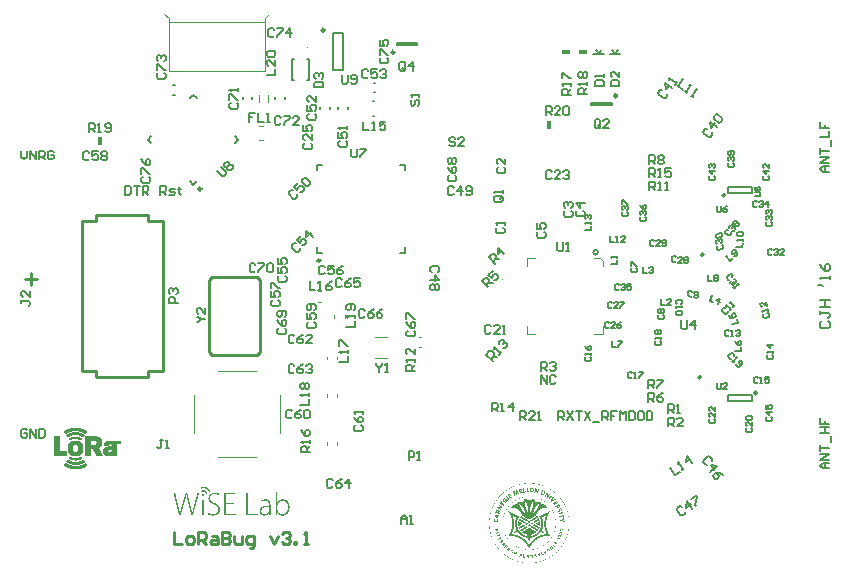
<source format=gto>
G04 Layer_Color=65535*
%FSLAX25Y25*%
%MOIN*%
G70*
G01*
G75*
%ADD13C,0.01000*%
%ADD95C,0.00800*%
%ADD96C,0.00700*%
%ADD111C,0.00984*%
%ADD112C,0.00394*%
%ADD113C,0.00787*%
%ADD114C,0.00591*%
%ADD115C,0.00492*%
%ADD116C,0.00021*%
%ADD117C,0.00500*%
%ADD118C,0.00669*%
%ADD119C,0.00598*%
%ADD120R,0.01500X0.03000*%
%ADD121R,0.03000X0.01500*%
G36*
X73161Y-65822D02*
Y-65878D01*
Y-65935D01*
Y-65991D01*
Y-66047D01*
Y-66103D01*
Y-66159D01*
Y-66216D01*
X73105D01*
Y-66159D01*
X70126D01*
Y-66216D01*
Y-66272D01*
Y-66328D01*
Y-66384D01*
Y-66440D01*
Y-66497D01*
Y-66553D01*
Y-66609D01*
Y-66665D01*
Y-66722D01*
Y-66778D01*
Y-66834D01*
Y-66890D01*
Y-66946D01*
Y-67003D01*
Y-67059D01*
Y-67115D01*
Y-67171D01*
Y-67227D01*
Y-67284D01*
Y-67340D01*
Y-67396D01*
Y-67452D01*
Y-67509D01*
Y-67565D01*
Y-67621D01*
Y-67677D01*
Y-67733D01*
Y-67790D01*
Y-67846D01*
Y-67902D01*
Y-67958D01*
Y-68014D01*
Y-68071D01*
Y-68127D01*
Y-68183D01*
Y-68239D01*
Y-68295D01*
Y-68352D01*
Y-68408D01*
Y-68464D01*
Y-68520D01*
Y-68577D01*
Y-68633D01*
Y-68689D01*
Y-68745D01*
Y-68801D01*
Y-68858D01*
Y-68914D01*
Y-68970D01*
Y-69026D01*
X72936D01*
Y-69082D01*
Y-69139D01*
Y-69195D01*
Y-69251D01*
Y-69307D01*
Y-69363D01*
Y-69420D01*
X70126D01*
Y-69476D01*
Y-69532D01*
Y-69588D01*
Y-69644D01*
Y-69701D01*
Y-69757D01*
Y-69813D01*
Y-69869D01*
Y-69925D01*
Y-69982D01*
Y-70038D01*
Y-70094D01*
Y-70150D01*
Y-70206D01*
Y-70263D01*
Y-70319D01*
Y-70375D01*
Y-70431D01*
Y-70488D01*
Y-70544D01*
Y-70600D01*
Y-70656D01*
Y-70712D01*
Y-70769D01*
Y-70825D01*
Y-70881D01*
Y-70937D01*
Y-70994D01*
Y-71050D01*
Y-71106D01*
Y-71162D01*
Y-71218D01*
Y-71275D01*
Y-71331D01*
Y-71387D01*
Y-71443D01*
Y-71499D01*
Y-71556D01*
Y-71612D01*
Y-71668D01*
Y-71724D01*
Y-71780D01*
Y-71837D01*
Y-71893D01*
Y-71949D01*
Y-72005D01*
Y-72061D01*
Y-72118D01*
Y-72174D01*
Y-72230D01*
Y-72286D01*
Y-72342D01*
Y-72399D01*
Y-72455D01*
Y-72511D01*
Y-72567D01*
Y-72623D01*
X73329D01*
Y-72680D01*
Y-72736D01*
Y-72792D01*
Y-72848D01*
Y-72905D01*
Y-72961D01*
Y-73017D01*
Y-73073D01*
X69563D01*
Y-73017D01*
Y-72961D01*
Y-72905D01*
Y-72848D01*
Y-72792D01*
Y-72736D01*
Y-72680D01*
Y-72623D01*
Y-72567D01*
Y-72511D01*
Y-72455D01*
Y-72399D01*
Y-72342D01*
Y-72286D01*
Y-72230D01*
Y-72174D01*
Y-72118D01*
Y-72061D01*
Y-72005D01*
Y-71949D01*
Y-71893D01*
Y-71837D01*
Y-71780D01*
Y-71724D01*
Y-71668D01*
Y-71612D01*
Y-71556D01*
Y-71499D01*
Y-71443D01*
Y-71387D01*
Y-71331D01*
Y-71275D01*
Y-71218D01*
Y-71162D01*
Y-71106D01*
Y-71050D01*
Y-70994D01*
Y-70937D01*
Y-70881D01*
Y-70825D01*
Y-70769D01*
Y-70712D01*
Y-70656D01*
Y-70600D01*
Y-70544D01*
Y-70488D01*
Y-70431D01*
Y-70375D01*
Y-70319D01*
Y-70263D01*
Y-70206D01*
Y-70150D01*
Y-70094D01*
Y-70038D01*
Y-69982D01*
Y-69925D01*
Y-69869D01*
Y-69813D01*
Y-69757D01*
Y-69701D01*
Y-69644D01*
Y-69588D01*
Y-69532D01*
Y-69476D01*
Y-69420D01*
Y-69363D01*
Y-69307D01*
Y-69251D01*
Y-69195D01*
Y-69139D01*
Y-69082D01*
Y-69026D01*
Y-68970D01*
Y-68914D01*
Y-68858D01*
Y-68801D01*
Y-68745D01*
Y-68689D01*
Y-68633D01*
Y-68577D01*
Y-68520D01*
Y-68464D01*
Y-68408D01*
Y-68352D01*
Y-68295D01*
Y-68239D01*
Y-68183D01*
Y-68127D01*
Y-68071D01*
Y-68014D01*
Y-67958D01*
Y-67902D01*
Y-67846D01*
Y-67790D01*
Y-67733D01*
Y-67677D01*
Y-67621D01*
Y-67565D01*
Y-67509D01*
Y-67452D01*
Y-67396D01*
Y-67340D01*
Y-67284D01*
Y-67227D01*
Y-67171D01*
Y-67115D01*
Y-67059D01*
Y-67003D01*
Y-66946D01*
Y-66890D01*
Y-66834D01*
Y-66778D01*
Y-66722D01*
Y-66665D01*
Y-66609D01*
Y-66553D01*
Y-66497D01*
Y-66440D01*
Y-66384D01*
Y-66328D01*
Y-66272D01*
Y-66216D01*
Y-66159D01*
Y-66103D01*
Y-66047D01*
Y-65991D01*
Y-65935D01*
Y-65878D01*
Y-65822D01*
Y-65766D01*
X73161D01*
Y-65822D01*
D02*
G37*
G36*
X62818Y-64810D02*
X63043D01*
Y-64867D01*
X63156D01*
Y-64923D01*
X63268D01*
Y-64979D01*
X63324D01*
Y-65035D01*
X63437D01*
Y-65092D01*
X63493D01*
Y-65148D01*
X63549D01*
Y-65204D01*
X63605D01*
Y-65260D01*
X63661D01*
Y-65316D01*
Y-65373D01*
X63718D01*
Y-65429D01*
X63774D01*
Y-65485D01*
Y-65541D01*
X63830D01*
Y-65597D01*
Y-65654D01*
X63886D01*
Y-65710D01*
Y-65766D01*
Y-65822D01*
Y-65878D01*
Y-65935D01*
X63774D01*
Y-65991D01*
X63549D01*
Y-65935D01*
X63493D01*
Y-65878D01*
X63437D01*
Y-65822D01*
Y-65766D01*
X63380D01*
Y-65710D01*
Y-65654D01*
X63324D01*
Y-65597D01*
X63268D01*
Y-65541D01*
X63212D01*
Y-65485D01*
X63156D01*
Y-65429D01*
X63099D01*
Y-65373D01*
X63043D01*
Y-65316D01*
X62931D01*
Y-65260D01*
X62762D01*
Y-65204D01*
X62256D01*
Y-65260D01*
X61975D01*
Y-65204D01*
X61919D01*
Y-65148D01*
Y-65092D01*
X61863D01*
Y-65035D01*
Y-64979D01*
X61919D01*
Y-64923D01*
Y-64867D01*
X61975D01*
Y-64810D01*
X62144D01*
Y-64754D01*
X62818D01*
Y-64810D01*
D02*
G37*
G36*
X83391Y-67790D02*
X83728D01*
Y-67846D01*
X83953D01*
Y-67902D01*
X84065D01*
Y-67958D01*
X84178D01*
Y-68014D01*
X84290D01*
Y-68071D01*
X84346D01*
Y-68127D01*
X84403D01*
Y-68183D01*
X84515D01*
Y-68239D01*
Y-68295D01*
X84571D01*
Y-68352D01*
X84627D01*
Y-68408D01*
X84684D01*
Y-68464D01*
Y-68520D01*
X84740D01*
Y-68577D01*
Y-68633D01*
X84796D01*
Y-68689D01*
Y-68745D01*
X84852D01*
Y-68801D01*
Y-68858D01*
Y-68914D01*
X84909D01*
Y-68970D01*
Y-69026D01*
Y-69082D01*
Y-69139D01*
X84965D01*
Y-69195D01*
Y-69251D01*
Y-69307D01*
Y-69363D01*
Y-69420D01*
Y-69476D01*
Y-69532D01*
Y-69588D01*
X85021D01*
Y-69644D01*
Y-69701D01*
Y-69757D01*
Y-69813D01*
Y-69869D01*
Y-69925D01*
Y-69982D01*
Y-70038D01*
Y-70094D01*
Y-70150D01*
Y-70206D01*
Y-70263D01*
Y-70319D01*
Y-70375D01*
Y-70431D01*
Y-70488D01*
Y-70544D01*
Y-70600D01*
Y-70656D01*
Y-70712D01*
Y-70769D01*
Y-70825D01*
Y-70881D01*
Y-70937D01*
Y-70994D01*
Y-71050D01*
Y-71106D01*
Y-71162D01*
Y-71218D01*
Y-71275D01*
Y-71331D01*
Y-71387D01*
Y-71443D01*
Y-71499D01*
Y-71556D01*
Y-71612D01*
Y-71668D01*
Y-71724D01*
Y-71780D01*
Y-71837D01*
Y-71893D01*
Y-71949D01*
Y-72005D01*
Y-72061D01*
Y-72118D01*
Y-72174D01*
Y-72230D01*
Y-72286D01*
Y-72342D01*
Y-72399D01*
Y-72455D01*
Y-72511D01*
Y-72567D01*
Y-72623D01*
Y-72680D01*
Y-72736D01*
Y-72792D01*
Y-72848D01*
Y-72905D01*
Y-72961D01*
Y-73017D01*
X85077D01*
Y-73073D01*
X84571D01*
Y-73017D01*
Y-72961D01*
Y-72905D01*
Y-72848D01*
Y-72792D01*
Y-72736D01*
Y-72680D01*
X84515D01*
Y-72623D01*
Y-72567D01*
Y-72511D01*
Y-72455D01*
Y-72399D01*
Y-72342D01*
X84403D01*
Y-72399D01*
Y-72455D01*
X84346D01*
Y-72511D01*
X84290D01*
Y-72567D01*
X84234D01*
Y-72623D01*
Y-72680D01*
X84178D01*
Y-72736D01*
X84065D01*
Y-72792D01*
X84009D01*
Y-72848D01*
X83953D01*
Y-72905D01*
X83841D01*
Y-72961D01*
X83728D01*
Y-73017D01*
X83616D01*
Y-73073D01*
X83503D01*
Y-73129D01*
X83279D01*
Y-73186D01*
X82435D01*
Y-73129D01*
X82210D01*
Y-73073D01*
X82098D01*
Y-73017D01*
X81986D01*
Y-72961D01*
X81873D01*
Y-72905D01*
X81817D01*
Y-72848D01*
X81761D01*
Y-72792D01*
X81705D01*
Y-72736D01*
X81648D01*
Y-72680D01*
X81592D01*
Y-72623D01*
X81536D01*
Y-72567D01*
Y-72511D01*
X81480D01*
Y-72455D01*
Y-72399D01*
X81424D01*
Y-72342D01*
Y-72286D01*
Y-72230D01*
X81367D01*
Y-72174D01*
Y-72118D01*
Y-72061D01*
Y-72005D01*
X81311D01*
Y-71949D01*
Y-71893D01*
Y-71837D01*
Y-71780D01*
Y-71724D01*
Y-71668D01*
Y-71612D01*
Y-71556D01*
Y-71499D01*
X81367D01*
Y-71443D01*
Y-71387D01*
Y-71331D01*
Y-71275D01*
X81424D01*
Y-71218D01*
Y-71162D01*
Y-71106D01*
X81480D01*
Y-71050D01*
Y-70994D01*
X81536D01*
Y-70937D01*
Y-70881D01*
X81592D01*
Y-70825D01*
X81648D01*
Y-70769D01*
Y-70712D01*
X81705D01*
Y-70656D01*
X81761D01*
Y-70600D01*
X81817D01*
Y-70544D01*
X81873D01*
Y-70488D01*
X81986D01*
Y-70431D01*
X82042D01*
Y-70375D01*
X82154D01*
Y-70319D01*
X82210D01*
Y-70263D01*
X82323D01*
Y-70206D01*
X82492D01*
Y-70150D01*
X82604D01*
Y-70094D01*
X82773D01*
Y-70038D01*
X83054D01*
Y-69982D01*
X83335D01*
Y-69925D01*
X83841D01*
Y-69869D01*
X84459D01*
Y-69813D01*
Y-69757D01*
Y-69701D01*
Y-69644D01*
Y-69588D01*
Y-69532D01*
Y-69476D01*
Y-69420D01*
Y-69363D01*
Y-69307D01*
Y-69251D01*
X84403D01*
Y-69195D01*
Y-69139D01*
Y-69082D01*
Y-69026D01*
X84346D01*
Y-68970D01*
Y-68914D01*
Y-68858D01*
X84290D01*
Y-68801D01*
Y-68745D01*
X84234D01*
Y-68689D01*
Y-68633D01*
X84178D01*
Y-68577D01*
X84122D01*
Y-68520D01*
X84065D01*
Y-68464D01*
X84009D01*
Y-68408D01*
X83897D01*
Y-68352D01*
X83841D01*
Y-68295D01*
X83728D01*
Y-68239D01*
X83447D01*
Y-68183D01*
X82773D01*
Y-68239D01*
X82492D01*
Y-68295D01*
X82267D01*
Y-68352D01*
X82154D01*
Y-68408D01*
X82042D01*
Y-68464D01*
X81929D01*
Y-68520D01*
X81817D01*
Y-68464D01*
Y-68408D01*
X81761D01*
Y-68352D01*
Y-68295D01*
Y-68239D01*
X81705D01*
Y-68183D01*
X81761D01*
Y-68127D01*
X81873D01*
Y-68071D01*
X81986D01*
Y-68014D01*
X82098D01*
Y-67958D01*
X82210D01*
Y-67902D01*
X82435D01*
Y-67846D01*
X82660D01*
Y-67790D01*
X83054D01*
Y-67733D01*
X83391D01*
Y-67790D01*
D02*
G37*
G36*
X61188Y-65822D02*
Y-65878D01*
X61132D01*
Y-65935D01*
Y-65991D01*
Y-66047D01*
X61076D01*
Y-66103D01*
Y-66159D01*
Y-66216D01*
X61020D01*
Y-66272D01*
Y-66328D01*
Y-66384D01*
Y-66440D01*
X60963D01*
Y-66497D01*
Y-66553D01*
Y-66609D01*
Y-66665D01*
X60907D01*
Y-66722D01*
Y-66778D01*
Y-66834D01*
X60851D01*
Y-66890D01*
Y-66946D01*
Y-67003D01*
X60795D01*
Y-67059D01*
Y-67115D01*
Y-67171D01*
Y-67227D01*
X60739D01*
Y-67284D01*
Y-67340D01*
Y-67396D01*
X60682D01*
Y-67452D01*
Y-67509D01*
Y-67565D01*
Y-67621D01*
X60626D01*
Y-67677D01*
Y-67733D01*
Y-67790D01*
X60570D01*
Y-67846D01*
Y-67902D01*
Y-67958D01*
Y-68014D01*
X60514D01*
Y-68071D01*
Y-68127D01*
Y-68183D01*
X60457D01*
Y-68239D01*
Y-68295D01*
Y-68352D01*
Y-68408D01*
X60401D01*
Y-68464D01*
Y-68520D01*
Y-68577D01*
X60345D01*
Y-68633D01*
Y-68689D01*
Y-68745D01*
Y-68801D01*
X60289D01*
Y-68858D01*
Y-68914D01*
Y-68970D01*
X60233D01*
Y-69026D01*
Y-69082D01*
Y-69139D01*
X60176D01*
Y-69195D01*
Y-69251D01*
Y-69307D01*
Y-69363D01*
X60120D01*
Y-69420D01*
Y-69476D01*
Y-69532D01*
Y-69588D01*
X60064D01*
Y-69644D01*
Y-69701D01*
Y-69757D01*
X60008D01*
Y-69813D01*
Y-69869D01*
Y-69925D01*
X59952D01*
Y-69982D01*
Y-70038D01*
Y-70094D01*
Y-70150D01*
X59895D01*
Y-70206D01*
Y-70263D01*
Y-70319D01*
X59839D01*
Y-70375D01*
Y-70431D01*
Y-70488D01*
X59783D01*
Y-70544D01*
Y-70600D01*
Y-70656D01*
Y-70712D01*
X59727D01*
Y-70769D01*
Y-70825D01*
Y-70881D01*
Y-70937D01*
X59671D01*
Y-70994D01*
Y-71050D01*
Y-71106D01*
X59614D01*
Y-71162D01*
Y-71218D01*
Y-71275D01*
X59558D01*
Y-71331D01*
Y-71387D01*
Y-71443D01*
Y-71499D01*
X59502D01*
Y-71556D01*
Y-71612D01*
Y-71668D01*
Y-71724D01*
X59446D01*
Y-71780D01*
Y-71837D01*
Y-71893D01*
X59390D01*
Y-71949D01*
Y-72005D01*
Y-72061D01*
X59333D01*
Y-72118D01*
Y-72174D01*
Y-72230D01*
Y-72286D01*
X59277D01*
Y-72342D01*
Y-72399D01*
Y-72455D01*
Y-72511D01*
X59221D01*
Y-72567D01*
Y-72623D01*
Y-72680D01*
X59165D01*
Y-72736D01*
Y-72792D01*
Y-72848D01*
X59109D01*
Y-72905D01*
Y-72961D01*
Y-73017D01*
Y-73073D01*
X58546D01*
Y-73017D01*
X58490D01*
Y-72961D01*
Y-72905D01*
Y-72848D01*
Y-72792D01*
Y-72736D01*
X58434D01*
Y-72680D01*
Y-72623D01*
Y-72567D01*
Y-72511D01*
X58378D01*
Y-72455D01*
Y-72399D01*
Y-72342D01*
X58322D01*
Y-72286D01*
Y-72230D01*
Y-72174D01*
Y-72118D01*
X58265D01*
Y-72061D01*
Y-72005D01*
Y-71949D01*
Y-71893D01*
X58209D01*
Y-71837D01*
Y-71780D01*
Y-71724D01*
Y-71668D01*
X58153D01*
Y-71612D01*
Y-71556D01*
Y-71499D01*
Y-71443D01*
X58097D01*
Y-71387D01*
Y-71331D01*
Y-71275D01*
Y-71218D01*
X58040D01*
Y-71162D01*
Y-71106D01*
Y-71050D01*
Y-70994D01*
X57984D01*
Y-70937D01*
Y-70881D01*
Y-70825D01*
Y-70769D01*
X57928D01*
Y-70712D01*
Y-70656D01*
Y-70600D01*
X57872D01*
Y-70544D01*
Y-70488D01*
Y-70431D01*
Y-70375D01*
Y-70319D01*
X57816D01*
Y-70263D01*
Y-70206D01*
Y-70150D01*
Y-70094D01*
X57759D01*
Y-70038D01*
Y-69982D01*
Y-69925D01*
X57703D01*
Y-69869D01*
Y-69813D01*
Y-69757D01*
Y-69701D01*
X57647D01*
Y-69644D01*
Y-69588D01*
Y-69532D01*
Y-69476D01*
X57591D01*
Y-69420D01*
Y-69363D01*
Y-69307D01*
Y-69251D01*
X57535D01*
Y-69195D01*
Y-69139D01*
Y-69082D01*
Y-69026D01*
X57478D01*
Y-68970D01*
Y-68914D01*
Y-68858D01*
Y-68801D01*
X57422D01*
Y-68745D01*
Y-68689D01*
Y-68633D01*
Y-68577D01*
X57366D01*
Y-68520D01*
Y-68464D01*
Y-68408D01*
Y-68352D01*
X57310D01*
Y-68295D01*
Y-68239D01*
Y-68183D01*
Y-68127D01*
X57254D01*
Y-68071D01*
Y-68014D01*
Y-67958D01*
Y-67902D01*
X57197D01*
Y-67846D01*
Y-67790D01*
Y-67733D01*
Y-67677D01*
X57141D01*
Y-67621D01*
Y-67565D01*
Y-67509D01*
Y-67452D01*
Y-67396D01*
X57085D01*
Y-67340D01*
Y-67284D01*
Y-67227D01*
Y-67171D01*
X57029D01*
Y-67115D01*
Y-67059D01*
Y-67003D01*
Y-66946D01*
Y-66890D01*
Y-66834D01*
X56972D01*
Y-66778D01*
Y-66722D01*
Y-66665D01*
Y-66609D01*
Y-66553D01*
Y-66497D01*
Y-66440D01*
Y-66384D01*
X56860D01*
Y-66440D01*
Y-66497D01*
X56804D01*
Y-66553D01*
Y-66609D01*
Y-66665D01*
Y-66722D01*
Y-66778D01*
Y-66834D01*
X56748D01*
Y-66890D01*
Y-66946D01*
Y-67003D01*
Y-67059D01*
Y-67115D01*
X56691D01*
Y-67171D01*
Y-67227D01*
Y-67284D01*
Y-67340D01*
X56635D01*
Y-67396D01*
Y-67452D01*
Y-67509D01*
Y-67565D01*
X56579D01*
Y-67621D01*
Y-67677D01*
Y-67733D01*
Y-67790D01*
X56523D01*
Y-67846D01*
Y-67902D01*
Y-67958D01*
Y-68014D01*
X56467D01*
Y-68071D01*
Y-68127D01*
Y-68183D01*
X56410D01*
Y-68239D01*
Y-68295D01*
Y-68352D01*
X56354D01*
Y-68408D01*
Y-68464D01*
Y-68520D01*
Y-68577D01*
X56298D01*
Y-68633D01*
Y-68689D01*
Y-68745D01*
X56242D01*
Y-68801D01*
Y-68858D01*
Y-68914D01*
X56186D01*
Y-68970D01*
Y-69026D01*
Y-69082D01*
Y-69139D01*
X56129D01*
Y-69195D01*
Y-69251D01*
Y-69307D01*
Y-69363D01*
X56073D01*
Y-69420D01*
Y-69476D01*
Y-69532D01*
X56017D01*
Y-69588D01*
Y-69644D01*
Y-69701D01*
Y-69757D01*
X55961D01*
Y-69813D01*
Y-69869D01*
Y-69925D01*
X55905D01*
Y-69982D01*
Y-70038D01*
Y-70094D01*
Y-70150D01*
X55848D01*
Y-70206D01*
Y-70263D01*
Y-70319D01*
X55792D01*
Y-70375D01*
Y-70431D01*
Y-70488D01*
Y-70544D01*
X55736D01*
Y-70600D01*
Y-70656D01*
Y-70712D01*
X55680D01*
Y-70769D01*
Y-70825D01*
Y-70881D01*
Y-70937D01*
X55624D01*
Y-70994D01*
Y-71050D01*
Y-71106D01*
X55567D01*
Y-71162D01*
Y-71218D01*
Y-71275D01*
Y-71331D01*
X55511D01*
Y-71387D01*
Y-71443D01*
Y-71499D01*
Y-71556D01*
X55455D01*
Y-71612D01*
Y-71668D01*
Y-71724D01*
X55399D01*
Y-71780D01*
Y-71837D01*
Y-71893D01*
X55343D01*
Y-71949D01*
Y-72005D01*
Y-72061D01*
Y-72118D01*
X55286D01*
Y-72174D01*
Y-72230D01*
Y-72286D01*
Y-72342D01*
X55230D01*
Y-72399D01*
Y-72455D01*
Y-72511D01*
X55174D01*
Y-72567D01*
Y-72623D01*
Y-72680D01*
X55118D01*
Y-72736D01*
Y-72792D01*
Y-72848D01*
Y-72905D01*
X55061D01*
Y-72961D01*
Y-73017D01*
Y-73073D01*
X54499D01*
Y-73017D01*
Y-72961D01*
Y-72905D01*
X54443D01*
Y-72848D01*
Y-72792D01*
Y-72736D01*
Y-72680D01*
X54387D01*
Y-72623D01*
Y-72567D01*
Y-72511D01*
Y-72455D01*
X54331D01*
Y-72399D01*
Y-72342D01*
Y-72286D01*
X54274D01*
Y-72230D01*
Y-72174D01*
Y-72118D01*
Y-72061D01*
X54218D01*
Y-72005D01*
Y-71949D01*
Y-71893D01*
Y-71837D01*
X54162D01*
Y-71780D01*
Y-71724D01*
Y-71668D01*
Y-71612D01*
X54106D01*
Y-71556D01*
Y-71499D01*
Y-71443D01*
Y-71387D01*
X54050D01*
Y-71331D01*
Y-71275D01*
Y-71218D01*
Y-71162D01*
X53993D01*
Y-71106D01*
Y-71050D01*
Y-70994D01*
Y-70937D01*
X53937D01*
Y-70881D01*
Y-70825D01*
Y-70769D01*
X53881D01*
Y-70712D01*
Y-70656D01*
Y-70600D01*
Y-70544D01*
X53825D01*
Y-70488D01*
Y-70431D01*
Y-70375D01*
Y-70319D01*
X53769D01*
Y-70263D01*
Y-70206D01*
Y-70150D01*
Y-70094D01*
X53712D01*
Y-70038D01*
Y-69982D01*
Y-69925D01*
Y-69869D01*
X53656D01*
Y-69813D01*
Y-69757D01*
Y-69701D01*
Y-69644D01*
X53600D01*
Y-69588D01*
Y-69532D01*
Y-69476D01*
Y-69420D01*
X53544D01*
Y-69363D01*
Y-69307D01*
Y-69251D01*
Y-69195D01*
X53488D01*
Y-69139D01*
Y-69082D01*
Y-69026D01*
X53431D01*
Y-68970D01*
Y-68914D01*
Y-68858D01*
Y-68801D01*
X53375D01*
Y-68745D01*
Y-68689D01*
Y-68633D01*
Y-68577D01*
Y-68520D01*
X53319D01*
Y-68464D01*
Y-68408D01*
Y-68352D01*
Y-68295D01*
X53263D01*
Y-68239D01*
Y-68183D01*
Y-68127D01*
X53206D01*
Y-68071D01*
Y-68014D01*
Y-67958D01*
Y-67902D01*
X53150D01*
Y-67846D01*
Y-67790D01*
Y-67733D01*
Y-67677D01*
X53094D01*
Y-67621D01*
Y-67565D01*
Y-67509D01*
Y-67452D01*
X53038D01*
Y-67396D01*
Y-67340D01*
Y-67284D01*
Y-67227D01*
X52982D01*
Y-67171D01*
Y-67115D01*
Y-67059D01*
Y-67003D01*
X52925D01*
Y-66946D01*
Y-66890D01*
Y-66834D01*
Y-66778D01*
X52869D01*
Y-66722D01*
Y-66665D01*
Y-66609D01*
X52813D01*
Y-66553D01*
Y-66497D01*
Y-66440D01*
Y-66384D01*
X52757D01*
Y-66328D01*
Y-66272D01*
Y-66216D01*
Y-66159D01*
X52701D01*
Y-66103D01*
Y-66047D01*
Y-65991D01*
Y-65935D01*
X52644D01*
Y-65878D01*
Y-65822D01*
Y-65766D01*
X53206D01*
Y-65822D01*
Y-65878D01*
Y-65935D01*
Y-65991D01*
X53263D01*
Y-66047D01*
Y-66103D01*
Y-66159D01*
X53319D01*
Y-66216D01*
Y-66272D01*
Y-66328D01*
Y-66384D01*
Y-66440D01*
X53375D01*
Y-66497D01*
Y-66553D01*
Y-66609D01*
Y-66665D01*
X53431D01*
Y-66722D01*
Y-66778D01*
Y-66834D01*
Y-66890D01*
X53488D01*
Y-66946D01*
Y-67003D01*
Y-67059D01*
X53544D01*
Y-67115D01*
Y-67171D01*
Y-67227D01*
Y-67284D01*
Y-67340D01*
X53600D01*
Y-67396D01*
Y-67452D01*
Y-67509D01*
Y-67565D01*
X53656D01*
Y-67621D01*
Y-67677D01*
Y-67733D01*
Y-67790D01*
X53712D01*
Y-67846D01*
Y-67902D01*
Y-67958D01*
X53769D01*
Y-68014D01*
Y-68071D01*
Y-68127D01*
Y-68183D01*
Y-68239D01*
X53825D01*
Y-68295D01*
Y-68352D01*
Y-68408D01*
Y-68464D01*
X53881D01*
Y-68520D01*
Y-68577D01*
Y-68633D01*
Y-68689D01*
X53937D01*
Y-68745D01*
Y-68801D01*
Y-68858D01*
X53993D01*
Y-68914D01*
Y-68970D01*
Y-69026D01*
Y-69082D01*
Y-69139D01*
X54050D01*
Y-69195D01*
Y-69251D01*
Y-69307D01*
Y-69363D01*
X54106D01*
Y-69420D01*
Y-69476D01*
Y-69532D01*
X54162D01*
Y-69588D01*
Y-69644D01*
Y-69701D01*
Y-69757D01*
Y-69813D01*
X54218D01*
Y-69869D01*
Y-69925D01*
Y-69982D01*
Y-70038D01*
X54274D01*
Y-70094D01*
Y-70150D01*
Y-70206D01*
Y-70263D01*
X54331D01*
Y-70319D01*
Y-70375D01*
Y-70431D01*
Y-70488D01*
X54387D01*
Y-70544D01*
Y-70600D01*
Y-70656D01*
Y-70712D01*
X54443D01*
Y-70769D01*
Y-70825D01*
Y-70881D01*
Y-70937D01*
Y-70994D01*
X54499D01*
Y-71050D01*
Y-71106D01*
Y-71162D01*
Y-71218D01*
X54555D01*
Y-71275D01*
Y-71331D01*
Y-71387D01*
Y-71443D01*
X54612D01*
Y-71499D01*
Y-71556D01*
Y-71612D01*
Y-71668D01*
Y-71724D01*
X54668D01*
Y-71780D01*
Y-71837D01*
Y-71893D01*
Y-71949D01*
Y-72005D01*
X54724D01*
Y-72061D01*
Y-72118D01*
Y-72174D01*
Y-72230D01*
Y-72286D01*
X54780D01*
Y-72342D01*
Y-72399D01*
X54893D01*
Y-72342D01*
Y-72286D01*
Y-72230D01*
Y-72174D01*
Y-72118D01*
Y-72061D01*
X54949D01*
Y-72005D01*
Y-71949D01*
Y-71893D01*
Y-71837D01*
Y-71780D01*
X55005D01*
Y-71724D01*
Y-71668D01*
Y-71612D01*
Y-71556D01*
X55061D01*
Y-71499D01*
Y-71443D01*
Y-71387D01*
Y-71331D01*
X55118D01*
Y-71275D01*
Y-71218D01*
Y-71162D01*
Y-71106D01*
X55174D01*
Y-71050D01*
Y-70994D01*
Y-70937D01*
Y-70881D01*
X55230D01*
Y-70825D01*
Y-70769D01*
Y-70712D01*
X55286D01*
Y-70656D01*
Y-70600D01*
Y-70544D01*
Y-70488D01*
X55343D01*
Y-70431D01*
Y-70375D01*
Y-70319D01*
Y-70263D01*
X55399D01*
Y-70206D01*
Y-70150D01*
Y-70094D01*
X55455D01*
Y-70038D01*
Y-69982D01*
Y-69925D01*
Y-69869D01*
X55511D01*
Y-69813D01*
Y-69757D01*
Y-69701D01*
Y-69644D01*
X55567D01*
Y-69588D01*
Y-69532D01*
Y-69476D01*
X55624D01*
Y-69420D01*
Y-69363D01*
Y-69307D01*
X55680D01*
Y-69251D01*
Y-69195D01*
Y-69139D01*
Y-69082D01*
X55736D01*
Y-69026D01*
Y-68970D01*
Y-68914D01*
Y-68858D01*
X55792D01*
Y-68801D01*
Y-68745D01*
Y-68689D01*
X55848D01*
Y-68633D01*
Y-68577D01*
Y-68520D01*
X55905D01*
Y-68464D01*
Y-68408D01*
Y-68352D01*
Y-68295D01*
X55961D01*
Y-68239D01*
Y-68183D01*
Y-68127D01*
Y-68071D01*
X56017D01*
Y-68014D01*
Y-67958D01*
Y-67902D01*
X56073D01*
Y-67846D01*
Y-67790D01*
Y-67733D01*
Y-67677D01*
X56129D01*
Y-67621D01*
Y-67565D01*
Y-67509D01*
Y-67452D01*
X56186D01*
Y-67396D01*
Y-67340D01*
Y-67284D01*
X56242D01*
Y-67227D01*
Y-67171D01*
Y-67115D01*
X56298D01*
Y-67059D01*
Y-67003D01*
Y-66946D01*
Y-66890D01*
X56354D01*
Y-66834D01*
Y-66778D01*
Y-66722D01*
Y-66665D01*
X56410D01*
Y-66609D01*
Y-66553D01*
Y-66497D01*
X56467D01*
Y-66440D01*
Y-66384D01*
Y-66328D01*
X56523D01*
Y-66272D01*
Y-66216D01*
Y-66159D01*
Y-66103D01*
X56579D01*
Y-66047D01*
Y-65991D01*
Y-65935D01*
Y-65878D01*
X56635D01*
Y-65822D01*
Y-65766D01*
X57197D01*
Y-65822D01*
Y-65878D01*
Y-65935D01*
X57254D01*
Y-65991D01*
Y-66047D01*
Y-66103D01*
Y-66159D01*
X57310D01*
Y-66216D01*
Y-66272D01*
Y-66328D01*
X57366D01*
Y-66384D01*
Y-66440D01*
Y-66497D01*
Y-66553D01*
X57422D01*
Y-66609D01*
Y-66665D01*
Y-66722D01*
Y-66778D01*
Y-66834D01*
X57478D01*
Y-66890D01*
Y-66946D01*
Y-67003D01*
Y-67059D01*
X57535D01*
Y-67115D01*
Y-67171D01*
Y-67227D01*
X57591D01*
Y-67284D01*
Y-67340D01*
Y-67396D01*
Y-67452D01*
X57647D01*
Y-67509D01*
Y-67565D01*
Y-67621D01*
Y-67677D01*
X57703D01*
Y-67733D01*
Y-67790D01*
Y-67846D01*
Y-67902D01*
X57759D01*
Y-67958D01*
Y-68014D01*
Y-68071D01*
Y-68127D01*
X57816D01*
Y-68183D01*
Y-68239D01*
Y-68295D01*
Y-68352D01*
X57872D01*
Y-68408D01*
Y-68464D01*
Y-68520D01*
Y-68577D01*
X57928D01*
Y-68633D01*
Y-68689D01*
Y-68745D01*
X57984D01*
Y-68801D01*
Y-68858D01*
Y-68914D01*
Y-68970D01*
X58040D01*
Y-69026D01*
Y-69082D01*
Y-69139D01*
Y-69195D01*
X58097D01*
Y-69251D01*
Y-69307D01*
Y-69363D01*
Y-69420D01*
X58153D01*
Y-69476D01*
Y-69532D01*
Y-69588D01*
Y-69644D01*
X58209D01*
Y-69701D01*
Y-69757D01*
Y-69813D01*
Y-69869D01*
X58265D01*
Y-69925D01*
Y-69982D01*
Y-70038D01*
Y-70094D01*
X58322D01*
Y-70150D01*
Y-70206D01*
Y-70263D01*
Y-70319D01*
X58378D01*
Y-70375D01*
Y-70431D01*
Y-70488D01*
X58434D01*
Y-70544D01*
Y-70600D01*
Y-70656D01*
Y-70712D01*
X58490D01*
Y-70769D01*
Y-70825D01*
Y-70881D01*
Y-70937D01*
Y-70994D01*
X58546D01*
Y-71050D01*
Y-71106D01*
Y-71162D01*
Y-71218D01*
X58603D01*
Y-71275D01*
Y-71331D01*
Y-71387D01*
Y-71443D01*
X58659D01*
Y-71499D01*
Y-71556D01*
Y-71612D01*
Y-71668D01*
Y-71724D01*
Y-71780D01*
X58715D01*
Y-71837D01*
Y-71893D01*
Y-71949D01*
Y-72005D01*
Y-72061D01*
Y-72118D01*
X58771D01*
Y-72174D01*
Y-72230D01*
Y-72286D01*
Y-72342D01*
Y-72399D01*
X58884D01*
Y-72342D01*
Y-72286D01*
Y-72230D01*
Y-72174D01*
X58940D01*
Y-72118D01*
Y-72061D01*
Y-72005D01*
Y-71949D01*
Y-71893D01*
X58996D01*
Y-71837D01*
Y-71780D01*
Y-71724D01*
Y-71668D01*
X59052D01*
Y-71612D01*
Y-71556D01*
Y-71499D01*
Y-71443D01*
X59109D01*
Y-71387D01*
Y-71331D01*
Y-71275D01*
Y-71218D01*
X59165D01*
Y-71162D01*
Y-71106D01*
Y-71050D01*
Y-70994D01*
X59221D01*
Y-70937D01*
Y-70881D01*
Y-70825D01*
X59277D01*
Y-70769D01*
Y-70712D01*
Y-70656D01*
Y-70600D01*
X59333D01*
Y-70544D01*
Y-70488D01*
Y-70431D01*
Y-70375D01*
X59390D01*
Y-70319D01*
Y-70263D01*
Y-70206D01*
Y-70150D01*
X59446D01*
Y-70094D01*
Y-70038D01*
Y-69982D01*
X59502D01*
Y-69925D01*
Y-69869D01*
Y-69813D01*
Y-69757D01*
X59558D01*
Y-69701D01*
Y-69644D01*
Y-69588D01*
Y-69532D01*
X59614D01*
Y-69476D01*
Y-69420D01*
Y-69363D01*
X59671D01*
Y-69307D01*
Y-69251D01*
Y-69195D01*
Y-69139D01*
X59727D01*
Y-69082D01*
Y-69026D01*
Y-68970D01*
X59783D01*
Y-68914D01*
Y-68858D01*
Y-68801D01*
Y-68745D01*
X59839D01*
Y-68689D01*
Y-68633D01*
Y-68577D01*
Y-68520D01*
X59895D01*
Y-68464D01*
Y-68408D01*
Y-68352D01*
X59952D01*
Y-68295D01*
Y-68239D01*
Y-68183D01*
Y-68127D01*
X60008D01*
Y-68071D01*
Y-68014D01*
Y-67958D01*
Y-67902D01*
X60064D01*
Y-67846D01*
Y-67790D01*
Y-67733D01*
X60120D01*
Y-67677D01*
Y-67621D01*
Y-67565D01*
X60176D01*
Y-67509D01*
Y-67452D01*
Y-67396D01*
Y-67340D01*
X60233D01*
Y-67284D01*
Y-67227D01*
Y-67171D01*
Y-67115D01*
X60289D01*
Y-67059D01*
Y-67003D01*
Y-66946D01*
X60345D01*
Y-66890D01*
Y-66834D01*
Y-66778D01*
Y-66722D01*
X60401D01*
Y-66665D01*
Y-66609D01*
Y-66553D01*
X60457D01*
Y-66497D01*
Y-66440D01*
Y-66384D01*
Y-66328D01*
X60514D01*
Y-66272D01*
Y-66216D01*
Y-66159D01*
X60570D01*
Y-66103D01*
Y-66047D01*
Y-65991D01*
Y-65935D01*
X60626D01*
Y-65878D01*
Y-65822D01*
Y-65766D01*
X61188D01*
Y-65822D01*
D02*
G37*
G36*
X62706Y-65991D02*
X62762D01*
Y-66047D01*
X62818D01*
Y-66103D01*
X62875D01*
Y-66159D01*
Y-66216D01*
Y-66272D01*
X62931D01*
Y-66328D01*
Y-66384D01*
Y-66440D01*
X62875D01*
Y-66497D01*
Y-66553D01*
Y-66609D01*
X62818D01*
Y-66665D01*
X62762D01*
Y-66722D01*
X62706D01*
Y-66778D01*
X62256D01*
Y-66722D01*
X62200D01*
Y-66665D01*
X62144D01*
Y-66609D01*
Y-66553D01*
X62088D01*
Y-66497D01*
Y-66440D01*
Y-66384D01*
Y-66328D01*
Y-66272D01*
Y-66216D01*
Y-66159D01*
X62144D01*
Y-66103D01*
Y-66047D01*
X62200D01*
Y-65991D01*
X62312D01*
Y-65935D01*
X62706D01*
Y-65991D01*
D02*
G37*
G36*
X66584Y-65654D02*
X67090D01*
Y-65710D01*
X67315D01*
Y-65766D01*
X67484D01*
Y-65822D01*
X67652D01*
Y-65878D01*
X67765D01*
Y-65935D01*
X67821D01*
Y-65991D01*
Y-66047D01*
X67765D01*
Y-66103D01*
Y-66159D01*
X67708D01*
Y-66216D01*
Y-66272D01*
X67652D01*
Y-66328D01*
Y-66384D01*
X67596D01*
Y-66328D01*
X67484D01*
Y-66272D01*
X67371D01*
Y-66216D01*
X67203D01*
Y-66159D01*
X67034D01*
Y-66103D01*
X66753D01*
Y-66047D01*
X66022D01*
Y-66103D01*
X65797D01*
Y-66159D01*
X65629D01*
Y-66216D01*
X65516D01*
Y-66272D01*
X65404D01*
Y-66328D01*
X65348D01*
Y-66384D01*
X65235D01*
Y-66440D01*
X65179D01*
Y-66497D01*
X65123D01*
Y-66553D01*
Y-66609D01*
X65067D01*
Y-66665D01*
X65010D01*
Y-66722D01*
Y-66778D01*
X64954D01*
Y-66834D01*
X64898D01*
Y-66890D01*
Y-66946D01*
Y-67003D01*
X64842D01*
Y-67059D01*
Y-67115D01*
Y-67171D01*
Y-67227D01*
Y-67284D01*
Y-67340D01*
Y-67396D01*
Y-67452D01*
Y-67509D01*
Y-67565D01*
Y-67621D01*
Y-67677D01*
Y-67733D01*
Y-67790D01*
X64898D01*
Y-67846D01*
Y-67902D01*
Y-67958D01*
X64954D01*
Y-68014D01*
Y-68071D01*
X65010D01*
Y-68127D01*
Y-68183D01*
X65067D01*
Y-68239D01*
X65123D01*
Y-68295D01*
X65179D01*
Y-68352D01*
X65235D01*
Y-68408D01*
X65292D01*
Y-68464D01*
X65348D01*
Y-68520D01*
X65404D01*
Y-68577D01*
X65516D01*
Y-68633D01*
X65573D01*
Y-68689D01*
X65685D01*
Y-68745D01*
X65797D01*
Y-68801D01*
X65854D01*
Y-68858D01*
X65966D01*
Y-68914D01*
X66078D01*
Y-68970D01*
X66247D01*
Y-69026D01*
X66360D01*
Y-69082D01*
X66472D01*
Y-69139D01*
X66641D01*
Y-69195D01*
X66753D01*
Y-69251D01*
X66865D01*
Y-69307D01*
X66922D01*
Y-69363D01*
X67034D01*
Y-69420D01*
X67146D01*
Y-69476D01*
X67203D01*
Y-69532D01*
X67315D01*
Y-69588D01*
X67371D01*
Y-69644D01*
X67427D01*
Y-69701D01*
X67484D01*
Y-69757D01*
X67540D01*
Y-69813D01*
X67596D01*
Y-69869D01*
X67652D01*
Y-69925D01*
X67708D01*
Y-69982D01*
X67765D01*
Y-70038D01*
X67821D01*
Y-70094D01*
Y-70150D01*
X67877D01*
Y-70206D01*
Y-70263D01*
X67933D01*
Y-70319D01*
X67990D01*
Y-70375D01*
Y-70431D01*
Y-70488D01*
X68046D01*
Y-70544D01*
Y-70600D01*
Y-70656D01*
Y-70712D01*
X68102D01*
Y-70769D01*
Y-70825D01*
Y-70881D01*
Y-70937D01*
Y-70994D01*
Y-71050D01*
Y-71106D01*
Y-71162D01*
Y-71218D01*
Y-71275D01*
Y-71331D01*
Y-71387D01*
Y-71443D01*
Y-71499D01*
Y-71556D01*
Y-71612D01*
X68046D01*
Y-71668D01*
Y-71724D01*
Y-71780D01*
Y-71837D01*
X67990D01*
Y-71893D01*
Y-71949D01*
Y-72005D01*
X67933D01*
Y-72061D01*
Y-72118D01*
X67877D01*
Y-72174D01*
Y-72230D01*
X67821D01*
Y-72286D01*
X67765D01*
Y-72342D01*
Y-72399D01*
X67708D01*
Y-72455D01*
X67652D01*
Y-72511D01*
X67596D01*
Y-72567D01*
X67540D01*
Y-72623D01*
X67484D01*
Y-72680D01*
X67371D01*
Y-72736D01*
X67315D01*
Y-72792D01*
X67259D01*
Y-72848D01*
X67146D01*
Y-72905D01*
X67034D01*
Y-72961D01*
X66865D01*
Y-73017D01*
X66753D01*
Y-73073D01*
X66528D01*
Y-73129D01*
X66135D01*
Y-73186D01*
X65516D01*
Y-73129D01*
X65123D01*
Y-73073D01*
X64842D01*
Y-73017D01*
X64673D01*
Y-72961D01*
X64561D01*
Y-72905D01*
X64392D01*
Y-72848D01*
X64280D01*
Y-72792D01*
X64167D01*
Y-72736D01*
X64111D01*
Y-72680D01*
X64167D01*
Y-72623D01*
Y-72567D01*
X64223D01*
Y-72511D01*
Y-72455D01*
Y-72399D01*
X64280D01*
Y-72342D01*
Y-72286D01*
X64336D01*
Y-72342D01*
X64448D01*
Y-72399D01*
X64561D01*
Y-72455D01*
X64673D01*
Y-72511D01*
X64786D01*
Y-72567D01*
X64954D01*
Y-72623D01*
X65123D01*
Y-72680D01*
X65404D01*
Y-72736D01*
X66303D01*
Y-72680D01*
X66528D01*
Y-72623D01*
X66641D01*
Y-72567D01*
X66809D01*
Y-72511D01*
X66922D01*
Y-72455D01*
X66978D01*
Y-72399D01*
X67034D01*
Y-72342D01*
X67146D01*
Y-72286D01*
X67203D01*
Y-72230D01*
X67259D01*
Y-72174D01*
Y-72118D01*
X67315D01*
Y-72061D01*
X67371D01*
Y-72005D01*
Y-71949D01*
X67427D01*
Y-71893D01*
Y-71837D01*
X67484D01*
Y-71780D01*
Y-71724D01*
Y-71668D01*
X67540D01*
Y-71612D01*
Y-71556D01*
Y-71499D01*
Y-71443D01*
X67596D01*
Y-71387D01*
Y-71331D01*
Y-71275D01*
Y-71218D01*
Y-71162D01*
Y-71106D01*
Y-71050D01*
Y-70994D01*
X67540D01*
Y-70937D01*
Y-70881D01*
Y-70825D01*
Y-70769D01*
X67484D01*
Y-70712D01*
Y-70656D01*
Y-70600D01*
X67427D01*
Y-70544D01*
Y-70488D01*
Y-70431D01*
X67371D01*
Y-70375D01*
X67315D01*
Y-70319D01*
Y-70263D01*
X67259D01*
Y-70206D01*
X67203D01*
Y-70150D01*
X67146D01*
Y-70094D01*
X67090D01*
Y-70038D01*
X67034D01*
Y-69982D01*
X66978D01*
Y-69925D01*
X66865D01*
Y-69869D01*
X66809D01*
Y-69813D01*
X66697D01*
Y-69757D01*
X66641D01*
Y-69701D01*
X66528D01*
Y-69644D01*
X66416D01*
Y-69588D01*
X66247D01*
Y-69532D01*
X66135D01*
Y-69476D01*
X65966D01*
Y-69420D01*
X65854D01*
Y-69363D01*
X65741D01*
Y-69307D01*
X65573D01*
Y-69251D01*
X65516D01*
Y-69195D01*
X65404D01*
Y-69139D01*
X65292D01*
Y-69082D01*
X65179D01*
Y-69026D01*
X65123D01*
Y-68970D01*
X65067D01*
Y-68914D01*
X64954D01*
Y-68858D01*
X64898D01*
Y-68801D01*
X64842D01*
Y-68745D01*
X64786D01*
Y-68689D01*
X64729D01*
Y-68633D01*
X64673D01*
Y-68577D01*
Y-68520D01*
X64617D01*
Y-68464D01*
X64561D01*
Y-68408D01*
X64505D01*
Y-68352D01*
Y-68295D01*
X64448D01*
Y-68239D01*
Y-68183D01*
Y-68127D01*
X64392D01*
Y-68071D01*
Y-68014D01*
Y-67958D01*
X64336D01*
Y-67902D01*
Y-67846D01*
Y-67790D01*
Y-67733D01*
X64280D01*
Y-67677D01*
Y-67621D01*
Y-67565D01*
Y-67509D01*
Y-67452D01*
Y-67396D01*
Y-67340D01*
Y-67284D01*
Y-67227D01*
Y-67171D01*
X64336D01*
Y-67115D01*
Y-67059D01*
Y-67003D01*
Y-66946D01*
X64392D01*
Y-66890D01*
Y-66834D01*
Y-66778D01*
X64448D01*
Y-66722D01*
Y-66665D01*
X64505D01*
Y-66609D01*
Y-66553D01*
X64561D01*
Y-66497D01*
Y-66440D01*
X64617D01*
Y-66384D01*
X64673D01*
Y-66328D01*
X64729D01*
Y-66272D01*
X64786D01*
Y-66216D01*
X64842D01*
Y-66159D01*
X64898D01*
Y-66103D01*
X64954D01*
Y-66047D01*
X65010D01*
Y-65991D01*
X65123D01*
Y-65935D01*
X65235D01*
Y-65878D01*
X65348D01*
Y-65822D01*
X65460D01*
Y-65766D01*
X65629D01*
Y-65710D01*
X65854D01*
Y-65654D01*
X66247D01*
Y-65597D01*
X66584D01*
Y-65654D01*
D02*
G37*
G36*
X62706Y-67958D02*
Y-68014D01*
Y-68071D01*
Y-68127D01*
Y-68183D01*
Y-68239D01*
Y-68295D01*
Y-68352D01*
Y-68408D01*
Y-68464D01*
Y-68520D01*
Y-68577D01*
Y-68633D01*
Y-68689D01*
Y-68745D01*
Y-68801D01*
Y-68858D01*
Y-68914D01*
Y-68970D01*
Y-69026D01*
Y-69082D01*
Y-69139D01*
Y-69195D01*
Y-69251D01*
Y-69307D01*
Y-69363D01*
Y-69420D01*
Y-69476D01*
Y-69532D01*
Y-69588D01*
Y-69644D01*
Y-69701D01*
Y-69757D01*
Y-69813D01*
Y-69869D01*
Y-69925D01*
Y-69982D01*
Y-70038D01*
Y-70094D01*
Y-70150D01*
Y-70206D01*
Y-70263D01*
Y-70319D01*
Y-70375D01*
Y-70431D01*
Y-70488D01*
Y-70544D01*
Y-70600D01*
Y-70656D01*
Y-70712D01*
Y-70769D01*
Y-70825D01*
Y-70881D01*
Y-70937D01*
Y-70994D01*
Y-71050D01*
Y-71106D01*
Y-71162D01*
Y-71218D01*
Y-71275D01*
Y-71331D01*
Y-71387D01*
Y-71443D01*
Y-71499D01*
Y-71556D01*
Y-71612D01*
Y-71668D01*
Y-71724D01*
Y-71780D01*
Y-71837D01*
Y-71893D01*
Y-71949D01*
Y-72005D01*
Y-72061D01*
Y-72118D01*
Y-72174D01*
Y-72230D01*
Y-72286D01*
Y-72342D01*
Y-72399D01*
Y-72455D01*
Y-72511D01*
Y-72567D01*
Y-72623D01*
Y-72680D01*
Y-72736D01*
Y-72792D01*
Y-72848D01*
Y-72905D01*
Y-72961D01*
Y-73017D01*
Y-73073D01*
X62200D01*
Y-73017D01*
Y-72961D01*
Y-72905D01*
Y-72848D01*
Y-72792D01*
Y-72736D01*
Y-72680D01*
Y-72623D01*
Y-72567D01*
Y-72511D01*
Y-72455D01*
Y-72399D01*
Y-72342D01*
Y-72286D01*
Y-72230D01*
Y-72174D01*
Y-72118D01*
Y-72061D01*
Y-72005D01*
Y-71949D01*
Y-71893D01*
Y-71837D01*
Y-71780D01*
Y-71724D01*
Y-71668D01*
Y-71612D01*
Y-71556D01*
Y-71499D01*
Y-71443D01*
Y-71387D01*
Y-71331D01*
Y-71275D01*
Y-71218D01*
Y-71162D01*
Y-71106D01*
Y-71050D01*
Y-70994D01*
Y-70937D01*
Y-70881D01*
Y-70825D01*
Y-70769D01*
Y-70712D01*
Y-70656D01*
Y-70600D01*
Y-70544D01*
Y-70488D01*
Y-70431D01*
Y-70375D01*
Y-70319D01*
Y-70263D01*
Y-70206D01*
Y-70150D01*
Y-70094D01*
Y-70038D01*
Y-69982D01*
Y-69925D01*
Y-69869D01*
Y-69813D01*
Y-69757D01*
Y-69701D01*
Y-69644D01*
Y-69588D01*
Y-69532D01*
Y-69476D01*
Y-69420D01*
Y-69363D01*
Y-69307D01*
Y-69251D01*
Y-69195D01*
Y-69139D01*
Y-69082D01*
Y-69026D01*
Y-68970D01*
Y-68914D01*
Y-68858D01*
Y-68801D01*
Y-68745D01*
Y-68689D01*
Y-68633D01*
Y-68577D01*
Y-68520D01*
Y-68464D01*
Y-68408D01*
Y-68352D01*
Y-68295D01*
Y-68239D01*
Y-68183D01*
Y-68127D01*
Y-68071D01*
Y-68014D01*
Y-67958D01*
Y-67902D01*
X62706D01*
Y-67958D01*
D02*
G37*
G36*
X63099Y-63686D02*
X63324D01*
Y-63743D01*
X63493D01*
Y-63799D01*
X63661D01*
Y-63855D01*
X63718D01*
Y-63911D01*
X63830D01*
Y-63967D01*
X63942D01*
Y-64024D01*
X63999D01*
Y-64080D01*
X64111D01*
Y-64136D01*
X64167D01*
Y-64192D01*
X64223D01*
Y-64248D01*
X64280D01*
Y-64305D01*
X64336D01*
Y-64361D01*
X64392D01*
Y-64417D01*
X64448D01*
Y-64473D01*
Y-64529D01*
X64505D01*
Y-64586D01*
X64561D01*
Y-64642D01*
X64617D01*
Y-64698D01*
Y-64754D01*
X64673D01*
Y-64810D01*
Y-64867D01*
X64729D01*
Y-64923D01*
Y-64979D01*
X64786D01*
Y-65035D01*
Y-65092D01*
X64842D01*
Y-65148D01*
Y-65204D01*
Y-65260D01*
Y-65316D01*
X64786D01*
Y-65373D01*
X64729D01*
Y-65429D01*
X64505D01*
Y-65373D01*
X64448D01*
Y-65316D01*
X64392D01*
Y-65260D01*
Y-65204D01*
X64336D01*
Y-65148D01*
Y-65092D01*
X64280D01*
Y-65035D01*
Y-64979D01*
X64223D01*
Y-64923D01*
Y-64867D01*
X64167D01*
Y-64810D01*
X64111D01*
Y-64754D01*
X64055D01*
Y-64698D01*
X63999D01*
Y-64642D01*
Y-64586D01*
X63942D01*
Y-64529D01*
X63830D01*
Y-64473D01*
X63774D01*
Y-64417D01*
X63718D01*
Y-64361D01*
X63605D01*
Y-64305D01*
X63493D01*
Y-64248D01*
X63380D01*
Y-64192D01*
X63268D01*
Y-64136D01*
X63043D01*
Y-64080D01*
X62256D01*
Y-64136D01*
X62031D01*
Y-64192D01*
X61919D01*
Y-64136D01*
X61863D01*
Y-64080D01*
X61806D01*
Y-64024D01*
Y-63967D01*
X61750D01*
Y-63911D01*
X61806D01*
Y-63855D01*
Y-63799D01*
X61863D01*
Y-63743D01*
X61975D01*
Y-63686D01*
X62200D01*
Y-63630D01*
X63099D01*
Y-63686D01*
D02*
G37*
G36*
X171767Y-62406D02*
X172185D01*
Y-62430D01*
X172463D01*
Y-62453D01*
X172649D01*
Y-62476D01*
X172880D01*
Y-62499D01*
X173043D01*
Y-62522D01*
X173205D01*
Y-62546D01*
X173368D01*
Y-62569D01*
X173484D01*
Y-62592D01*
X173623D01*
Y-62615D01*
X173739D01*
Y-62638D01*
X173855D01*
Y-62662D01*
X173971D01*
Y-62685D01*
X174087D01*
Y-62708D01*
X174180D01*
Y-62731D01*
X174296D01*
Y-62754D01*
X174388D01*
Y-62778D01*
X174481D01*
Y-62801D01*
X174574D01*
Y-62824D01*
X174644D01*
Y-62847D01*
X174736D01*
Y-62870D01*
X174829D01*
Y-62894D01*
X174899D01*
Y-62917D01*
X174992D01*
Y-62940D01*
X175061D01*
Y-62963D01*
X175131D01*
Y-62986D01*
X175200D01*
Y-63010D01*
X175293D01*
Y-63033D01*
X175363D01*
Y-63056D01*
X175432D01*
Y-63079D01*
X175502D01*
Y-63102D01*
X175571D01*
Y-63125D01*
X175618D01*
Y-63149D01*
X175687D01*
Y-63172D01*
X175757D01*
Y-63195D01*
X175827D01*
Y-63218D01*
X175873D01*
Y-63241D01*
X175943D01*
Y-63265D01*
X176012D01*
Y-63288D01*
X176059D01*
Y-63311D01*
X176128D01*
Y-63334D01*
X176174D01*
Y-63358D01*
X176244D01*
Y-63381D01*
X176291D01*
Y-63404D01*
X176360D01*
Y-63427D01*
X176407D01*
Y-63450D01*
X176453D01*
Y-63473D01*
X176523D01*
Y-63497D01*
X176569D01*
Y-63520D01*
X176615D01*
Y-63543D01*
X176662D01*
Y-63566D01*
X176731D01*
Y-63590D01*
X176778D01*
Y-63613D01*
X176824D01*
Y-63636D01*
X176871D01*
Y-63659D01*
X176917D01*
Y-63682D01*
X176963D01*
Y-63705D01*
X177033D01*
Y-63729D01*
X177079D01*
Y-63752D01*
X177126D01*
Y-63775D01*
X177172D01*
Y-63798D01*
X177218D01*
Y-63822D01*
X177265D01*
Y-63845D01*
X177311D01*
Y-63868D01*
X177334D01*
Y-63891D01*
X177381D01*
Y-63914D01*
X177427D01*
Y-63937D01*
X177474D01*
Y-63961D01*
X177520D01*
Y-63984D01*
X177566D01*
Y-64007D01*
X177613D01*
Y-64030D01*
X177659D01*
Y-64053D01*
X177682D01*
Y-64077D01*
X177729D01*
Y-64100D01*
X177775D01*
Y-64123D01*
X177822D01*
Y-64146D01*
X177845D01*
Y-64169D01*
X177891D01*
Y-64193D01*
X177937D01*
Y-64216D01*
X177961D01*
Y-64239D01*
X178007D01*
Y-64262D01*
X178053D01*
Y-64285D01*
X178100D01*
Y-64309D01*
X178123D01*
Y-64332D01*
X178170D01*
Y-64355D01*
X178193D01*
Y-64378D01*
X178239D01*
Y-64401D01*
X178286D01*
Y-64425D01*
X178309D01*
Y-64448D01*
X178355D01*
Y-64471D01*
X178378D01*
Y-64494D01*
X178425D01*
Y-64517D01*
X178471D01*
Y-64541D01*
X178494D01*
Y-64564D01*
X178541D01*
Y-64587D01*
X178564D01*
Y-64610D01*
X178610D01*
Y-64633D01*
X178633D01*
Y-64657D01*
X178680D01*
Y-64680D01*
X178703D01*
Y-64703D01*
X178749D01*
Y-64726D01*
X178773D01*
Y-64749D01*
X178796D01*
Y-64772D01*
X178842D01*
Y-64796D01*
X178865D01*
Y-64819D01*
X178912D01*
Y-64842D01*
X178935D01*
Y-64865D01*
X178958D01*
Y-64889D01*
X179005D01*
Y-64912D01*
X179028D01*
Y-64935D01*
X179074D01*
Y-64958D01*
X179097D01*
Y-64981D01*
X179121D01*
Y-65004D01*
X179167D01*
Y-65028D01*
X179190D01*
Y-65051D01*
X179213D01*
Y-65074D01*
X179260D01*
Y-65097D01*
X179283D01*
Y-65121D01*
X179306D01*
Y-65144D01*
X179353D01*
Y-65167D01*
X179376D01*
Y-65190D01*
X179399D01*
Y-65213D01*
X179422D01*
Y-65237D01*
X179469D01*
Y-65260D01*
X179492D01*
Y-65283D01*
X179515D01*
Y-65306D01*
X179561D01*
Y-65329D01*
X179585D01*
Y-65352D01*
X179608D01*
Y-65376D01*
X179631D01*
Y-65399D01*
X179654D01*
Y-65422D01*
X179701D01*
Y-65445D01*
X179724D01*
Y-65469D01*
X179747D01*
Y-65492D01*
X179770D01*
Y-65515D01*
X179793D01*
Y-65538D01*
X179840D01*
Y-65561D01*
X179863D01*
Y-65584D01*
X179886D01*
Y-65608D01*
X179909D01*
Y-65631D01*
X179932D01*
Y-65654D01*
X179956D01*
Y-65677D01*
X180002D01*
Y-65700D01*
X180025D01*
Y-65724D01*
X180049D01*
Y-65747D01*
X180072D01*
Y-65770D01*
X180095D01*
Y-65793D01*
X180118D01*
Y-65816D01*
X180141D01*
Y-65840D01*
X180165D01*
Y-65863D01*
X180211D01*
Y-65886D01*
X180234D01*
Y-65909D01*
X180257D01*
Y-65932D01*
X180280D01*
Y-65956D01*
X180304D01*
Y-65979D01*
X180327D01*
Y-66002D01*
X180350D01*
Y-66025D01*
X180373D01*
Y-66048D01*
X180396D01*
Y-66072D01*
X180420D01*
Y-66095D01*
X180443D01*
Y-66118D01*
X180466D01*
Y-66141D01*
X180489D01*
Y-66164D01*
X180512D01*
Y-66188D01*
X180536D01*
Y-66211D01*
X180559D01*
Y-66234D01*
X180582D01*
Y-66257D01*
X180605D01*
Y-66280D01*
X180628D01*
Y-66304D01*
X180652D01*
Y-66327D01*
X180675D01*
Y-66350D01*
X180698D01*
Y-66373D01*
X180721D01*
Y-66396D01*
X180744D01*
Y-66420D01*
X180768D01*
Y-66443D01*
X180791D01*
Y-66466D01*
X180814D01*
Y-66489D01*
X180837D01*
Y-66512D01*
X180860D01*
Y-66536D01*
X180884D01*
Y-66559D01*
X180907D01*
Y-66582D01*
X180930D01*
Y-66605D01*
X180953D01*
Y-66628D01*
X180976D01*
Y-66651D01*
X181000D01*
Y-66675D01*
X181023D01*
Y-66698D01*
X181046D01*
Y-66721D01*
X181069D01*
Y-66744D01*
Y-66768D01*
X181092D01*
Y-66791D01*
X181116D01*
Y-66814D01*
X181139D01*
Y-66837D01*
X181162D01*
Y-66860D01*
X181185D01*
Y-66883D01*
X181208D01*
Y-66907D01*
X181231D01*
Y-66930D01*
X181255D01*
Y-66953D01*
Y-66976D01*
X181278D01*
Y-67000D01*
X181301D01*
Y-67023D01*
X181324D01*
Y-67046D01*
X181348D01*
Y-67069D01*
X181371D01*
Y-67092D01*
X181394D01*
Y-67115D01*
Y-67139D01*
X181417D01*
Y-67162D01*
X181440D01*
Y-67185D01*
X181464D01*
Y-67208D01*
X181487D01*
Y-67231D01*
X181510D01*
Y-67255D01*
Y-67278D01*
X181533D01*
Y-67301D01*
X181556D01*
Y-67324D01*
X181579D01*
Y-67347D01*
X181603D01*
Y-67371D01*
Y-67394D01*
X181626D01*
Y-67417D01*
X181649D01*
Y-67440D01*
X181672D01*
Y-67463D01*
X181695D01*
Y-67487D01*
Y-67510D01*
X181719D01*
Y-67533D01*
X181742D01*
Y-67556D01*
X181765D01*
Y-67579D01*
X181788D01*
Y-67603D01*
Y-67626D01*
X181811D01*
Y-67649D01*
X181835D01*
Y-67672D01*
X181858D01*
Y-67695D01*
Y-67719D01*
X181881D01*
Y-67742D01*
X181904D01*
Y-67765D01*
X181927D01*
Y-67788D01*
Y-67811D01*
X181951D01*
Y-67835D01*
X181974D01*
Y-67858D01*
X181997D01*
Y-67881D01*
Y-67904D01*
X182020D01*
Y-67927D01*
X182043D01*
Y-67951D01*
Y-67974D01*
X182067D01*
Y-67997D01*
X182090D01*
Y-68020D01*
X182113D01*
Y-68043D01*
Y-68067D01*
X182136D01*
Y-68090D01*
X182159D01*
Y-68113D01*
Y-68136D01*
X182183D01*
Y-68159D01*
X182206D01*
Y-68182D01*
Y-68206D01*
X182229D01*
Y-68229D01*
X182252D01*
Y-68252D01*
X182275D01*
Y-68275D01*
Y-68299D01*
X182299D01*
Y-68322D01*
X182322D01*
Y-68345D01*
Y-68368D01*
X182345D01*
Y-68391D01*
X182368D01*
Y-68414D01*
Y-68438D01*
X182391D01*
Y-68461D01*
Y-68484D01*
X182415D01*
Y-68507D01*
X182438D01*
Y-68530D01*
Y-68554D01*
X182461D01*
Y-68577D01*
X182484D01*
Y-68600D01*
Y-68623D01*
X182507D01*
Y-68647D01*
X182531D01*
Y-68670D01*
Y-68693D01*
X182554D01*
Y-68716D01*
Y-68739D01*
X182577D01*
Y-68762D01*
X182600D01*
Y-68786D01*
Y-68809D01*
X182623D01*
Y-68832D01*
X182647D01*
Y-68855D01*
Y-68878D01*
X182670D01*
Y-68902D01*
Y-68925D01*
X182693D01*
Y-68948D01*
Y-68971D01*
X182716D01*
Y-68994D01*
X182739D01*
Y-69018D01*
Y-69041D01*
X182763D01*
Y-69064D01*
Y-69087D01*
X182786D01*
Y-69110D01*
X182809D01*
Y-69134D01*
Y-69157D01*
X182832D01*
Y-69180D01*
Y-69203D01*
X182855D01*
Y-69226D01*
Y-69250D01*
X182878D01*
Y-69273D01*
Y-69296D01*
X182902D01*
Y-69319D01*
Y-69342D01*
X182925D01*
Y-69366D01*
X182948D01*
Y-69389D01*
Y-69412D01*
X182971D01*
Y-69435D01*
Y-69458D01*
X182994D01*
Y-69482D01*
Y-69505D01*
X183018D01*
Y-69528D01*
Y-69551D01*
X183041D01*
Y-69574D01*
Y-69598D01*
X183064D01*
Y-69621D01*
Y-69644D01*
X183087D01*
Y-69667D01*
Y-69690D01*
X183110D01*
Y-69713D01*
X183134D01*
Y-69737D01*
Y-69760D01*
Y-69783D01*
X183157D01*
Y-69806D01*
X183180D01*
Y-69829D01*
Y-69853D01*
Y-69876D01*
X183203D01*
Y-69899D01*
Y-69922D01*
X183227D01*
Y-69946D01*
Y-69969D01*
X183250D01*
Y-69992D01*
Y-70015D01*
X183273D01*
Y-70038D01*
Y-70061D01*
X183296D01*
Y-70085D01*
Y-70108D01*
X183319D01*
Y-70131D01*
Y-70154D01*
X183343D01*
Y-70178D01*
Y-70201D01*
X183366D01*
Y-70224D01*
Y-70247D01*
Y-70270D01*
X183389D01*
Y-70293D01*
Y-70317D01*
X183412D01*
Y-70340D01*
Y-70363D01*
X183435D01*
Y-70386D01*
Y-70410D01*
X183458D01*
Y-70433D01*
Y-70456D01*
Y-70479D01*
X183482D01*
Y-70502D01*
Y-70525D01*
X183505D01*
Y-70549D01*
Y-70572D01*
X183528D01*
Y-70595D01*
Y-70618D01*
Y-70641D01*
X183551D01*
Y-70665D01*
Y-70688D01*
X183574D01*
Y-70711D01*
Y-70734D01*
Y-70757D01*
X183598D01*
Y-70781D01*
Y-70804D01*
X183621D01*
Y-70827D01*
Y-70850D01*
Y-70873D01*
X183644D01*
Y-70897D01*
Y-70920D01*
X183667D01*
Y-70943D01*
Y-70966D01*
Y-70989D01*
X183690D01*
Y-71013D01*
Y-71036D01*
Y-71059D01*
X183714D01*
Y-71082D01*
Y-71105D01*
X183737D01*
Y-71129D01*
Y-71152D01*
Y-71175D01*
X183760D01*
Y-71198D01*
Y-71221D01*
Y-71245D01*
X183783D01*
Y-71268D01*
Y-71291D01*
Y-71314D01*
X183806D01*
Y-71337D01*
Y-71361D01*
Y-71384D01*
X183830D01*
Y-71407D01*
Y-71430D01*
Y-71453D01*
X183853D01*
Y-71477D01*
Y-71500D01*
Y-71523D01*
X183876D01*
Y-71546D01*
Y-71569D01*
Y-71592D01*
X183899D01*
Y-71616D01*
Y-71639D01*
Y-71662D01*
X183922D01*
Y-71685D01*
Y-71709D01*
Y-71732D01*
X183946D01*
Y-71755D01*
Y-71778D01*
Y-71801D01*
X183969D01*
Y-71825D01*
Y-71848D01*
Y-71871D01*
X183992D01*
Y-71894D01*
Y-71917D01*
Y-71940D01*
Y-71964D01*
X184015D01*
Y-71987D01*
Y-72010D01*
Y-72033D01*
X184038D01*
Y-72057D01*
Y-72080D01*
Y-72103D01*
Y-72126D01*
X184062D01*
Y-72149D01*
Y-72172D01*
Y-72196D01*
X184085D01*
Y-72219D01*
Y-72242D01*
Y-72265D01*
Y-72288D01*
X184108D01*
Y-72312D01*
Y-72335D01*
Y-72358D01*
Y-72381D01*
X184131D01*
Y-72404D01*
Y-72428D01*
Y-72451D01*
Y-72474D01*
X184154D01*
Y-72497D01*
Y-72520D01*
Y-72544D01*
Y-72567D01*
X184178D01*
Y-72590D01*
Y-72613D01*
Y-72636D01*
Y-72660D01*
X184201D01*
Y-72683D01*
Y-72706D01*
Y-72729D01*
Y-72752D01*
X184224D01*
Y-72776D01*
Y-72799D01*
Y-72822D01*
Y-72845D01*
Y-72868D01*
X184247D01*
Y-72892D01*
Y-72915D01*
Y-72938D01*
Y-72961D01*
X184270D01*
Y-72984D01*
Y-73008D01*
Y-73031D01*
Y-73054D01*
Y-73077D01*
X184294D01*
Y-73100D01*
Y-73124D01*
Y-73147D01*
Y-73170D01*
Y-73193D01*
X184317D01*
Y-73216D01*
Y-73239D01*
Y-73263D01*
Y-73286D01*
Y-73309D01*
X184340D01*
Y-73332D01*
Y-73356D01*
Y-73379D01*
Y-73402D01*
Y-73425D01*
Y-73448D01*
X184363D01*
Y-73471D01*
Y-73495D01*
Y-73518D01*
Y-73541D01*
Y-73564D01*
Y-73588D01*
X184386D01*
Y-73611D01*
Y-73634D01*
Y-73657D01*
Y-73680D01*
Y-73703D01*
Y-73727D01*
X184410D01*
Y-73750D01*
Y-73773D01*
Y-73796D01*
Y-73820D01*
Y-73843D01*
Y-73866D01*
Y-73889D01*
X184433D01*
Y-73912D01*
Y-73936D01*
Y-73959D01*
Y-73982D01*
Y-74005D01*
Y-74028D01*
Y-74051D01*
Y-74075D01*
X184456D01*
Y-74098D01*
Y-74121D01*
Y-74144D01*
Y-74167D01*
Y-74191D01*
Y-74214D01*
Y-74237D01*
Y-74260D01*
Y-74283D01*
X184479D01*
Y-74307D01*
Y-74330D01*
Y-74353D01*
Y-74376D01*
Y-74399D01*
Y-74423D01*
Y-74446D01*
Y-74469D01*
Y-74492D01*
X184502D01*
Y-74515D01*
Y-74539D01*
Y-74562D01*
Y-74585D01*
Y-74608D01*
Y-74631D01*
Y-74655D01*
Y-74678D01*
Y-74701D01*
Y-74724D01*
Y-74747D01*
Y-74771D01*
Y-74794D01*
X184526D01*
Y-74817D01*
X184502D01*
Y-74840D01*
X184526D01*
Y-74863D01*
Y-74887D01*
Y-74910D01*
Y-74933D01*
Y-74956D01*
Y-74979D01*
Y-75002D01*
Y-75026D01*
Y-75049D01*
Y-75072D01*
Y-75095D01*
Y-75118D01*
Y-75142D01*
Y-75165D01*
Y-75188D01*
Y-75211D01*
X184549D01*
Y-75235D01*
Y-75258D01*
Y-75281D01*
Y-75304D01*
Y-75327D01*
Y-75350D01*
Y-75374D01*
Y-75397D01*
Y-75420D01*
Y-75443D01*
Y-75467D01*
Y-75490D01*
Y-75513D01*
Y-75536D01*
Y-75559D01*
Y-75582D01*
Y-75606D01*
Y-75629D01*
Y-75652D01*
Y-75675D01*
Y-75698D01*
Y-75722D01*
Y-75745D01*
Y-75768D01*
Y-75791D01*
Y-75814D01*
Y-75838D01*
Y-75861D01*
Y-75884D01*
Y-75907D01*
Y-75930D01*
Y-75954D01*
Y-75977D01*
Y-76000D01*
Y-76023D01*
Y-76046D01*
Y-76070D01*
Y-76093D01*
Y-76116D01*
Y-76139D01*
Y-76162D01*
Y-76186D01*
Y-76209D01*
Y-76232D01*
Y-76255D01*
X184526D01*
Y-76278D01*
Y-76302D01*
Y-76325D01*
Y-76348D01*
Y-76371D01*
Y-76394D01*
Y-76418D01*
Y-76441D01*
Y-76464D01*
Y-76487D01*
Y-76510D01*
Y-76534D01*
Y-76557D01*
Y-76580D01*
Y-76603D01*
Y-76626D01*
Y-76649D01*
Y-76673D01*
X184502D01*
Y-76696D01*
Y-76719D01*
Y-76742D01*
Y-76766D01*
Y-76789D01*
Y-76812D01*
Y-76835D01*
Y-76858D01*
Y-76881D01*
Y-76905D01*
X184479D01*
Y-76928D01*
X184502D01*
Y-76951D01*
X184479D01*
Y-76974D01*
Y-76998D01*
Y-77021D01*
Y-77044D01*
Y-77067D01*
Y-77090D01*
Y-77113D01*
Y-77137D01*
Y-77160D01*
X184456D01*
Y-77183D01*
Y-77206D01*
Y-77229D01*
Y-77253D01*
Y-77276D01*
Y-77299D01*
Y-77322D01*
Y-77345D01*
Y-77369D01*
X184433D01*
Y-77392D01*
Y-77415D01*
Y-77438D01*
Y-77461D01*
Y-77485D01*
Y-77508D01*
Y-77531D01*
Y-77554D01*
Y-77577D01*
X184410D01*
Y-77601D01*
Y-77624D01*
Y-77647D01*
Y-77670D01*
Y-77693D01*
Y-77717D01*
Y-77740D01*
X184386D01*
Y-77763D01*
Y-77786D01*
Y-77809D01*
Y-77833D01*
Y-77856D01*
Y-77879D01*
X184363D01*
Y-77902D01*
Y-77925D01*
Y-77949D01*
Y-77972D01*
Y-77995D01*
Y-78018D01*
X184340D01*
Y-78041D01*
Y-78065D01*
Y-78088D01*
Y-78111D01*
Y-78134D01*
X184317D01*
Y-78157D01*
Y-78180D01*
Y-78204D01*
Y-78227D01*
Y-78250D01*
Y-78273D01*
X184294D01*
Y-78297D01*
Y-78320D01*
Y-78343D01*
Y-78366D01*
Y-78389D01*
X184270D01*
Y-78412D01*
Y-78436D01*
Y-78459D01*
Y-78482D01*
Y-78505D01*
X184247D01*
Y-78528D01*
Y-78552D01*
Y-78575D01*
Y-78598D01*
X184224D01*
Y-78621D01*
Y-78645D01*
Y-78668D01*
Y-78691D01*
Y-78714D01*
X184201D01*
Y-78737D01*
Y-78760D01*
Y-78784D01*
Y-78807D01*
X184178D01*
Y-78830D01*
Y-78853D01*
Y-78876D01*
Y-78900D01*
X184154D01*
Y-78923D01*
Y-78946D01*
Y-78969D01*
Y-78992D01*
X184131D01*
Y-79016D01*
Y-79039D01*
Y-79062D01*
Y-79085D01*
X184108D01*
Y-79108D01*
Y-79132D01*
Y-79155D01*
Y-79178D01*
X184085D01*
Y-79201D01*
Y-79224D01*
Y-79248D01*
Y-79271D01*
X184062D01*
Y-79294D01*
Y-79317D01*
Y-79340D01*
X184038D01*
Y-79364D01*
Y-79387D01*
Y-79410D01*
Y-79433D01*
X184015D01*
Y-79456D01*
Y-79480D01*
Y-79503D01*
X183992D01*
Y-79526D01*
Y-79549D01*
Y-79572D01*
Y-79596D01*
X183969D01*
Y-79619D01*
Y-79642D01*
Y-79665D01*
X183946D01*
Y-79688D01*
Y-79712D01*
Y-79735D01*
X183922D01*
Y-79758D01*
Y-79781D01*
Y-79804D01*
X183899D01*
Y-79827D01*
Y-79851D01*
Y-79874D01*
X183876D01*
Y-79897D01*
Y-79920D01*
Y-79944D01*
X183853D01*
Y-79967D01*
Y-79990D01*
Y-80013D01*
X183830D01*
Y-80036D01*
Y-80059D01*
Y-80083D01*
X183806D01*
Y-80106D01*
Y-80129D01*
Y-80152D01*
X183783D01*
Y-80176D01*
Y-80199D01*
Y-80222D01*
X183760D01*
Y-80245D01*
Y-80268D01*
Y-80291D01*
X183737D01*
Y-80315D01*
Y-80338D01*
X183714D01*
Y-80361D01*
Y-80384D01*
Y-80408D01*
X183690D01*
Y-80431D01*
Y-80454D01*
Y-80477D01*
X183667D01*
Y-80500D01*
Y-80524D01*
X183644D01*
Y-80547D01*
Y-80570D01*
Y-80593D01*
X183621D01*
Y-80616D01*
Y-80639D01*
Y-80663D01*
X183598D01*
Y-80686D01*
Y-80709D01*
X183574D01*
Y-80732D01*
Y-80755D01*
Y-80779D01*
X183551D01*
Y-80802D01*
Y-80825D01*
X183528D01*
Y-80848D01*
Y-80871D01*
X183505D01*
Y-80895D01*
Y-80918D01*
Y-80941D01*
X183482D01*
Y-80964D01*
Y-80987D01*
X183458D01*
Y-81011D01*
Y-81034D01*
Y-81057D01*
X183435D01*
Y-81080D01*
Y-81103D01*
X183412D01*
Y-81127D01*
Y-81150D01*
X183389D01*
Y-81173D01*
Y-81196D01*
X183366D01*
Y-81219D01*
Y-81243D01*
Y-81266D01*
X183343D01*
Y-81289D01*
Y-81312D01*
X183319D01*
Y-81335D01*
Y-81359D01*
X183296D01*
Y-81382D01*
Y-81405D01*
X183273D01*
Y-81428D01*
Y-81451D01*
X183250D01*
Y-81475D01*
Y-81498D01*
X183227D01*
Y-81521D01*
Y-81544D01*
X183203D01*
Y-81567D01*
Y-81590D01*
X183180D01*
Y-81614D01*
Y-81637D01*
X183157D01*
Y-81660D01*
Y-81683D01*
X183134D01*
Y-81707D01*
Y-81730D01*
X183110D01*
Y-81753D01*
Y-81776D01*
X183087D01*
Y-81799D01*
Y-81823D01*
X183064D01*
Y-81846D01*
Y-81869D01*
X183041D01*
Y-81892D01*
Y-81915D01*
X183018D01*
Y-81938D01*
Y-81962D01*
X182994D01*
Y-81985D01*
Y-82008D01*
X182971D01*
Y-82031D01*
Y-82055D01*
X182948D01*
Y-82078D01*
Y-82101D01*
X182925D01*
Y-82124D01*
Y-82147D01*
X182902D01*
Y-82170D01*
X182878D01*
Y-82194D01*
Y-82217D01*
X182855D01*
Y-82240D01*
Y-82263D01*
X182832D01*
Y-82286D01*
Y-82310D01*
X182809D01*
Y-82333D01*
X182786D01*
Y-82356D01*
Y-82379D01*
X182763D01*
Y-82402D01*
Y-82426D01*
X182739D01*
Y-82449D01*
Y-82472D01*
X182716D01*
Y-82495D01*
X182693D01*
Y-82518D01*
Y-82542D01*
X182670D01*
Y-82565D01*
Y-82588D01*
X182647D01*
Y-82611D01*
X182623D01*
Y-82634D01*
Y-82658D01*
X182600D01*
Y-82681D01*
Y-82704D01*
X182577D01*
Y-82727D01*
X182554D01*
Y-82750D01*
Y-82774D01*
X182531D01*
Y-82797D01*
Y-82820D01*
X182507D01*
Y-82843D01*
X182484D01*
Y-82866D01*
Y-82890D01*
X182461D01*
Y-82913D01*
X182438D01*
Y-82936D01*
Y-82959D01*
X182415D01*
Y-82982D01*
X182391D01*
Y-83006D01*
Y-83029D01*
X182368D01*
Y-83052D01*
X182345D01*
Y-83075D01*
Y-83098D01*
X182322D01*
Y-83122D01*
X182299D01*
Y-83145D01*
Y-83168D01*
X182275D01*
Y-83191D01*
X182252D01*
Y-83214D01*
Y-83237D01*
X182229D01*
Y-83261D01*
X182206D01*
Y-83284D01*
Y-83307D01*
X182183D01*
Y-83330D01*
X182159D01*
Y-83354D01*
Y-83377D01*
X182136D01*
Y-83400D01*
X182113D01*
Y-83423D01*
Y-83446D01*
X182090D01*
Y-83469D01*
X182067D01*
Y-83493D01*
X182043D01*
Y-83516D01*
Y-83539D01*
X182020D01*
Y-83562D01*
X181997D01*
Y-83586D01*
X181974D01*
Y-83609D01*
Y-83632D01*
X181951D01*
Y-83655D01*
X181927D01*
Y-83678D01*
Y-83701D01*
X181904D01*
Y-83725D01*
X181881D01*
Y-83748D01*
X181858D01*
Y-83771D01*
Y-83794D01*
X181835D01*
Y-83817D01*
X181811D01*
Y-83841D01*
X181788D01*
Y-83864D01*
X181765D01*
Y-83887D01*
Y-83910D01*
X181742D01*
Y-83934D01*
X181719D01*
Y-83957D01*
X181695D01*
Y-83980D01*
Y-84003D01*
X181672D01*
Y-84026D01*
X181649D01*
Y-84049D01*
X181626D01*
Y-84073D01*
X181603D01*
Y-84096D01*
Y-84119D01*
X181579D01*
Y-84142D01*
X181556D01*
Y-84165D01*
X181533D01*
Y-84189D01*
X181510D01*
Y-84212D01*
Y-84235D01*
X181487D01*
Y-84258D01*
X181464D01*
Y-84281D01*
X181440D01*
Y-84305D01*
X181417D01*
Y-84328D01*
X181394D01*
Y-84351D01*
Y-84374D01*
X181371D01*
Y-84397D01*
X181348D01*
Y-84421D01*
X181324D01*
Y-84444D01*
X181301D01*
Y-84467D01*
X181278D01*
Y-84490D01*
X181255D01*
Y-84513D01*
X181231D01*
Y-84537D01*
Y-84560D01*
X181208D01*
Y-84583D01*
X181185D01*
Y-84606D01*
X181162D01*
Y-84629D01*
X181139D01*
Y-84653D01*
X181116D01*
Y-84676D01*
X181092D01*
Y-84699D01*
X181069D01*
Y-84722D01*
X181046D01*
Y-84745D01*
Y-84769D01*
X181023D01*
Y-84792D01*
X181000D01*
Y-84815D01*
X180976D01*
Y-84838D01*
X180953D01*
Y-84861D01*
X180930D01*
Y-84885D01*
X180907D01*
Y-84908D01*
X180884D01*
Y-84931D01*
X180860D01*
Y-84954D01*
X180837D01*
Y-84977D01*
X180814D01*
Y-85000D01*
X180791D01*
Y-85024D01*
X180768D01*
Y-85047D01*
X180744D01*
Y-85070D01*
X180721D01*
Y-85093D01*
X180698D01*
Y-85116D01*
X180675D01*
Y-85140D01*
X180652D01*
Y-85163D01*
X180628D01*
Y-85186D01*
X180605D01*
Y-85209D01*
X180582D01*
Y-85233D01*
X180559D01*
Y-85256D01*
X180536D01*
Y-85279D01*
X180512D01*
Y-85302D01*
X180489D01*
Y-85325D01*
X180466D01*
Y-85348D01*
X180443D01*
Y-85372D01*
X180420D01*
Y-85395D01*
X180396D01*
Y-85418D01*
X180373D01*
Y-85441D01*
X180350D01*
Y-85465D01*
X180327D01*
Y-85488D01*
X180304D01*
Y-85511D01*
X180280D01*
Y-85534D01*
X180257D01*
Y-85557D01*
X180234D01*
Y-85580D01*
X180188D01*
Y-85604D01*
X180165D01*
Y-85627D01*
X180141D01*
Y-85650D01*
X180118D01*
Y-85673D01*
X180095D01*
Y-85696D01*
X180072D01*
Y-85720D01*
X180049D01*
Y-85743D01*
X180025D01*
Y-85766D01*
X179979D01*
Y-85789D01*
X179956D01*
Y-85812D01*
X179932D01*
Y-85836D01*
X179909D01*
Y-85859D01*
X179886D01*
Y-85882D01*
X179863D01*
Y-85905D01*
X179840D01*
Y-85928D01*
X179793D01*
Y-85952D01*
X179770D01*
Y-85975D01*
X179747D01*
Y-85998D01*
X179724D01*
Y-86021D01*
X179701D01*
Y-86044D01*
X179654D01*
Y-86068D01*
X179631D01*
Y-86091D01*
X179608D01*
Y-86114D01*
X179585D01*
Y-86137D01*
X179538D01*
Y-86160D01*
X179515D01*
Y-86184D01*
X179492D01*
Y-86207D01*
X179469D01*
Y-86230D01*
X179422D01*
Y-86253D01*
X179399D01*
Y-86276D01*
X179376D01*
Y-86300D01*
X179329D01*
Y-86323D01*
X179306D01*
Y-86346D01*
X179283D01*
Y-86369D01*
X179260D01*
Y-86392D01*
X179213D01*
Y-86415D01*
X179190D01*
Y-86439D01*
X179144D01*
Y-86462D01*
X179121D01*
Y-86485D01*
X179097D01*
Y-86508D01*
X179074D01*
Y-86532D01*
X179028D01*
Y-86555D01*
X179005D01*
Y-86578D01*
X178958D01*
Y-86601D01*
X178935D01*
Y-86624D01*
X178912D01*
Y-86647D01*
X178865D01*
Y-86671D01*
X178842D01*
Y-86694D01*
X178796D01*
Y-86717D01*
X178773D01*
Y-86740D01*
X178726D01*
Y-86764D01*
X178703D01*
Y-86787D01*
X178657D01*
Y-86810D01*
X178633D01*
Y-86833D01*
X178587D01*
Y-86856D01*
X178564D01*
Y-86879D01*
X178517D01*
Y-86903D01*
X178494D01*
Y-86926D01*
X178448D01*
Y-86949D01*
X178425D01*
Y-86972D01*
X178378D01*
Y-86996D01*
X178355D01*
Y-87019D01*
X178309D01*
Y-87042D01*
X178286D01*
Y-87065D01*
X178239D01*
Y-87088D01*
X178193D01*
Y-87112D01*
X178170D01*
Y-87135D01*
X178123D01*
Y-87158D01*
X178077D01*
Y-87181D01*
X178053D01*
Y-87204D01*
X178007D01*
Y-87227D01*
X177961D01*
Y-87251D01*
X177937D01*
Y-87274D01*
X177891D01*
Y-87297D01*
X177845D01*
Y-87320D01*
X177798D01*
Y-87343D01*
X177775D01*
Y-87367D01*
X177729D01*
Y-87390D01*
X177682D01*
Y-87413D01*
X177636D01*
Y-87436D01*
X177590D01*
Y-87459D01*
X177566D01*
Y-87483D01*
X177520D01*
Y-87506D01*
X177474D01*
Y-87529D01*
X177427D01*
Y-87552D01*
X177381D01*
Y-87575D01*
X177334D01*
Y-87599D01*
X177288D01*
Y-87622D01*
X177242D01*
Y-87645D01*
X177195D01*
Y-87668D01*
X177149D01*
Y-87691D01*
X177102D01*
Y-87715D01*
X177056D01*
Y-87738D01*
X177010D01*
Y-87761D01*
X176963D01*
Y-87784D01*
X176917D01*
Y-87807D01*
X176871D01*
Y-87831D01*
X176824D01*
Y-87854D01*
X176778D01*
Y-87877D01*
X176731D01*
Y-87900D01*
X176662D01*
Y-87923D01*
X176615D01*
Y-87947D01*
X176569D01*
Y-87970D01*
X176523D01*
Y-87993D01*
X176453D01*
Y-88016D01*
X176407D01*
Y-88039D01*
X176337D01*
Y-88063D01*
X176291D01*
Y-88086D01*
X176244D01*
Y-88109D01*
X176174D01*
Y-88132D01*
X176128D01*
Y-88155D01*
X176059D01*
Y-88178D01*
X176012D01*
Y-88202D01*
X175943D01*
Y-88225D01*
X175873D01*
Y-88248D01*
X175827D01*
Y-88271D01*
X175757D01*
Y-88295D01*
X175687D01*
Y-88318D01*
X175618D01*
Y-88341D01*
X175548D01*
Y-88364D01*
X175479D01*
Y-88387D01*
X175409D01*
Y-88411D01*
X175339D01*
Y-88434D01*
X175270D01*
Y-88457D01*
X175200D01*
Y-88480D01*
X175131D01*
Y-88503D01*
X175061D01*
Y-88526D01*
X174968D01*
Y-88550D01*
X174899D01*
Y-88573D01*
X174806D01*
Y-88596D01*
X174736D01*
Y-88619D01*
X174644D01*
Y-88643D01*
X174551D01*
Y-88666D01*
X174458D01*
Y-88689D01*
X174365D01*
Y-88712D01*
X174272D01*
Y-88735D01*
X174180D01*
Y-88758D01*
X174064D01*
Y-88782D01*
X173948D01*
Y-88805D01*
X173855D01*
Y-88828D01*
X173739D01*
Y-88851D01*
X173623D01*
Y-88875D01*
X173484D01*
Y-88898D01*
X173345D01*
Y-88921D01*
X173205D01*
Y-88944D01*
X173043D01*
Y-88967D01*
X172834D01*
Y-88990D01*
X172625D01*
Y-89014D01*
X172417D01*
Y-89037D01*
X172138D01*
Y-89060D01*
X171721D01*
Y-89083D01*
X170677D01*
Y-89060D01*
X170259D01*
Y-89037D01*
X170004D01*
Y-89014D01*
X169981D01*
Y-89037D01*
X169958D01*
Y-89014D01*
X169749D01*
Y-88990D01*
X169540D01*
Y-88967D01*
X169378D01*
Y-88944D01*
X169192D01*
Y-88921D01*
X169053D01*
Y-88898D01*
X168914D01*
Y-88875D01*
X168775D01*
Y-88851D01*
X168659D01*
Y-88828D01*
X168543D01*
Y-88805D01*
X168427D01*
Y-88782D01*
X168334D01*
Y-88758D01*
X168218D01*
Y-88735D01*
X168125D01*
Y-88712D01*
X168032D01*
Y-88689D01*
X167939D01*
Y-88666D01*
X167847D01*
Y-88643D01*
X167754D01*
Y-88619D01*
X167661D01*
Y-88596D01*
X167592D01*
Y-88573D01*
X167499D01*
Y-88550D01*
X167429D01*
Y-88526D01*
X167336D01*
Y-88503D01*
X167267D01*
Y-88480D01*
X167197D01*
Y-88457D01*
X167128D01*
Y-88434D01*
X167058D01*
Y-88411D01*
X166988D01*
Y-88387D01*
X166919D01*
Y-88364D01*
X166849D01*
Y-88341D01*
X166780D01*
Y-88318D01*
X166710D01*
Y-88295D01*
X166640D01*
Y-88271D01*
X166571D01*
Y-88248D01*
X166525D01*
Y-88225D01*
X166455D01*
Y-88202D01*
X166385D01*
Y-88178D01*
X166339D01*
Y-88155D01*
X166269D01*
Y-88132D01*
X166223D01*
Y-88109D01*
X166153D01*
Y-88086D01*
X166107D01*
Y-88063D01*
X166037D01*
Y-88039D01*
X165991D01*
Y-88016D01*
X165945D01*
Y-87993D01*
X165875D01*
Y-87970D01*
X165829D01*
Y-87947D01*
X165782D01*
Y-87923D01*
X165736D01*
Y-87900D01*
X165666D01*
Y-87877D01*
X165620D01*
Y-87854D01*
X165573D01*
Y-87831D01*
X165527D01*
Y-87807D01*
X165481D01*
Y-87784D01*
X165434D01*
Y-87761D01*
X165388D01*
Y-87738D01*
X165341D01*
Y-87715D01*
X165272D01*
Y-87691D01*
X165226D01*
Y-87668D01*
X165179D01*
Y-87645D01*
X165156D01*
Y-87622D01*
X165110D01*
Y-87599D01*
X165063D01*
Y-87575D01*
X165017D01*
Y-87552D01*
X164970D01*
Y-87529D01*
X164924D01*
Y-87506D01*
X164877D01*
Y-87483D01*
X164831D01*
Y-87459D01*
X164785D01*
Y-87436D01*
X164761D01*
Y-87413D01*
X164715D01*
Y-87390D01*
X164669D01*
Y-87367D01*
X164622D01*
Y-87343D01*
X164576D01*
Y-87320D01*
X164553D01*
Y-87297D01*
X164506D01*
Y-87274D01*
X164460D01*
Y-87251D01*
X164437D01*
Y-87227D01*
X164390D01*
Y-87204D01*
X164344D01*
Y-87181D01*
X164298D01*
Y-87158D01*
X164274D01*
Y-87135D01*
X164228D01*
Y-87112D01*
X164205D01*
Y-87088D01*
X164158D01*
Y-87065D01*
X164112D01*
Y-87042D01*
X164089D01*
Y-87019D01*
X164042D01*
Y-86996D01*
X164019D01*
Y-86972D01*
X163973D01*
Y-86949D01*
X163950D01*
Y-86926D01*
X163903D01*
Y-86903D01*
X163857D01*
Y-86879D01*
X163834D01*
Y-86856D01*
X163787D01*
Y-86833D01*
X163764D01*
Y-86810D01*
X163718D01*
Y-86787D01*
X163694D01*
Y-86764D01*
X163671D01*
Y-86740D01*
X163625D01*
Y-86717D01*
X163602D01*
Y-86694D01*
X163555D01*
Y-86671D01*
X163532D01*
Y-86647D01*
X163486D01*
Y-86624D01*
X163462D01*
Y-86601D01*
X163439D01*
Y-86578D01*
X163393D01*
Y-86555D01*
X163370D01*
Y-86532D01*
X163323D01*
Y-86508D01*
X163300D01*
Y-86485D01*
X163277D01*
Y-86462D01*
X163231D01*
Y-86439D01*
X163207D01*
Y-86415D01*
X163184D01*
Y-86392D01*
X163138D01*
Y-86369D01*
X163115D01*
Y-86346D01*
X163091D01*
Y-86323D01*
X163045D01*
Y-86300D01*
X163022D01*
Y-86276D01*
X162998D01*
Y-86253D01*
X162975D01*
Y-86230D01*
X162929D01*
Y-86207D01*
X162906D01*
Y-86184D01*
X162882D01*
Y-86160D01*
X162859D01*
Y-86137D01*
X162813D01*
Y-86114D01*
X162790D01*
Y-86091D01*
X162767D01*
Y-86068D01*
X162743D01*
Y-86044D01*
X162697D01*
Y-86021D01*
X162674D01*
Y-85998D01*
X162651D01*
Y-85975D01*
X162627D01*
Y-85952D01*
X162604D01*
Y-85928D01*
X162558D01*
Y-85905D01*
X162535D01*
Y-85882D01*
X162511D01*
Y-85859D01*
X162488D01*
Y-85836D01*
X162465D01*
Y-85812D01*
X162442D01*
Y-85789D01*
X162395D01*
Y-85766D01*
X162372D01*
Y-85743D01*
X162349D01*
Y-85720D01*
X162326D01*
Y-85696D01*
X162303D01*
Y-85673D01*
X162279D01*
Y-85650D01*
X162256D01*
Y-85627D01*
X162233D01*
Y-85604D01*
X162187D01*
Y-85580D01*
X162163D01*
Y-85557D01*
X162140D01*
Y-85534D01*
X162117D01*
Y-85511D01*
X162094D01*
Y-85488D01*
X162071D01*
Y-85465D01*
X162047D01*
Y-85441D01*
X162024D01*
Y-85418D01*
X162001D01*
Y-85395D01*
X161978D01*
Y-85372D01*
X161955D01*
Y-85348D01*
X161931D01*
Y-85325D01*
X161908D01*
Y-85302D01*
X161885D01*
Y-85279D01*
X161862D01*
Y-85256D01*
X161839D01*
Y-85233D01*
X161816D01*
Y-85209D01*
X161792D01*
Y-85186D01*
X161769D01*
Y-85163D01*
X161746D01*
Y-85140D01*
X161723D01*
Y-85116D01*
X161699D01*
Y-85093D01*
X161676D01*
Y-85070D01*
X161653D01*
Y-85047D01*
X161630D01*
Y-85024D01*
X161607D01*
Y-85000D01*
X161583D01*
Y-84977D01*
X161560D01*
Y-84954D01*
X161537D01*
Y-84931D01*
X161514D01*
Y-84908D01*
X161491D01*
Y-84885D01*
X161468D01*
Y-84861D01*
X161444D01*
Y-84838D01*
X161421D01*
Y-84815D01*
X161398D01*
Y-84792D01*
X161375D01*
Y-84769D01*
X161352D01*
Y-84745D01*
X161328D01*
Y-84722D01*
Y-84699D01*
X161305D01*
Y-84676D01*
X161282D01*
Y-84653D01*
X161259D01*
Y-84629D01*
X161235D01*
Y-84606D01*
X161212D01*
Y-84583D01*
X161189D01*
Y-84560D01*
X161166D01*
Y-84537D01*
X161143D01*
Y-84513D01*
Y-84490D01*
X161120D01*
Y-84467D01*
X161096D01*
Y-84444D01*
X161073D01*
Y-84421D01*
X161050D01*
Y-84397D01*
X161027D01*
Y-84374D01*
X161004D01*
Y-84351D01*
Y-84328D01*
X160980D01*
Y-84305D01*
X160957D01*
Y-84281D01*
X160934D01*
Y-84258D01*
X160911D01*
Y-84235D01*
X160888D01*
Y-84212D01*
Y-84189D01*
X160864D01*
Y-84165D01*
X160841D01*
Y-84142D01*
X160818D01*
Y-84119D01*
X160795D01*
Y-84096D01*
X160772D01*
Y-84073D01*
Y-84049D01*
X160748D01*
Y-84026D01*
X160725D01*
Y-84003D01*
X160702D01*
Y-83980D01*
Y-83957D01*
X160679D01*
Y-83934D01*
X160656D01*
Y-83910D01*
X160632D01*
Y-83887D01*
X160609D01*
Y-83864D01*
Y-83841D01*
X160586D01*
Y-83817D01*
X160563D01*
Y-83794D01*
X160540D01*
Y-83771D01*
Y-83748D01*
X160516D01*
Y-83725D01*
X160493D01*
Y-83701D01*
X160470D01*
Y-83678D01*
Y-83655D01*
X160447D01*
Y-83632D01*
X160424D01*
Y-83609D01*
X160400D01*
Y-83586D01*
Y-83562D01*
X160377D01*
Y-83539D01*
X160354D01*
Y-83516D01*
Y-83493D01*
X160331D01*
Y-83469D01*
X160308D01*
Y-83446D01*
X160284D01*
Y-83423D01*
Y-83400D01*
X160261D01*
Y-83377D01*
X160238D01*
Y-83354D01*
Y-83330D01*
X160215D01*
Y-83307D01*
X160192D01*
Y-83284D01*
X160169D01*
Y-83261D01*
Y-83237D01*
X160145D01*
Y-83214D01*
X160122D01*
Y-83191D01*
Y-83168D01*
X160099D01*
Y-83145D01*
X160076D01*
Y-83122D01*
Y-83098D01*
X160053D01*
Y-83075D01*
X160029D01*
Y-83052D01*
Y-83029D01*
X160006D01*
Y-83006D01*
X159983D01*
Y-82982D01*
Y-82959D01*
X159960D01*
Y-82936D01*
Y-82913D01*
X159936D01*
Y-82890D01*
X159913D01*
Y-82866D01*
Y-82843D01*
X159890D01*
Y-82820D01*
X159867D01*
Y-82797D01*
Y-82774D01*
X159844D01*
Y-82750D01*
Y-82727D01*
X159820D01*
Y-82704D01*
X159797D01*
Y-82681D01*
Y-82658D01*
X159774D01*
Y-82634D01*
X159751D01*
Y-82611D01*
Y-82588D01*
X159728D01*
Y-82565D01*
Y-82542D01*
X159704D01*
Y-82518D01*
X159681D01*
Y-82495D01*
Y-82472D01*
X159658D01*
Y-82449D01*
Y-82426D01*
X159635D01*
Y-82402D01*
Y-82379D01*
X159612D01*
Y-82356D01*
Y-82333D01*
X159589D01*
Y-82310D01*
X159565D01*
Y-82286D01*
Y-82263D01*
X159542D01*
Y-82240D01*
Y-82217D01*
X159519D01*
Y-82194D01*
X159496D01*
Y-82170D01*
Y-82147D01*
X159473D01*
Y-82124D01*
Y-82101D01*
X159449D01*
Y-82078D01*
Y-82055D01*
X159426D01*
Y-82031D01*
Y-82008D01*
X159403D01*
Y-81985D01*
Y-81962D01*
X159380D01*
Y-81938D01*
Y-81915D01*
X159357D01*
Y-81892D01*
X159333D01*
Y-81869D01*
Y-81846D01*
X159310D01*
Y-81823D01*
Y-81799D01*
Y-81776D01*
X159287D01*
Y-81753D01*
X159264D01*
Y-81730D01*
Y-81707D01*
X159241D01*
Y-81683D01*
Y-81660D01*
X159217D01*
Y-81637D01*
Y-81614D01*
X159194D01*
Y-81590D01*
Y-81567D01*
X159171D01*
Y-81544D01*
Y-81521D01*
Y-81498D01*
X159148D01*
Y-81475D01*
Y-81451D01*
X159125D01*
Y-81428D01*
Y-81405D01*
X159101D01*
Y-81382D01*
Y-81359D01*
X159078D01*
Y-81335D01*
Y-81312D01*
X159055D01*
Y-81289D01*
Y-81266D01*
X159032D01*
Y-81243D01*
Y-81219D01*
X159009D01*
Y-81196D01*
Y-81173D01*
Y-81150D01*
X158985D01*
Y-81127D01*
Y-81103D01*
X158962D01*
Y-81080D01*
Y-81057D01*
X158939D01*
Y-81034D01*
Y-81011D01*
Y-80987D01*
X158916D01*
Y-80964D01*
Y-80941D01*
X158893D01*
Y-80918D01*
Y-80895D01*
X158869D01*
Y-80871D01*
Y-80848D01*
Y-80825D01*
X158846D01*
Y-80802D01*
Y-80779D01*
X158823D01*
Y-80755D01*
Y-80732D01*
Y-80709D01*
X158800D01*
Y-80686D01*
Y-80663D01*
X158777D01*
Y-80639D01*
Y-80616D01*
Y-80593D01*
X158753D01*
Y-80570D01*
Y-80547D01*
X158730D01*
Y-80524D01*
Y-80500D01*
Y-80477D01*
X158707D01*
Y-80454D01*
Y-80431D01*
X158684D01*
Y-80408D01*
Y-80384D01*
Y-80361D01*
X158661D01*
Y-80338D01*
Y-80315D01*
Y-80291D01*
X158637D01*
Y-80268D01*
Y-80245D01*
Y-80222D01*
X158614D01*
Y-80199D01*
Y-80176D01*
Y-80152D01*
X158591D01*
Y-80129D01*
Y-80106D01*
X158568D01*
Y-80083D01*
Y-80059D01*
Y-80036D01*
X158545D01*
Y-80013D01*
Y-79990D01*
Y-79967D01*
X158521D01*
Y-79944D01*
Y-79920D01*
Y-79897D01*
X158498D01*
Y-79874D01*
Y-79851D01*
Y-79827D01*
X158475D01*
Y-79804D01*
Y-79781D01*
Y-79758D01*
Y-79735D01*
X158452D01*
Y-79712D01*
Y-79688D01*
Y-79665D01*
X158429D01*
Y-79642D01*
Y-79619D01*
Y-79596D01*
X158405D01*
Y-79572D01*
Y-79549D01*
Y-79526D01*
X158382D01*
Y-79503D01*
Y-79480D01*
Y-79456D01*
Y-79433D01*
X158359D01*
Y-79410D01*
Y-79387D01*
Y-79364D01*
X158336D01*
Y-79340D01*
Y-79317D01*
Y-79294D01*
Y-79271D01*
X158313D01*
Y-79248D01*
Y-79224D01*
Y-79201D01*
Y-79178D01*
X158290D01*
Y-79155D01*
Y-79132D01*
Y-79108D01*
X158266D01*
Y-79085D01*
Y-79062D01*
Y-79039D01*
Y-79016D01*
Y-78992D01*
X158243D01*
Y-78969D01*
Y-78946D01*
Y-78923D01*
X158220D01*
Y-78900D01*
Y-78876D01*
Y-78853D01*
Y-78830D01*
X158197D01*
Y-78807D01*
Y-78784D01*
Y-78760D01*
Y-78737D01*
Y-78714D01*
X158174D01*
Y-78691D01*
Y-78668D01*
Y-78645D01*
Y-78621D01*
X158150D01*
Y-78598D01*
Y-78575D01*
Y-78552D01*
Y-78528D01*
Y-78505D01*
X158127D01*
Y-78482D01*
Y-78459D01*
Y-78436D01*
Y-78412D01*
Y-78389D01*
X158104D01*
Y-78366D01*
Y-78343D01*
Y-78320D01*
Y-78297D01*
Y-78273D01*
X158081D01*
Y-78250D01*
Y-78227D01*
Y-78204D01*
Y-78180D01*
Y-78157D01*
X158057D01*
Y-78134D01*
Y-78111D01*
Y-78088D01*
Y-78065D01*
Y-78041D01*
X158034D01*
Y-78018D01*
Y-77995D01*
Y-77972D01*
Y-77949D01*
Y-77925D01*
Y-77902D01*
X158011D01*
Y-77879D01*
Y-77856D01*
Y-77833D01*
Y-77809D01*
Y-77786D01*
Y-77763D01*
Y-77740D01*
X157988D01*
Y-77717D01*
Y-77693D01*
Y-77670D01*
Y-77647D01*
Y-77624D01*
Y-77601D01*
Y-77577D01*
X157965D01*
Y-77554D01*
Y-77531D01*
Y-77508D01*
Y-77485D01*
Y-77461D01*
Y-77438D01*
Y-77415D01*
X157941D01*
Y-77392D01*
Y-77369D01*
Y-77345D01*
Y-77322D01*
Y-77299D01*
Y-77276D01*
Y-77253D01*
Y-77229D01*
Y-77206D01*
X157918D01*
Y-77183D01*
Y-77160D01*
Y-77137D01*
Y-77113D01*
Y-77090D01*
Y-77067D01*
Y-77044D01*
Y-77021D01*
Y-76998D01*
X157895D01*
Y-76974D01*
Y-76951D01*
Y-76928D01*
Y-76905D01*
Y-76881D01*
Y-76858D01*
Y-76835D01*
Y-76812D01*
Y-76789D01*
Y-76766D01*
Y-76742D01*
Y-76719D01*
Y-76696D01*
X157872D01*
Y-76673D01*
Y-76649D01*
Y-76626D01*
Y-76603D01*
Y-76580D01*
Y-76557D01*
Y-76534D01*
Y-76510D01*
Y-76487D01*
Y-76464D01*
Y-76441D01*
Y-76418D01*
Y-76394D01*
Y-76371D01*
Y-76348D01*
Y-76325D01*
Y-76302D01*
X157849D01*
Y-76278D01*
Y-76255D01*
X157872D01*
Y-76232D01*
Y-76209D01*
X157849D01*
Y-76186D01*
Y-76162D01*
Y-76139D01*
Y-76116D01*
Y-76093D01*
Y-76070D01*
Y-76046D01*
Y-76023D01*
Y-76000D01*
Y-75977D01*
Y-75954D01*
Y-75930D01*
Y-75907D01*
Y-75884D01*
Y-75861D01*
Y-75838D01*
Y-75814D01*
Y-75791D01*
Y-75768D01*
Y-75745D01*
Y-75722D01*
Y-75698D01*
Y-75675D01*
Y-75652D01*
Y-75629D01*
Y-75606D01*
Y-75582D01*
Y-75559D01*
Y-75536D01*
Y-75513D01*
Y-75490D01*
Y-75467D01*
Y-75443D01*
Y-75420D01*
Y-75397D01*
Y-75374D01*
Y-75350D01*
Y-75327D01*
Y-75304D01*
Y-75281D01*
X157872D01*
Y-75258D01*
X157849D01*
Y-75235D01*
X157872D01*
Y-75211D01*
X157849D01*
Y-75188D01*
Y-75165D01*
X157872D01*
Y-75142D01*
Y-75118D01*
Y-75095D01*
Y-75072D01*
Y-75049D01*
Y-75026D01*
Y-75002D01*
Y-74979D01*
Y-74956D01*
Y-74933D01*
Y-74910D01*
Y-74887D01*
Y-74863D01*
Y-74840D01*
Y-74817D01*
Y-74794D01*
Y-74771D01*
X157895D01*
Y-74747D01*
Y-74724D01*
Y-74701D01*
Y-74678D01*
Y-74655D01*
Y-74631D01*
Y-74608D01*
Y-74585D01*
Y-74562D01*
Y-74539D01*
Y-74515D01*
Y-74492D01*
Y-74469D01*
X157918D01*
Y-74446D01*
Y-74423D01*
Y-74399D01*
Y-74376D01*
Y-74353D01*
Y-74330D01*
Y-74307D01*
Y-74283D01*
Y-74260D01*
X157941D01*
Y-74237D01*
Y-74214D01*
Y-74191D01*
Y-74167D01*
Y-74144D01*
Y-74121D01*
Y-74098D01*
Y-74075D01*
Y-74051D01*
X157965D01*
Y-74028D01*
Y-74005D01*
Y-73982D01*
Y-73959D01*
Y-73936D01*
Y-73912D01*
Y-73889D01*
X157988D01*
Y-73866D01*
Y-73843D01*
Y-73820D01*
Y-73796D01*
Y-73773D01*
Y-73750D01*
Y-73727D01*
X158011D01*
Y-73703D01*
Y-73680D01*
Y-73657D01*
Y-73634D01*
Y-73611D01*
Y-73588D01*
Y-73564D01*
X158034D01*
Y-73541D01*
Y-73518D01*
Y-73495D01*
Y-73471D01*
Y-73448D01*
Y-73425D01*
X158057D01*
Y-73402D01*
Y-73379D01*
Y-73356D01*
Y-73332D01*
Y-73309D01*
X158081D01*
Y-73286D01*
Y-73263D01*
Y-73239D01*
Y-73216D01*
Y-73193D01*
X158104D01*
Y-73170D01*
Y-73147D01*
Y-73124D01*
Y-73100D01*
Y-73077D01*
Y-73054D01*
X158127D01*
Y-73031D01*
Y-73008D01*
Y-72984D01*
Y-72961D01*
X158150D01*
Y-72938D01*
Y-72915D01*
Y-72892D01*
Y-72868D01*
Y-72845D01*
X158174D01*
Y-72822D01*
Y-72799D01*
Y-72776D01*
Y-72752D01*
X158197D01*
Y-72729D01*
Y-72706D01*
Y-72683D01*
Y-72660D01*
Y-72636D01*
X158220D01*
Y-72613D01*
Y-72590D01*
Y-72567D01*
Y-72544D01*
X158243D01*
Y-72520D01*
Y-72497D01*
Y-72474D01*
Y-72451D01*
X158266D01*
Y-72428D01*
Y-72404D01*
Y-72381D01*
Y-72358D01*
X158290D01*
Y-72335D01*
Y-72312D01*
Y-72288D01*
Y-72265D01*
X158313D01*
Y-72242D01*
Y-72219D01*
Y-72196D01*
X158336D01*
Y-72172D01*
Y-72149D01*
Y-72126D01*
Y-72103D01*
X158359D01*
Y-72080D01*
Y-72057D01*
Y-72033D01*
X158382D01*
Y-72010D01*
Y-71987D01*
Y-71964D01*
Y-71940D01*
X158405D01*
Y-71917D01*
Y-71894D01*
Y-71871D01*
X158429D01*
Y-71848D01*
Y-71825D01*
Y-71801D01*
X158452D01*
Y-71778D01*
Y-71755D01*
Y-71732D01*
Y-71709D01*
X158475D01*
Y-71685D01*
Y-71662D01*
Y-71639D01*
X158498D01*
Y-71616D01*
Y-71592D01*
Y-71569D01*
X158521D01*
Y-71546D01*
Y-71523D01*
Y-71500D01*
X158545D01*
Y-71477D01*
Y-71453D01*
Y-71430D01*
X158568D01*
Y-71407D01*
Y-71384D01*
Y-71361D01*
X158591D01*
Y-71337D01*
Y-71314D01*
Y-71291D01*
X158614D01*
Y-71268D01*
Y-71245D01*
X158637D01*
Y-71221D01*
Y-71198D01*
Y-71175D01*
X158661D01*
Y-71152D01*
Y-71129D01*
Y-71105D01*
X158684D01*
Y-71082D01*
Y-71059D01*
Y-71036D01*
X158707D01*
Y-71013D01*
Y-70989D01*
X158730D01*
Y-70966D01*
Y-70943D01*
Y-70920D01*
X158753D01*
Y-70897D01*
Y-70873D01*
X158777D01*
Y-70850D01*
Y-70827D01*
Y-70804D01*
X158800D01*
Y-70781D01*
Y-70757D01*
Y-70734D01*
X158823D01*
Y-70711D01*
Y-70688D01*
X158846D01*
Y-70665D01*
Y-70641D01*
X158869D01*
Y-70618D01*
Y-70595D01*
Y-70572D01*
X158893D01*
Y-70549D01*
Y-70525D01*
X158916D01*
Y-70502D01*
Y-70479D01*
Y-70456D01*
X158939D01*
Y-70433D01*
Y-70410D01*
X158962D01*
Y-70386D01*
Y-70363D01*
X158985D01*
Y-70340D01*
Y-70317D01*
X159009D01*
Y-70293D01*
Y-70270D01*
Y-70247D01*
X159032D01*
Y-70224D01*
Y-70201D01*
X159055D01*
Y-70178D01*
Y-70154D01*
X159078D01*
Y-70131D01*
Y-70108D01*
X159101D01*
Y-70085D01*
Y-70061D01*
X159125D01*
Y-70038D01*
Y-70015D01*
X159148D01*
Y-69992D01*
Y-69969D01*
Y-69946D01*
X159171D01*
Y-69922D01*
Y-69899D01*
X159194D01*
Y-69876D01*
Y-69853D01*
X159217D01*
Y-69829D01*
Y-69806D01*
X159241D01*
Y-69783D01*
Y-69760D01*
X159264D01*
Y-69737D01*
X159287D01*
Y-69713D01*
Y-69690D01*
Y-69667D01*
X159310D01*
Y-69644D01*
Y-69621D01*
X159333D01*
Y-69598D01*
Y-69574D01*
X159357D01*
Y-69551D01*
Y-69528D01*
X159380D01*
Y-69505D01*
X159403D01*
Y-69482D01*
Y-69458D01*
X159426D01*
Y-69435D01*
Y-69412D01*
X159449D01*
Y-69389D01*
Y-69366D01*
X159473D01*
Y-69342D01*
Y-69319D01*
X159496D01*
Y-69296D01*
Y-69273D01*
X159519D01*
Y-69250D01*
X159542D01*
Y-69226D01*
Y-69203D01*
X159565D01*
Y-69180D01*
Y-69157D01*
X159589D01*
Y-69134D01*
Y-69110D01*
X159612D01*
Y-69087D01*
Y-69064D01*
X159635D01*
Y-69041D01*
X159658D01*
Y-69018D01*
Y-68994D01*
X159681D01*
Y-68971D01*
Y-68948D01*
X159704D01*
Y-68925D01*
X159728D01*
Y-68902D01*
Y-68878D01*
X159751D01*
Y-68855D01*
Y-68832D01*
X159774D01*
Y-68809D01*
X159797D01*
Y-68786D01*
Y-68762D01*
X159820D01*
Y-68739D01*
Y-68716D01*
X159844D01*
Y-68693D01*
X159867D01*
Y-68670D01*
Y-68647D01*
X159890D01*
Y-68623D01*
X159913D01*
Y-68600D01*
Y-68577D01*
X159936D01*
Y-68554D01*
Y-68530D01*
X159960D01*
Y-68507D01*
X159983D01*
Y-68484D01*
Y-68461D01*
X160006D01*
Y-68438D01*
X160029D01*
Y-68414D01*
Y-68391D01*
X160053D01*
Y-68368D01*
X160076D01*
Y-68345D01*
Y-68322D01*
X160099D01*
Y-68299D01*
X160122D01*
Y-68275D01*
Y-68252D01*
X160145D01*
Y-68229D01*
X160169D01*
Y-68206D01*
Y-68182D01*
X160192D01*
Y-68159D01*
X160215D01*
Y-68136D01*
Y-68113D01*
X160238D01*
Y-68090D01*
X160261D01*
Y-68067D01*
X160284D01*
Y-68043D01*
Y-68020D01*
X160308D01*
Y-67997D01*
X160331D01*
Y-67974D01*
Y-67951D01*
X160354D01*
Y-67927D01*
X160377D01*
Y-67904D01*
X160400D01*
Y-67881D01*
Y-67858D01*
X160424D01*
Y-67835D01*
X160447D01*
Y-67811D01*
X160470D01*
Y-67788D01*
Y-67765D01*
X160493D01*
Y-67742D01*
X160516D01*
Y-67719D01*
X160540D01*
Y-67695D01*
Y-67672D01*
X160563D01*
Y-67649D01*
X160586D01*
Y-67626D01*
X160609D01*
Y-67603D01*
Y-67579D01*
X160632D01*
Y-67556D01*
X160656D01*
Y-67533D01*
X160679D01*
Y-67510D01*
Y-67487D01*
X160702D01*
Y-67463D01*
X160725D01*
Y-67440D01*
X160748D01*
Y-67417D01*
X160772D01*
Y-67394D01*
Y-67371D01*
X160795D01*
Y-67347D01*
X160818D01*
Y-67324D01*
X160841D01*
Y-67301D01*
X160864D01*
Y-67278D01*
Y-67255D01*
X160888D01*
Y-67231D01*
X160911D01*
Y-67208D01*
X160934D01*
Y-67185D01*
X160957D01*
Y-67162D01*
X160980D01*
Y-67139D01*
Y-67115D01*
X161004D01*
Y-67092D01*
X161027D01*
Y-67069D01*
X161050D01*
Y-67046D01*
X161073D01*
Y-67023D01*
X161096D01*
Y-67000D01*
X161120D01*
Y-66976D01*
Y-66953D01*
X161143D01*
Y-66930D01*
X161166D01*
Y-66907D01*
X161189D01*
Y-66883D01*
X161212D01*
Y-66860D01*
X161235D01*
Y-66837D01*
X161259D01*
Y-66814D01*
X161282D01*
Y-66791D01*
X161305D01*
Y-66768D01*
Y-66744D01*
X161328D01*
Y-66721D01*
X161352D01*
Y-66698D01*
X161375D01*
Y-66675D01*
X161398D01*
Y-66651D01*
X161421D01*
Y-66628D01*
X161444D01*
Y-66605D01*
X161468D01*
Y-66582D01*
X161491D01*
Y-66559D01*
X161514D01*
Y-66536D01*
X161537D01*
Y-66512D01*
X161560D01*
Y-66489D01*
X161583D01*
Y-66466D01*
X161607D01*
Y-66443D01*
X161630D01*
Y-66420D01*
X161653D01*
Y-66396D01*
X161676D01*
Y-66373D01*
X161699D01*
Y-66350D01*
X161723D01*
Y-66327D01*
X161746D01*
Y-66304D01*
X161769D01*
Y-66280D01*
X161792D01*
Y-66257D01*
X161816D01*
Y-66234D01*
X161839D01*
Y-66211D01*
X161862D01*
Y-66188D01*
X161885D01*
Y-66164D01*
X161908D01*
Y-66141D01*
X161931D01*
Y-66118D01*
X161955D01*
Y-66095D01*
X161978D01*
Y-66072D01*
X162001D01*
Y-66048D01*
X162024D01*
Y-66025D01*
X162047D01*
Y-66002D01*
X162071D01*
Y-65979D01*
X162094D01*
Y-65956D01*
X162117D01*
Y-65932D01*
X162140D01*
Y-65909D01*
X162163D01*
Y-65886D01*
X162187D01*
Y-65863D01*
X162210D01*
Y-65840D01*
X162256D01*
Y-65816D01*
X162279D01*
Y-65793D01*
X162303D01*
Y-65770D01*
X162326D01*
Y-65747D01*
X162349D01*
Y-65724D01*
X162372D01*
Y-65700D01*
X162395D01*
Y-65677D01*
X162419D01*
Y-65654D01*
X162465D01*
Y-65631D01*
X162488D01*
Y-65608D01*
X162511D01*
Y-65584D01*
X162535D01*
Y-65561D01*
X162558D01*
Y-65538D01*
X162581D01*
Y-65515D01*
X162627D01*
Y-65492D01*
X162651D01*
Y-65469D01*
X162674D01*
Y-65445D01*
X162697D01*
Y-65422D01*
X162720D01*
Y-65399D01*
X162767D01*
Y-65376D01*
X162790D01*
Y-65352D01*
X162813D01*
Y-65329D01*
X162836D01*
Y-65306D01*
X162882D01*
Y-65283D01*
X162906D01*
Y-65260D01*
X162929D01*
Y-65237D01*
X162952D01*
Y-65213D01*
X162998D01*
Y-65190D01*
X163022D01*
Y-65167D01*
X163045D01*
Y-65144D01*
X163091D01*
Y-65121D01*
X163115D01*
Y-65097D01*
X163138D01*
Y-65074D01*
X163184D01*
Y-65051D01*
X163207D01*
Y-65028D01*
X163231D01*
Y-65004D01*
X163277D01*
Y-64981D01*
X163300D01*
Y-64958D01*
X163323D01*
Y-64935D01*
X163370D01*
Y-64912D01*
X163393D01*
Y-64889D01*
X163416D01*
Y-64865D01*
X163462D01*
Y-64842D01*
X163486D01*
Y-64819D01*
X163532D01*
Y-64796D01*
X163555D01*
Y-64772D01*
X163578D01*
Y-64749D01*
X163625D01*
Y-64726D01*
X163648D01*
Y-64703D01*
X163694D01*
Y-64680D01*
X163718D01*
Y-64657D01*
X163764D01*
Y-64633D01*
X163787D01*
Y-64610D01*
X163834D01*
Y-64587D01*
X163857D01*
Y-64564D01*
X163903D01*
Y-64541D01*
X163926D01*
Y-64517D01*
X163973D01*
Y-64494D01*
X163996D01*
Y-64471D01*
X164042D01*
Y-64448D01*
X164089D01*
Y-64425D01*
X164112D01*
Y-64401D01*
X164158D01*
Y-64378D01*
X164182D01*
Y-64355D01*
X164228D01*
Y-64332D01*
X164274D01*
Y-64309D01*
X164298D01*
Y-64285D01*
X164344D01*
Y-64262D01*
X164390D01*
Y-64239D01*
X164414D01*
Y-64216D01*
X164460D01*
Y-64193D01*
X164506D01*
Y-64169D01*
X164553D01*
Y-64146D01*
X164576D01*
Y-64123D01*
X164622D01*
Y-64100D01*
X164669D01*
Y-64077D01*
X164715D01*
Y-64053D01*
X164738D01*
Y-64030D01*
X164785D01*
Y-64007D01*
X164831D01*
Y-63984D01*
X164877D01*
Y-63961D01*
X164924D01*
Y-63937D01*
X164970D01*
Y-63914D01*
X164994D01*
Y-63891D01*
X165040D01*
Y-63868D01*
X165086D01*
Y-63845D01*
X165133D01*
Y-63822D01*
X165179D01*
Y-63798D01*
X165226D01*
Y-63775D01*
X165272D01*
Y-63752D01*
X165318D01*
Y-63729D01*
X165365D01*
Y-63705D01*
X165411D01*
Y-63682D01*
X165481D01*
Y-63659D01*
X165527D01*
Y-63636D01*
X165573D01*
Y-63613D01*
X165620D01*
Y-63590D01*
X165666D01*
Y-63566D01*
X165713D01*
Y-63543D01*
X165782D01*
Y-63520D01*
X165829D01*
Y-63497D01*
X165875D01*
Y-63473D01*
X165921D01*
Y-63450D01*
X165991D01*
Y-63427D01*
X166037D01*
Y-63404D01*
X166107D01*
Y-63381D01*
X166153D01*
Y-63358D01*
X166223D01*
Y-63334D01*
X166269D01*
Y-63311D01*
X166339D01*
Y-63288D01*
X166385D01*
Y-63265D01*
X166455D01*
Y-63241D01*
X166501D01*
Y-63218D01*
X166571D01*
Y-63195D01*
X166640D01*
Y-63172D01*
X166710D01*
Y-63149D01*
X166756D01*
Y-63125D01*
X166826D01*
Y-63102D01*
X166896D01*
Y-63079D01*
X166965D01*
Y-63056D01*
X167035D01*
Y-63033D01*
X167104D01*
Y-63010D01*
X167174D01*
Y-62986D01*
X167267D01*
Y-62963D01*
X167336D01*
Y-62940D01*
X167406D01*
Y-62917D01*
X167499D01*
Y-62894D01*
X167568D01*
Y-62870D01*
X167661D01*
Y-62847D01*
X167731D01*
Y-62824D01*
X167824D01*
Y-62801D01*
X167916D01*
Y-62778D01*
X168009D01*
Y-62754D01*
X168102D01*
Y-62731D01*
X168218D01*
Y-62708D01*
X168311D01*
Y-62685D01*
X168427D01*
Y-62662D01*
X168543D01*
Y-62638D01*
X168659D01*
Y-62615D01*
X168775D01*
Y-62592D01*
X168891D01*
Y-62569D01*
X169030D01*
Y-62546D01*
X169192D01*
Y-62522D01*
X169355D01*
Y-62499D01*
X169517D01*
Y-62476D01*
X169726D01*
Y-62453D01*
X169934D01*
Y-62430D01*
X170213D01*
Y-62406D01*
X170630D01*
Y-62383D01*
X170677D01*
Y-62406D01*
X170700D01*
Y-62383D01*
X171767D01*
Y-62406D01*
D02*
G37*
G36*
X87213Y-65429D02*
Y-65485D01*
Y-65541D01*
Y-65597D01*
Y-65654D01*
Y-65710D01*
Y-65766D01*
Y-65822D01*
Y-65878D01*
Y-65935D01*
Y-65991D01*
Y-66047D01*
Y-66103D01*
Y-66159D01*
Y-66216D01*
Y-66272D01*
Y-66328D01*
Y-66384D01*
Y-66440D01*
Y-66497D01*
Y-66553D01*
Y-66609D01*
Y-66665D01*
Y-66722D01*
Y-66778D01*
Y-66834D01*
Y-66890D01*
Y-66946D01*
Y-67003D01*
Y-67059D01*
Y-67115D01*
Y-67171D01*
Y-67227D01*
Y-67284D01*
Y-67340D01*
Y-67396D01*
Y-67452D01*
Y-67509D01*
Y-67565D01*
Y-67621D01*
Y-67677D01*
Y-67733D01*
Y-67790D01*
Y-67846D01*
Y-67902D01*
Y-67958D01*
Y-68014D01*
Y-68071D01*
Y-68127D01*
Y-68183D01*
Y-68239D01*
Y-68295D01*
Y-68352D01*
Y-68408D01*
Y-68464D01*
Y-68520D01*
Y-68577D01*
Y-68633D01*
Y-68689D01*
Y-68745D01*
Y-68801D01*
X87382D01*
Y-68745D01*
Y-68689D01*
Y-68633D01*
X87438D01*
Y-68577D01*
X87494D01*
Y-68520D01*
Y-68464D01*
X87550D01*
Y-68408D01*
X87607D01*
Y-68352D01*
X87663D01*
Y-68295D01*
X87719D01*
Y-68239D01*
X87775D01*
Y-68183D01*
X87888D01*
Y-68127D01*
X87944D01*
Y-68071D01*
X88056D01*
Y-68014D01*
X88112D01*
Y-67958D01*
X88281D01*
Y-67902D01*
X88450D01*
Y-67846D01*
X88618D01*
Y-67790D01*
X88956D01*
Y-67733D01*
X89293D01*
Y-67790D01*
X89630D01*
Y-67846D01*
X89799D01*
Y-67902D01*
X89967D01*
Y-67958D01*
X90080D01*
Y-68014D01*
X90192D01*
Y-68071D01*
X90249D01*
Y-68127D01*
X90361D01*
Y-68183D01*
X90417D01*
Y-68239D01*
X90473D01*
Y-68295D01*
X90530D01*
Y-68352D01*
X90586D01*
Y-68408D01*
X90642D01*
Y-68464D01*
X90698D01*
Y-68520D01*
X90754D01*
Y-68577D01*
X90811D01*
Y-68633D01*
Y-68689D01*
X90867D01*
Y-68745D01*
X90923D01*
Y-68801D01*
Y-68858D01*
X90979D01*
Y-68914D01*
Y-68970D01*
X91035D01*
Y-69026D01*
Y-69082D01*
X91092D01*
Y-69139D01*
Y-69195D01*
Y-69251D01*
X91148D01*
Y-69307D01*
Y-69363D01*
Y-69420D01*
X91204D01*
Y-69476D01*
Y-69532D01*
Y-69588D01*
Y-69644D01*
X91260D01*
Y-69701D01*
Y-69757D01*
Y-69813D01*
Y-69869D01*
Y-69925D01*
Y-69982D01*
Y-70038D01*
X91316D01*
Y-70094D01*
Y-70150D01*
Y-70206D01*
Y-70263D01*
Y-70319D01*
Y-70375D01*
Y-70431D01*
Y-70488D01*
Y-70544D01*
Y-70600D01*
Y-70656D01*
Y-70712D01*
Y-70769D01*
Y-70825D01*
X91260D01*
Y-70881D01*
Y-70937D01*
Y-70994D01*
Y-71050D01*
Y-71106D01*
Y-71162D01*
Y-71218D01*
X91204D01*
Y-71275D01*
Y-71331D01*
Y-71387D01*
Y-71443D01*
Y-71499D01*
X91148D01*
Y-71556D01*
Y-71612D01*
Y-71668D01*
X91092D01*
Y-71724D01*
Y-71780D01*
X91035D01*
Y-71837D01*
Y-71893D01*
X90979D01*
Y-71949D01*
Y-72005D01*
X90923D01*
Y-72061D01*
Y-72118D01*
X90867D01*
Y-72174D01*
Y-72230D01*
X90811D01*
Y-72286D01*
X90754D01*
Y-72342D01*
Y-72399D01*
X90698D01*
Y-72455D01*
X90642D01*
Y-72511D01*
X90586D01*
Y-72567D01*
X90530D01*
Y-72623D01*
X90473D01*
Y-72680D01*
X90417D01*
Y-72736D01*
X90361D01*
Y-72792D01*
X90249D01*
Y-72848D01*
X90192D01*
Y-72905D01*
X90080D01*
Y-72961D01*
X89967D01*
Y-73017D01*
X89855D01*
Y-73073D01*
X89686D01*
Y-73129D01*
X89461D01*
Y-73186D01*
X88562D01*
Y-73129D01*
X88337D01*
Y-73073D01*
X88169D01*
Y-73017D01*
X88056D01*
Y-72961D01*
X87944D01*
Y-72905D01*
X87888D01*
Y-72848D01*
X87775D01*
Y-72792D01*
X87719D01*
Y-72736D01*
X87663D01*
Y-72680D01*
X87607D01*
Y-72623D01*
X87550D01*
Y-72567D01*
X87494D01*
Y-72511D01*
X87438D01*
Y-72455D01*
Y-72399D01*
X87382D01*
Y-72342D01*
X87326D01*
Y-72286D01*
Y-72230D01*
Y-72174D01*
X87157D01*
Y-72230D01*
Y-72286D01*
Y-72342D01*
Y-72399D01*
Y-72455D01*
Y-72511D01*
Y-72567D01*
Y-72623D01*
Y-72680D01*
Y-72736D01*
Y-72792D01*
Y-72848D01*
Y-72905D01*
Y-72961D01*
Y-73017D01*
Y-73073D01*
X86707D01*
Y-73017D01*
Y-72961D01*
Y-72905D01*
Y-72848D01*
Y-72792D01*
Y-72736D01*
Y-72680D01*
Y-72623D01*
Y-72567D01*
Y-72511D01*
Y-72455D01*
Y-72399D01*
Y-72342D01*
Y-72286D01*
Y-72230D01*
Y-72174D01*
Y-72118D01*
Y-72061D01*
Y-72005D01*
Y-71949D01*
Y-71893D01*
Y-71837D01*
Y-71780D01*
Y-71724D01*
Y-71668D01*
Y-71612D01*
Y-71556D01*
Y-71499D01*
Y-71443D01*
Y-71387D01*
Y-71331D01*
Y-71275D01*
Y-71218D01*
Y-71162D01*
Y-71106D01*
Y-71050D01*
Y-70994D01*
Y-70937D01*
Y-70881D01*
Y-70825D01*
Y-70769D01*
Y-70712D01*
Y-70656D01*
Y-70600D01*
Y-70544D01*
Y-70488D01*
Y-70431D01*
Y-70375D01*
Y-70319D01*
Y-70263D01*
Y-70206D01*
Y-70150D01*
Y-70094D01*
Y-70038D01*
Y-69982D01*
Y-69925D01*
Y-69869D01*
Y-69813D01*
Y-69757D01*
Y-69701D01*
Y-69644D01*
Y-69588D01*
Y-69532D01*
Y-69476D01*
Y-69420D01*
Y-69363D01*
Y-69307D01*
Y-69251D01*
Y-69195D01*
Y-69139D01*
Y-69082D01*
Y-69026D01*
Y-68970D01*
Y-68914D01*
Y-68858D01*
Y-68801D01*
Y-68745D01*
Y-68689D01*
Y-68633D01*
Y-68577D01*
Y-68520D01*
Y-68464D01*
Y-68408D01*
Y-68352D01*
Y-68295D01*
Y-68239D01*
Y-68183D01*
Y-68127D01*
Y-68071D01*
Y-68014D01*
Y-67958D01*
Y-67902D01*
Y-67846D01*
Y-67790D01*
Y-67733D01*
Y-67677D01*
Y-67621D01*
Y-67565D01*
Y-67509D01*
Y-67452D01*
Y-67396D01*
Y-67340D01*
Y-67284D01*
Y-67227D01*
Y-67171D01*
Y-67115D01*
Y-67059D01*
Y-67003D01*
Y-66946D01*
Y-66890D01*
Y-66834D01*
Y-66778D01*
Y-66722D01*
Y-66665D01*
Y-66609D01*
Y-66553D01*
Y-66497D01*
Y-66440D01*
Y-66384D01*
Y-66328D01*
Y-66272D01*
Y-66216D01*
Y-66159D01*
Y-66103D01*
Y-66047D01*
Y-65991D01*
Y-65935D01*
Y-65878D01*
Y-65822D01*
Y-65766D01*
Y-65710D01*
Y-65654D01*
Y-65597D01*
Y-65541D01*
Y-65485D01*
Y-65429D01*
Y-65373D01*
X87213D01*
Y-65429D01*
D02*
G37*
G36*
X77433Y-65822D02*
Y-65878D01*
Y-65935D01*
Y-65991D01*
Y-66047D01*
Y-66103D01*
Y-66159D01*
Y-66216D01*
Y-66272D01*
Y-66328D01*
Y-66384D01*
Y-66440D01*
Y-66497D01*
Y-66553D01*
Y-66609D01*
Y-66665D01*
Y-66722D01*
Y-66778D01*
Y-66834D01*
Y-66890D01*
Y-66946D01*
Y-67003D01*
Y-67059D01*
Y-67115D01*
Y-67171D01*
Y-67227D01*
Y-67284D01*
Y-67340D01*
Y-67396D01*
Y-67452D01*
Y-67509D01*
Y-67565D01*
Y-67621D01*
Y-67677D01*
Y-67733D01*
Y-67790D01*
Y-67846D01*
Y-67902D01*
Y-67958D01*
Y-68014D01*
Y-68071D01*
Y-68127D01*
Y-68183D01*
Y-68239D01*
Y-68295D01*
Y-68352D01*
Y-68408D01*
Y-68464D01*
Y-68520D01*
Y-68577D01*
Y-68633D01*
Y-68689D01*
Y-68745D01*
Y-68801D01*
Y-68858D01*
Y-68914D01*
Y-68970D01*
Y-69026D01*
Y-69082D01*
Y-69139D01*
Y-69195D01*
Y-69251D01*
Y-69307D01*
Y-69363D01*
Y-69420D01*
Y-69476D01*
Y-69532D01*
Y-69588D01*
Y-69644D01*
Y-69701D01*
Y-69757D01*
Y-69813D01*
Y-69869D01*
Y-69925D01*
Y-69982D01*
Y-70038D01*
Y-70094D01*
Y-70150D01*
Y-70206D01*
Y-70263D01*
Y-70319D01*
Y-70375D01*
Y-70431D01*
Y-70488D01*
Y-70544D01*
Y-70600D01*
Y-70656D01*
Y-70712D01*
Y-70769D01*
Y-70825D01*
Y-70881D01*
Y-70937D01*
Y-70994D01*
Y-71050D01*
Y-71106D01*
Y-71162D01*
Y-71218D01*
Y-71275D01*
Y-71331D01*
Y-71387D01*
Y-71443D01*
Y-71499D01*
Y-71556D01*
Y-71612D01*
Y-71668D01*
Y-71724D01*
Y-71780D01*
Y-71837D01*
Y-71893D01*
Y-71949D01*
Y-72005D01*
Y-72061D01*
Y-72118D01*
Y-72174D01*
Y-72230D01*
Y-72286D01*
Y-72342D01*
Y-72399D01*
Y-72455D01*
Y-72511D01*
Y-72567D01*
Y-72623D01*
X80637D01*
Y-72680D01*
Y-72736D01*
Y-72792D01*
Y-72848D01*
Y-72905D01*
Y-72961D01*
Y-73017D01*
Y-73073D01*
X76927D01*
Y-73017D01*
Y-72961D01*
Y-72905D01*
Y-72848D01*
Y-72792D01*
Y-72736D01*
Y-72680D01*
Y-72623D01*
Y-72567D01*
Y-72511D01*
Y-72455D01*
Y-72399D01*
Y-72342D01*
Y-72286D01*
Y-72230D01*
Y-72174D01*
Y-72118D01*
Y-72061D01*
Y-72005D01*
Y-71949D01*
Y-71893D01*
Y-71837D01*
Y-71780D01*
Y-71724D01*
Y-71668D01*
Y-71612D01*
Y-71556D01*
Y-71499D01*
Y-71443D01*
Y-71387D01*
Y-71331D01*
Y-71275D01*
Y-71218D01*
Y-71162D01*
Y-71106D01*
Y-71050D01*
Y-70994D01*
Y-70937D01*
Y-70881D01*
Y-70825D01*
Y-70769D01*
Y-70712D01*
Y-70656D01*
Y-70600D01*
Y-70544D01*
Y-70488D01*
Y-70431D01*
Y-70375D01*
Y-70319D01*
Y-70263D01*
Y-70206D01*
Y-70150D01*
Y-70094D01*
Y-70038D01*
Y-69982D01*
Y-69925D01*
Y-69869D01*
Y-69813D01*
Y-69757D01*
Y-69701D01*
Y-69644D01*
Y-69588D01*
Y-69532D01*
Y-69476D01*
Y-69420D01*
Y-69363D01*
Y-69307D01*
Y-69251D01*
Y-69195D01*
Y-69139D01*
Y-69082D01*
Y-69026D01*
Y-68970D01*
Y-68914D01*
Y-68858D01*
Y-68801D01*
Y-68745D01*
Y-68689D01*
Y-68633D01*
Y-68577D01*
Y-68520D01*
Y-68464D01*
Y-68408D01*
Y-68352D01*
Y-68295D01*
Y-68239D01*
Y-68183D01*
Y-68127D01*
Y-68071D01*
Y-68014D01*
Y-67958D01*
Y-67902D01*
Y-67846D01*
Y-67790D01*
Y-67733D01*
Y-67677D01*
Y-67621D01*
Y-67565D01*
Y-67509D01*
Y-67452D01*
Y-67396D01*
Y-67340D01*
Y-67284D01*
Y-67227D01*
Y-67171D01*
Y-67115D01*
Y-67059D01*
Y-67003D01*
Y-66946D01*
Y-66890D01*
Y-66834D01*
Y-66778D01*
Y-66722D01*
Y-66665D01*
Y-66609D01*
Y-66553D01*
Y-66497D01*
Y-66440D01*
Y-66384D01*
Y-66328D01*
Y-66272D01*
Y-66216D01*
Y-66159D01*
Y-66103D01*
Y-66047D01*
Y-65991D01*
Y-65935D01*
Y-65878D01*
Y-65822D01*
Y-65766D01*
X77433D01*
Y-65822D01*
D02*
G37*
%LPC*%
G36*
X84459Y-70263D02*
X84009D01*
Y-70319D01*
X83447D01*
Y-70375D01*
X83110D01*
Y-70431D01*
X82885D01*
Y-70488D01*
X82773D01*
Y-70544D01*
X82604D01*
Y-70600D01*
X82492D01*
Y-70656D01*
X82435D01*
Y-70712D01*
X82323D01*
Y-70769D01*
X82267D01*
Y-70825D01*
X82210D01*
Y-70881D01*
X82154D01*
Y-70937D01*
X82098D01*
Y-70994D01*
Y-71050D01*
X82042D01*
Y-71106D01*
X81986D01*
Y-71162D01*
Y-71218D01*
Y-71275D01*
X81929D01*
Y-71331D01*
Y-71387D01*
Y-71443D01*
X81873D01*
Y-71499D01*
Y-71556D01*
Y-71612D01*
Y-71668D01*
Y-71724D01*
Y-71780D01*
Y-71837D01*
Y-71893D01*
X81929D01*
Y-71949D01*
Y-72005D01*
Y-72061D01*
Y-72118D01*
X81986D01*
Y-72174D01*
Y-72230D01*
Y-72286D01*
X82042D01*
Y-72342D01*
X82098D01*
Y-72399D01*
Y-72455D01*
X82154D01*
Y-72511D01*
X82210D01*
Y-72567D01*
X82267D01*
Y-72623D01*
X82379D01*
Y-72680D01*
X82492D01*
Y-72736D01*
X82660D01*
Y-72792D01*
X83222D01*
Y-72736D01*
X83503D01*
Y-72680D01*
X83616D01*
Y-72623D01*
X83728D01*
Y-72567D01*
X83841D01*
Y-72511D01*
X83897D01*
Y-72455D01*
X83953D01*
Y-72399D01*
X84009D01*
Y-72342D01*
X84065D01*
Y-72286D01*
X84122D01*
Y-72230D01*
X84178D01*
Y-72174D01*
X84234D01*
Y-72118D01*
Y-72061D01*
X84290D01*
Y-72005D01*
Y-71949D01*
X84346D01*
Y-71893D01*
Y-71837D01*
X84403D01*
Y-71780D01*
Y-71724D01*
Y-71668D01*
X84459D01*
Y-71612D01*
Y-71556D01*
Y-71499D01*
Y-71443D01*
Y-71387D01*
Y-71331D01*
Y-71275D01*
Y-71218D01*
Y-71162D01*
Y-71106D01*
Y-71050D01*
Y-70994D01*
Y-70937D01*
Y-70881D01*
Y-70825D01*
Y-70769D01*
Y-70712D01*
Y-70656D01*
Y-70600D01*
Y-70544D01*
Y-70488D01*
Y-70431D01*
Y-70375D01*
Y-70319D01*
Y-70263D01*
D02*
G37*
G36*
X171790Y-62476D02*
X170607D01*
Y-62499D01*
X170213D01*
Y-62522D01*
X170190D01*
Y-62499D01*
X170167D01*
Y-62522D01*
X169934D01*
Y-62546D01*
X169702D01*
Y-62569D01*
X169517D01*
Y-62592D01*
X169331D01*
Y-62615D01*
X169169D01*
Y-62638D01*
X169030D01*
Y-62662D01*
X168891D01*
Y-62685D01*
X168775D01*
Y-62708D01*
X168635D01*
Y-62731D01*
X168519D01*
Y-62754D01*
X168427D01*
Y-62778D01*
X168311D01*
Y-62801D01*
X168218D01*
Y-62824D01*
X168102D01*
Y-62847D01*
X168009D01*
Y-62870D01*
X167916D01*
Y-62894D01*
X167824D01*
Y-62917D01*
X167754D01*
Y-62940D01*
X167661D01*
Y-62963D01*
X167568D01*
Y-62986D01*
X167499D01*
Y-63010D01*
X167406D01*
Y-63033D01*
X167336D01*
Y-63056D01*
X167267D01*
Y-63079D01*
X167197D01*
Y-63102D01*
X167104D01*
Y-63125D01*
X167035D01*
Y-63149D01*
X166965D01*
Y-63172D01*
X166896D01*
Y-63195D01*
X166849D01*
Y-63218D01*
X166780D01*
Y-63241D01*
X166710D01*
Y-63265D01*
X166640D01*
Y-63288D01*
X166571D01*
Y-63311D01*
X166525D01*
Y-63334D01*
X166455D01*
Y-63358D01*
X166409D01*
Y-63381D01*
X166339D01*
Y-63404D01*
X166293D01*
Y-63427D01*
X166223D01*
Y-63450D01*
X166176D01*
Y-63473D01*
X166107D01*
Y-63497D01*
X166061D01*
Y-63520D01*
X165991D01*
Y-63543D01*
X165945D01*
Y-63566D01*
X165898D01*
Y-63590D01*
X165829D01*
Y-63613D01*
X165782D01*
Y-63636D01*
X165736D01*
Y-63659D01*
X165689D01*
Y-63682D01*
X165643D01*
Y-63705D01*
X165597D01*
Y-63729D01*
X165527D01*
Y-63752D01*
X165481D01*
Y-63775D01*
X165434D01*
Y-63798D01*
X165388D01*
Y-63822D01*
X165341D01*
Y-63845D01*
X165295D01*
Y-63868D01*
X165249D01*
Y-63891D01*
X165202D01*
Y-63914D01*
X165156D01*
Y-63937D01*
X165110D01*
Y-63961D01*
X165063D01*
Y-63984D01*
X165017D01*
Y-64007D01*
X164994D01*
Y-64030D01*
X164947D01*
Y-64053D01*
X164901D01*
Y-64077D01*
X164854D01*
Y-64100D01*
X164808D01*
Y-64123D01*
X164761D01*
Y-64146D01*
X164738D01*
Y-64169D01*
X164692D01*
Y-64193D01*
X164646D01*
Y-64216D01*
X164599D01*
Y-64239D01*
X164576D01*
Y-64262D01*
X164530D01*
Y-64285D01*
X164483D01*
Y-64309D01*
X164437D01*
Y-64332D01*
X164414D01*
Y-64355D01*
X164367D01*
Y-64378D01*
X164321D01*
Y-64401D01*
X164298D01*
Y-64425D01*
X164251D01*
Y-64448D01*
X164228D01*
Y-64471D01*
X164182D01*
Y-64494D01*
X164135D01*
Y-64517D01*
X164112D01*
Y-64541D01*
X164066D01*
Y-64564D01*
X164042D01*
Y-64587D01*
X163996D01*
Y-64610D01*
X163973D01*
Y-64633D01*
X163926D01*
Y-64657D01*
X163880D01*
Y-64680D01*
X163857D01*
Y-64703D01*
X163834D01*
Y-64726D01*
X163787D01*
Y-64749D01*
X163764D01*
Y-64772D01*
X163718D01*
Y-64796D01*
X163694D01*
Y-64819D01*
X163648D01*
Y-64842D01*
X163625D01*
Y-64865D01*
X163578D01*
Y-64889D01*
X163555D01*
Y-64912D01*
X163509D01*
Y-64935D01*
X163486D01*
Y-64958D01*
X163462D01*
Y-64981D01*
X163416D01*
Y-65004D01*
X163393D01*
Y-65028D01*
X163370D01*
Y-65051D01*
X163323D01*
Y-65074D01*
X163300D01*
Y-65097D01*
X163277D01*
Y-65121D01*
X163231D01*
Y-65144D01*
X163207D01*
Y-65167D01*
X163184D01*
Y-65190D01*
X163138D01*
Y-65213D01*
X163115D01*
Y-65237D01*
X163091D01*
Y-65260D01*
X163045D01*
Y-65283D01*
X163022D01*
Y-65306D01*
X162998D01*
Y-65329D01*
X162952D01*
Y-65352D01*
X162929D01*
Y-65376D01*
X162906D01*
Y-65399D01*
X162882D01*
Y-65422D01*
X162836D01*
Y-65445D01*
X162813D01*
Y-65469D01*
X162790D01*
Y-65492D01*
X162767D01*
Y-65515D01*
X162743D01*
Y-65538D01*
X162697D01*
Y-65561D01*
X162674D01*
Y-65584D01*
X162651D01*
Y-65608D01*
X162627D01*
Y-65631D01*
X162604D01*
Y-65654D01*
X162581D01*
Y-65677D01*
X162535D01*
Y-65700D01*
X162511D01*
Y-65724D01*
X162488D01*
Y-65747D01*
X162465D01*
Y-65770D01*
X162442D01*
Y-65793D01*
X162419D01*
Y-65816D01*
X162395D01*
Y-65840D01*
X162349D01*
Y-65863D01*
X162326D01*
Y-65886D01*
X162303D01*
Y-65909D01*
X162279D01*
Y-65932D01*
X162256D01*
Y-65956D01*
X162233D01*
Y-65979D01*
X162210D01*
Y-66002D01*
X162187D01*
Y-66025D01*
X162163D01*
Y-66048D01*
X162140D01*
Y-66072D01*
X162117D01*
Y-66095D01*
X162071D01*
Y-66118D01*
X162047D01*
Y-66141D01*
X162024D01*
Y-66164D01*
X162001D01*
Y-66188D01*
X161978D01*
Y-66211D01*
X161955D01*
Y-66234D01*
X161931D01*
Y-66257D01*
X161908D01*
Y-66280D01*
X161885D01*
Y-66304D01*
X161862D01*
Y-66327D01*
X161839D01*
Y-66350D01*
X161816D01*
Y-66373D01*
X161792D01*
Y-66396D01*
X161769D01*
Y-66420D01*
X161746D01*
Y-66443D01*
X161723D01*
Y-66466D01*
X161699D01*
Y-66489D01*
X161676D01*
Y-66512D01*
X161653D01*
Y-66536D01*
X161630D01*
Y-66559D01*
X161607D01*
Y-66582D01*
X161583D01*
Y-66605D01*
X161560D01*
Y-66628D01*
Y-66651D01*
X161537D01*
Y-66675D01*
X161514D01*
Y-66698D01*
X161491D01*
Y-66721D01*
X161468D01*
Y-66744D01*
X161444D01*
Y-66768D01*
X161421D01*
Y-66791D01*
X161398D01*
Y-66814D01*
X161375D01*
Y-66837D01*
X161352D01*
Y-66860D01*
X161328D01*
Y-66883D01*
X161305D01*
Y-66907D01*
Y-66930D01*
X161282D01*
Y-66953D01*
X161259D01*
Y-66976D01*
X161235D01*
Y-67000D01*
X161212D01*
Y-67023D01*
X161189D01*
Y-67046D01*
X161166D01*
Y-67069D01*
X161143D01*
Y-67092D01*
Y-67115D01*
X161120D01*
Y-67139D01*
X161096D01*
Y-67162D01*
X161073D01*
Y-67185D01*
X161050D01*
Y-67208D01*
X161027D01*
Y-67231D01*
X161004D01*
Y-67255D01*
Y-67278D01*
X160980D01*
Y-67301D01*
X160957D01*
Y-67324D01*
X160934D01*
Y-67347D01*
X160911D01*
Y-67371D01*
X160888D01*
Y-67394D01*
Y-67417D01*
X160864D01*
Y-67440D01*
X160841D01*
Y-67463D01*
X160818D01*
Y-67487D01*
Y-67510D01*
X160795D01*
Y-67533D01*
X160772D01*
Y-67556D01*
X160748D01*
Y-67579D01*
X160725D01*
Y-67603D01*
Y-67626D01*
X160702D01*
Y-67649D01*
X160679D01*
Y-67672D01*
X160656D01*
Y-67695D01*
Y-67719D01*
X160632D01*
Y-67742D01*
X160609D01*
Y-67765D01*
X160586D01*
Y-67788D01*
X160563D01*
Y-67811D01*
Y-67835D01*
X160540D01*
Y-67858D01*
X160516D01*
Y-67881D01*
Y-67904D01*
X160493D01*
Y-67927D01*
X160470D01*
Y-67951D01*
X160447D01*
Y-67974D01*
Y-67997D01*
X160424D01*
Y-68020D01*
X160400D01*
Y-68043D01*
X160377D01*
Y-68067D01*
Y-68090D01*
X160354D01*
Y-68113D01*
X160331D01*
Y-68136D01*
Y-68159D01*
X160308D01*
Y-68182D01*
X160284D01*
Y-68206D01*
Y-68229D01*
X160261D01*
Y-68252D01*
X160238D01*
Y-68275D01*
Y-68299D01*
X160215D01*
Y-68322D01*
X160192D01*
Y-68345D01*
Y-68368D01*
X160169D01*
Y-68391D01*
X160145D01*
Y-68414D01*
X160122D01*
Y-68438D01*
Y-68461D01*
X160099D01*
Y-68484D01*
Y-68507D01*
X160076D01*
Y-68530D01*
X160053D01*
Y-68554D01*
Y-68577D01*
X160029D01*
Y-68600D01*
X160006D01*
Y-68623D01*
Y-68647D01*
X159983D01*
Y-68670D01*
X159960D01*
Y-68693D01*
Y-68716D01*
X159936D01*
Y-68739D01*
Y-68762D01*
X159913D01*
Y-68786D01*
X159890D01*
Y-68809D01*
Y-68832D01*
X159867D01*
Y-68855D01*
X159844D01*
Y-68878D01*
Y-68902D01*
X159820D01*
Y-68925D01*
Y-68948D01*
X159797D01*
Y-68971D01*
X159774D01*
Y-68994D01*
Y-69018D01*
X159751D01*
Y-69041D01*
Y-69064D01*
X159728D01*
Y-69087D01*
Y-69110D01*
X159704D01*
Y-69134D01*
X159681D01*
Y-69157D01*
Y-69180D01*
X159658D01*
Y-69203D01*
Y-69226D01*
X159635D01*
Y-69250D01*
Y-69273D01*
X159612D01*
Y-69296D01*
X159589D01*
Y-69319D01*
Y-69342D01*
X159565D01*
Y-69366D01*
Y-69389D01*
X159542D01*
Y-69412D01*
Y-69435D01*
X159519D01*
Y-69458D01*
Y-69482D01*
X159496D01*
Y-69505D01*
Y-69528D01*
X159473D01*
Y-69551D01*
X159449D01*
Y-69574D01*
Y-69598D01*
X159426D01*
Y-69621D01*
Y-69644D01*
X159403D01*
Y-69667D01*
Y-69690D01*
X159380D01*
Y-69713D01*
Y-69737D01*
X159357D01*
Y-69760D01*
Y-69783D01*
X159333D01*
Y-69806D01*
Y-69829D01*
X159310D01*
Y-69853D01*
Y-69876D01*
X159287D01*
Y-69899D01*
Y-69922D01*
X159264D01*
Y-69946D01*
Y-69969D01*
X159241D01*
Y-69992D01*
Y-70015D01*
X159217D01*
Y-70038D01*
Y-70061D01*
X159194D01*
Y-70085D01*
Y-70108D01*
Y-70131D01*
X159171D01*
Y-70154D01*
Y-70178D01*
X159148D01*
Y-70201D01*
Y-70224D01*
X159125D01*
Y-70247D01*
Y-70270D01*
X159101D01*
Y-70293D01*
Y-70317D01*
X159078D01*
Y-70340D01*
Y-70363D01*
X159055D01*
Y-70386D01*
Y-70410D01*
Y-70433D01*
X159032D01*
Y-70456D01*
Y-70479D01*
X159009D01*
Y-70502D01*
Y-70525D01*
X158985D01*
Y-70549D01*
Y-70572D01*
Y-70595D01*
X158962D01*
Y-70618D01*
Y-70641D01*
X158939D01*
Y-70665D01*
Y-70688D01*
Y-70711D01*
X158916D01*
Y-70734D01*
Y-70757D01*
X158893D01*
Y-70781D01*
Y-70804D01*
Y-70827D01*
X158869D01*
Y-70850D01*
Y-70873D01*
X158846D01*
Y-70897D01*
Y-70920D01*
Y-70943D01*
X158823D01*
Y-70966D01*
Y-70989D01*
X158800D01*
Y-71013D01*
Y-71036D01*
Y-71059D01*
X158777D01*
Y-71082D01*
Y-71105D01*
X158753D01*
Y-71129D01*
Y-71152D01*
Y-71175D01*
X158730D01*
Y-71198D01*
Y-71221D01*
Y-71245D01*
X158707D01*
Y-71268D01*
Y-71291D01*
Y-71314D01*
X158684D01*
Y-71337D01*
Y-71361D01*
Y-71384D01*
X158661D01*
Y-71407D01*
Y-71430D01*
X158637D01*
Y-71453D01*
Y-71477D01*
Y-71500D01*
X158614D01*
Y-71523D01*
Y-71546D01*
Y-71569D01*
X158591D01*
Y-71592D01*
Y-71616D01*
Y-71639D01*
X158568D01*
Y-71662D01*
Y-71685D01*
Y-71709D01*
Y-71732D01*
X158545D01*
Y-71755D01*
Y-71778D01*
Y-71801D01*
X158521D01*
Y-71825D01*
Y-71848D01*
Y-71871D01*
X158498D01*
Y-71894D01*
Y-71917D01*
Y-71940D01*
X158475D01*
Y-71964D01*
Y-71987D01*
Y-72010D01*
Y-72033D01*
X158452D01*
Y-72057D01*
Y-72080D01*
Y-72103D01*
X158429D01*
Y-72126D01*
Y-72149D01*
Y-72172D01*
Y-72196D01*
X158405D01*
Y-72219D01*
Y-72242D01*
Y-72265D01*
Y-72288D01*
X158382D01*
Y-72312D01*
Y-72335D01*
Y-72358D01*
X158359D01*
Y-72381D01*
Y-72404D01*
Y-72428D01*
Y-72451D01*
X158336D01*
Y-72474D01*
Y-72497D01*
Y-72520D01*
Y-72544D01*
X158313D01*
Y-72567D01*
Y-72590D01*
Y-72613D01*
Y-72636D01*
X158290D01*
Y-72660D01*
Y-72683D01*
Y-72706D01*
Y-72729D01*
X158266D01*
Y-72752D01*
Y-72776D01*
Y-72799D01*
Y-72822D01*
Y-72845D01*
X158243D01*
Y-72868D01*
Y-72892D01*
Y-72915D01*
Y-72938D01*
Y-72961D01*
X158220D01*
Y-72984D01*
Y-73008D01*
Y-73031D01*
Y-73054D01*
X158197D01*
Y-73077D01*
Y-73100D01*
Y-73124D01*
Y-73147D01*
Y-73170D01*
X158174D01*
Y-73193D01*
Y-73216D01*
Y-73239D01*
Y-73263D01*
Y-73286D01*
Y-73309D01*
X158150D01*
Y-73332D01*
Y-73356D01*
Y-73379D01*
Y-73402D01*
Y-73425D01*
X158127D01*
Y-73448D01*
Y-73471D01*
Y-73495D01*
Y-73518D01*
Y-73541D01*
Y-73564D01*
X158104D01*
Y-73588D01*
Y-73611D01*
Y-73634D01*
Y-73657D01*
Y-73680D01*
Y-73703D01*
X158081D01*
Y-73727D01*
Y-73750D01*
Y-73773D01*
Y-73796D01*
Y-73820D01*
Y-73843D01*
Y-73866D01*
X158057D01*
Y-73889D01*
Y-73912D01*
Y-73936D01*
Y-73959D01*
Y-73982D01*
Y-74005D01*
Y-74028D01*
Y-74051D01*
X158034D01*
Y-74075D01*
Y-74098D01*
Y-74121D01*
Y-74144D01*
Y-74167D01*
Y-74191D01*
Y-74214D01*
Y-74237D01*
X158011D01*
Y-74260D01*
Y-74283D01*
Y-74307D01*
Y-74330D01*
Y-74353D01*
Y-74376D01*
Y-74399D01*
Y-74423D01*
Y-74446D01*
Y-74469D01*
X157988D01*
Y-74492D01*
Y-74515D01*
Y-74539D01*
Y-74562D01*
Y-74585D01*
Y-74608D01*
Y-74631D01*
Y-74655D01*
Y-74678D01*
Y-74701D01*
Y-74724D01*
Y-74747D01*
X157965D01*
Y-74771D01*
Y-74794D01*
Y-74817D01*
Y-74840D01*
Y-74863D01*
Y-74887D01*
Y-74910D01*
Y-74933D01*
Y-74956D01*
Y-74979D01*
Y-75002D01*
Y-75026D01*
Y-75049D01*
Y-75072D01*
Y-75095D01*
Y-75118D01*
Y-75142D01*
X157941D01*
Y-75165D01*
Y-75188D01*
Y-75211D01*
Y-75235D01*
Y-75258D01*
Y-75281D01*
Y-75304D01*
Y-75327D01*
Y-75350D01*
Y-75374D01*
Y-75397D01*
Y-75420D01*
Y-75443D01*
Y-75467D01*
Y-75490D01*
Y-75513D01*
Y-75536D01*
Y-75559D01*
Y-75582D01*
Y-75606D01*
Y-75629D01*
Y-75652D01*
Y-75675D01*
Y-75698D01*
Y-75722D01*
Y-75745D01*
Y-75768D01*
Y-75791D01*
Y-75814D01*
Y-75838D01*
Y-75861D01*
Y-75884D01*
Y-75907D01*
Y-75930D01*
Y-75954D01*
Y-75977D01*
Y-76000D01*
Y-76023D01*
Y-76046D01*
Y-76070D01*
Y-76093D01*
Y-76116D01*
Y-76139D01*
Y-76162D01*
Y-76186D01*
Y-76209D01*
Y-76232D01*
Y-76255D01*
Y-76278D01*
Y-76302D01*
Y-76325D01*
X157965D01*
Y-76348D01*
Y-76371D01*
Y-76394D01*
Y-76418D01*
Y-76441D01*
Y-76464D01*
Y-76487D01*
Y-76510D01*
Y-76534D01*
Y-76557D01*
Y-76580D01*
Y-76603D01*
Y-76626D01*
Y-76649D01*
Y-76673D01*
Y-76696D01*
Y-76719D01*
X157988D01*
Y-76742D01*
Y-76766D01*
Y-76789D01*
Y-76812D01*
Y-76835D01*
Y-76858D01*
Y-76881D01*
Y-76905D01*
Y-76928D01*
Y-76951D01*
Y-76974D01*
Y-76998D01*
X158011D01*
Y-77021D01*
X157988D01*
Y-77044D01*
X158011D01*
Y-77067D01*
Y-77090D01*
Y-77113D01*
Y-77137D01*
Y-77160D01*
Y-77183D01*
Y-77206D01*
Y-77229D01*
X158034D01*
Y-77253D01*
Y-77276D01*
Y-77299D01*
Y-77322D01*
Y-77345D01*
Y-77369D01*
Y-77392D01*
Y-77415D01*
X158057D01*
Y-77438D01*
Y-77461D01*
Y-77485D01*
Y-77508D01*
Y-77531D01*
Y-77554D01*
Y-77577D01*
Y-77601D01*
X158081D01*
Y-77624D01*
Y-77647D01*
Y-77670D01*
Y-77693D01*
Y-77717D01*
Y-77740D01*
X158104D01*
Y-77763D01*
Y-77786D01*
Y-77809D01*
Y-77833D01*
Y-77856D01*
Y-77879D01*
Y-77902D01*
Y-77925D01*
X158127D01*
Y-77949D01*
Y-77972D01*
Y-77995D01*
Y-78018D01*
Y-78041D01*
X158150D01*
Y-78065D01*
Y-78088D01*
Y-78111D01*
Y-78134D01*
Y-78157D01*
Y-78180D01*
X158174D01*
Y-78204D01*
Y-78227D01*
Y-78250D01*
Y-78273D01*
Y-78297D01*
X158197D01*
Y-78320D01*
Y-78343D01*
Y-78366D01*
Y-78389D01*
Y-78412D01*
X158220D01*
Y-78436D01*
Y-78459D01*
Y-78482D01*
Y-78505D01*
X158243D01*
Y-78528D01*
Y-78552D01*
Y-78575D01*
Y-78598D01*
Y-78621D01*
X158266D01*
Y-78645D01*
Y-78668D01*
Y-78691D01*
Y-78714D01*
X158290D01*
Y-78737D01*
Y-78760D01*
Y-78784D01*
Y-78807D01*
Y-78830D01*
X158313D01*
Y-78853D01*
Y-78876D01*
Y-78900D01*
Y-78923D01*
X158336D01*
Y-78946D01*
Y-78969D01*
Y-78992D01*
Y-79016D01*
X158359D01*
Y-79039D01*
Y-79062D01*
Y-79085D01*
Y-79108D01*
X158382D01*
Y-79132D01*
Y-79155D01*
Y-79178D01*
X158405D01*
Y-79201D01*
Y-79224D01*
Y-79248D01*
Y-79271D01*
X158429D01*
Y-79294D01*
Y-79317D01*
Y-79340D01*
Y-79364D01*
X158452D01*
Y-79387D01*
Y-79410D01*
Y-79433D01*
X158475D01*
Y-79456D01*
Y-79480D01*
Y-79503D01*
Y-79526D01*
X158498D01*
Y-79549D01*
Y-79572D01*
Y-79596D01*
X158521D01*
Y-79619D01*
Y-79642D01*
Y-79665D01*
X158545D01*
Y-79688D01*
Y-79712D01*
Y-79735D01*
X158568D01*
Y-79758D01*
Y-79781D01*
Y-79804D01*
X158591D01*
Y-79827D01*
Y-79851D01*
Y-79874D01*
Y-79897D01*
X158614D01*
Y-79920D01*
Y-79944D01*
Y-79967D01*
X158637D01*
Y-79990D01*
Y-80013D01*
X158661D01*
Y-80036D01*
Y-80059D01*
Y-80083D01*
X158684D01*
Y-80106D01*
Y-80129D01*
Y-80152D01*
X158707D01*
Y-80176D01*
Y-80199D01*
Y-80222D01*
X158730D01*
Y-80245D01*
Y-80268D01*
Y-80291D01*
X158753D01*
Y-80315D01*
Y-80338D01*
Y-80361D01*
X158777D01*
Y-80384D01*
Y-80408D01*
X158800D01*
Y-80431D01*
Y-80454D01*
Y-80477D01*
X158823D01*
Y-80500D01*
Y-80524D01*
X158846D01*
Y-80547D01*
Y-80570D01*
Y-80593D01*
X158869D01*
Y-80616D01*
Y-80639D01*
X158893D01*
Y-80663D01*
Y-80686D01*
Y-80709D01*
X158916D01*
Y-80732D01*
Y-80755D01*
X158939D01*
Y-80779D01*
Y-80802D01*
Y-80825D01*
X158962D01*
Y-80848D01*
Y-80871D01*
X158985D01*
Y-80895D01*
Y-80918D01*
Y-80941D01*
X159009D01*
Y-80964D01*
Y-80987D01*
X159032D01*
Y-81011D01*
Y-81034D01*
X159055D01*
Y-81057D01*
Y-81080D01*
X159078D01*
Y-81103D01*
Y-81127D01*
Y-81150D01*
X159101D01*
Y-81173D01*
Y-81196D01*
X159125D01*
Y-81219D01*
Y-81243D01*
X159148D01*
Y-81266D01*
Y-81289D01*
X159171D01*
Y-81312D01*
Y-81335D01*
X159194D01*
Y-81359D01*
Y-81382D01*
X159217D01*
Y-81405D01*
Y-81428D01*
Y-81451D01*
X159241D01*
Y-81475D01*
Y-81498D01*
X159264D01*
Y-81521D01*
Y-81544D01*
X159287D01*
Y-81567D01*
Y-81590D01*
X159310D01*
Y-81614D01*
Y-81637D01*
X159333D01*
Y-81660D01*
Y-81683D01*
X159357D01*
Y-81707D01*
Y-81730D01*
X159380D01*
Y-81753D01*
Y-81776D01*
X159403D01*
Y-81799D01*
Y-81823D01*
X159426D01*
Y-81846D01*
Y-81869D01*
X159449D01*
Y-81892D01*
X159473D01*
Y-81915D01*
Y-81938D01*
Y-81962D01*
X159496D01*
Y-81985D01*
X159519D01*
Y-82008D01*
Y-82031D01*
X159542D01*
Y-82055D01*
Y-82078D01*
X159565D01*
Y-82101D01*
Y-82124D01*
X159589D01*
Y-82147D01*
Y-82170D01*
X159612D01*
Y-82194D01*
X159635D01*
Y-82217D01*
Y-82240D01*
X159658D01*
Y-82263D01*
Y-82286D01*
X159681D01*
Y-82310D01*
Y-82333D01*
X159704D01*
Y-82356D01*
X159728D01*
Y-82379D01*
Y-82402D01*
X159751D01*
Y-82426D01*
Y-82449D01*
X159774D01*
Y-82472D01*
Y-82495D01*
X159797D01*
Y-82518D01*
X159820D01*
Y-82542D01*
Y-82565D01*
X159844D01*
Y-82588D01*
X159867D01*
Y-82611D01*
Y-82634D01*
X159890D01*
Y-82658D01*
Y-82681D01*
X159913D01*
Y-82704D01*
X159936D01*
Y-82727D01*
Y-82750D01*
X159960D01*
Y-82774D01*
Y-82797D01*
X159983D01*
Y-82820D01*
X160006D01*
Y-82843D01*
Y-82866D01*
X160029D01*
Y-82890D01*
X160053D01*
Y-82913D01*
Y-82936D01*
X160076D01*
Y-82959D01*
X160099D01*
Y-82982D01*
Y-83006D01*
X160122D01*
Y-83029D01*
X160145D01*
Y-83052D01*
Y-83075D01*
X160169D01*
Y-83098D01*
X160192D01*
Y-83122D01*
Y-83145D01*
X160215D01*
Y-83168D01*
X160238D01*
Y-83191D01*
Y-83214D01*
X160261D01*
Y-83237D01*
X160284D01*
Y-83261D01*
Y-83284D01*
X160308D01*
Y-83307D01*
X160331D01*
Y-83330D01*
Y-83354D01*
X160354D01*
Y-83377D01*
X160377D01*
Y-83400D01*
X160400D01*
Y-83423D01*
Y-83446D01*
X160424D01*
Y-83469D01*
X160447D01*
Y-83493D01*
Y-83516D01*
X160470D01*
Y-83539D01*
X160493D01*
Y-83562D01*
X160516D01*
Y-83586D01*
Y-83609D01*
X160540D01*
Y-83632D01*
X160563D01*
Y-83655D01*
X160586D01*
Y-83678D01*
Y-83701D01*
X160609D01*
Y-83725D01*
X160632D01*
Y-83748D01*
X160656D01*
Y-83771D01*
Y-83794D01*
X160679D01*
Y-83817D01*
X160702D01*
Y-83841D01*
X160725D01*
Y-83864D01*
Y-83887D01*
X160748D01*
Y-83910D01*
X160772D01*
Y-83934D01*
X160795D01*
Y-83957D01*
X160818D01*
Y-83980D01*
Y-84003D01*
X160841D01*
Y-84026D01*
X160864D01*
Y-84049D01*
X160888D01*
Y-84073D01*
X160911D01*
Y-84096D01*
Y-84119D01*
X160934D01*
Y-84142D01*
X160957D01*
Y-84165D01*
X160980D01*
Y-84189D01*
X161004D01*
Y-84212D01*
X161027D01*
Y-84235D01*
Y-84258D01*
X161050D01*
Y-84281D01*
X161073D01*
Y-84305D01*
X161096D01*
Y-84328D01*
X161120D01*
Y-84351D01*
X161143D01*
Y-84374D01*
X161166D01*
Y-84397D01*
Y-84421D01*
X161189D01*
Y-84444D01*
X161212D01*
Y-84467D01*
X161235D01*
Y-84490D01*
X161259D01*
Y-84513D01*
X161282D01*
Y-84537D01*
X161305D01*
Y-84560D01*
X161328D01*
Y-84583D01*
Y-84606D01*
X161352D01*
Y-84629D01*
X161375D01*
Y-84653D01*
X161398D01*
Y-84676D01*
X161421D01*
Y-84699D01*
X161444D01*
Y-84722D01*
X161468D01*
Y-84745D01*
X161491D01*
Y-84769D01*
X161514D01*
Y-84792D01*
X161537D01*
Y-84815D01*
X161560D01*
Y-84838D01*
X161583D01*
Y-84861D01*
X161607D01*
Y-84885D01*
Y-84908D01*
X161630D01*
Y-84931D01*
X161653D01*
Y-84954D01*
X161676D01*
Y-84977D01*
X161699D01*
Y-85000D01*
X161723D01*
Y-85024D01*
X161746D01*
Y-85047D01*
X161769D01*
Y-85070D01*
X161792D01*
Y-85093D01*
X161816D01*
Y-85116D01*
X161839D01*
Y-85140D01*
X161862D01*
Y-85163D01*
X161885D01*
Y-85186D01*
X161908D01*
Y-85209D01*
X161931D01*
Y-85233D01*
X161955D01*
Y-85256D01*
X161978D01*
Y-85279D01*
X162001D01*
Y-85302D01*
X162024D01*
Y-85325D01*
X162071D01*
Y-85348D01*
X162094D01*
Y-85372D01*
X162117D01*
Y-85395D01*
X162140D01*
Y-85418D01*
X162163D01*
Y-85441D01*
X162187D01*
Y-85465D01*
X162210D01*
Y-85488D01*
X162233D01*
Y-85511D01*
X162256D01*
Y-85534D01*
X162279D01*
Y-85557D01*
X162303D01*
Y-85580D01*
X162326D01*
Y-85604D01*
X162372D01*
Y-85627D01*
X162395D01*
Y-85650D01*
X162419D01*
Y-85673D01*
X162442D01*
Y-85696D01*
X162465D01*
Y-85720D01*
X162488D01*
Y-85743D01*
X162511D01*
Y-85766D01*
X162558D01*
Y-85789D01*
X162581D01*
Y-85812D01*
X162604D01*
Y-85836D01*
X162627D01*
Y-85859D01*
X162651D01*
Y-85882D01*
X162674D01*
Y-85905D01*
X162720D01*
Y-85928D01*
X162743D01*
Y-85952D01*
X162767D01*
Y-85975D01*
X162790D01*
Y-85998D01*
X162813D01*
Y-86021D01*
X162859D01*
Y-86044D01*
X162882D01*
Y-86068D01*
X162906D01*
Y-86091D01*
X162929D01*
Y-86114D01*
X162975D01*
Y-86137D01*
X162998D01*
Y-86160D01*
X163022D01*
Y-86184D01*
X163045D01*
Y-86207D01*
X163091D01*
Y-86230D01*
X163115D01*
Y-86253D01*
X163138D01*
Y-86276D01*
X163184D01*
Y-86300D01*
X163207D01*
Y-86323D01*
X163231D01*
Y-86346D01*
X163277D01*
Y-86369D01*
X163300D01*
Y-86392D01*
X163323D01*
Y-86415D01*
X163370D01*
Y-86439D01*
X163393D01*
Y-86462D01*
X163416D01*
Y-86485D01*
X163462D01*
Y-86508D01*
X163486D01*
Y-86532D01*
X163532D01*
Y-86555D01*
X163555D01*
Y-86578D01*
X163578D01*
Y-86601D01*
X163625D01*
Y-86624D01*
X163648D01*
Y-86647D01*
X163694D01*
Y-86671D01*
X163718D01*
Y-86694D01*
X163764D01*
Y-86717D01*
X163787D01*
Y-86740D01*
X163834D01*
Y-86764D01*
X163857D01*
Y-86787D01*
X163903D01*
Y-86810D01*
X163926D01*
Y-86833D01*
X163973D01*
Y-86856D01*
X163996D01*
Y-86879D01*
X164042D01*
Y-86903D01*
X164066D01*
Y-86926D01*
X164112D01*
Y-86949D01*
X164158D01*
Y-86972D01*
X164182D01*
Y-86996D01*
X164228D01*
Y-87019D01*
X164251D01*
Y-87042D01*
X164298D01*
Y-87065D01*
X164344D01*
Y-87088D01*
X164367D01*
Y-87112D01*
X164414D01*
Y-87135D01*
X164460D01*
Y-87158D01*
X164483D01*
Y-87181D01*
X164530D01*
Y-87204D01*
X164576D01*
Y-87227D01*
X164599D01*
Y-87251D01*
X164646D01*
Y-87274D01*
X164692D01*
Y-87297D01*
X164738D01*
Y-87320D01*
X164785D01*
Y-87343D01*
X164808D01*
Y-87367D01*
X164854D01*
Y-87390D01*
X164901D01*
Y-87413D01*
X164947D01*
Y-87436D01*
X164994D01*
Y-87459D01*
X165040D01*
Y-87483D01*
X165086D01*
Y-87506D01*
X165110D01*
Y-87529D01*
X165156D01*
Y-87552D01*
X165202D01*
Y-87575D01*
X165249D01*
Y-87599D01*
X165295D01*
Y-87622D01*
X165341D01*
Y-87645D01*
X165388D01*
Y-87668D01*
X165434D01*
Y-87691D01*
X165504D01*
Y-87715D01*
X165550D01*
Y-87738D01*
X165597D01*
Y-87761D01*
X165643D01*
Y-87784D01*
X165689D01*
Y-87807D01*
X165736D01*
Y-87831D01*
X165805D01*
Y-87854D01*
X165852D01*
Y-87877D01*
X165898D01*
Y-87900D01*
X165945D01*
Y-87923D01*
X166014D01*
Y-87947D01*
X166061D01*
Y-87970D01*
X166107D01*
Y-87993D01*
X166176D01*
Y-88016D01*
X166223D01*
Y-88039D01*
X166293D01*
Y-88063D01*
X166339D01*
Y-88086D01*
X166409D01*
Y-88109D01*
X166455D01*
Y-88132D01*
X166525D01*
Y-88155D01*
X166594D01*
Y-88178D01*
X166640D01*
Y-88202D01*
X166710D01*
Y-88225D01*
X166780D01*
Y-88248D01*
X166849D01*
Y-88271D01*
X166919D01*
Y-88295D01*
X166988D01*
Y-88318D01*
X167058D01*
Y-88341D01*
X167128D01*
Y-88364D01*
X167197D01*
Y-88387D01*
X167267D01*
Y-88411D01*
X167336D01*
Y-88434D01*
X167429D01*
Y-88457D01*
X167499D01*
Y-88480D01*
X167592D01*
Y-88503D01*
X167661D01*
Y-88526D01*
X167754D01*
Y-88550D01*
X167824D01*
Y-88573D01*
X167939D01*
Y-88596D01*
X168032D01*
Y-88619D01*
X168125D01*
Y-88643D01*
X168218D01*
Y-88666D01*
X168311D01*
Y-88689D01*
X168427D01*
Y-88712D01*
X168543D01*
Y-88735D01*
X168659D01*
Y-88758D01*
X168775D01*
Y-88782D01*
X168914D01*
Y-88805D01*
X169053D01*
Y-88828D01*
X169192D01*
Y-88851D01*
X169355D01*
Y-88875D01*
X169540D01*
Y-88898D01*
X169726D01*
Y-88921D01*
X169911D01*
Y-88944D01*
X169934D01*
Y-88921D01*
X169958D01*
Y-88944D01*
X170236D01*
Y-88967D01*
X170677D01*
Y-88990D01*
X171744D01*
Y-88967D01*
X172161D01*
Y-88944D01*
X172440D01*
Y-88921D01*
X172672D01*
Y-88898D01*
X172857D01*
Y-88875D01*
X173043D01*
Y-88851D01*
X173205D01*
Y-88828D01*
X173345D01*
Y-88805D01*
X173484D01*
Y-88782D01*
X173623D01*
Y-88758D01*
X173739D01*
Y-88735D01*
X173855D01*
Y-88712D01*
X173971D01*
Y-88689D01*
X174064D01*
Y-88666D01*
X174180D01*
Y-88643D01*
X174272D01*
Y-88619D01*
X174365D01*
Y-88596D01*
X174458D01*
Y-88573D01*
X174551D01*
Y-88550D01*
X174644D01*
Y-88526D01*
X174736D01*
Y-88503D01*
X174806D01*
Y-88480D01*
X174899D01*
Y-88457D01*
X174968D01*
Y-88434D01*
X175061D01*
Y-88411D01*
X175131D01*
Y-88387D01*
X175200D01*
Y-88364D01*
X175270D01*
Y-88341D01*
X175339D01*
Y-88318D01*
X175409D01*
Y-88295D01*
X175479D01*
Y-88271D01*
X175548D01*
Y-88248D01*
X175618D01*
Y-88225D01*
X175687D01*
Y-88202D01*
X175734D01*
Y-88178D01*
X175803D01*
Y-88155D01*
X175873D01*
Y-88132D01*
X175919D01*
Y-88109D01*
X175989D01*
Y-88086D01*
X176059D01*
Y-88063D01*
X176105D01*
Y-88039D01*
X176174D01*
Y-88016D01*
X176221D01*
Y-87993D01*
X176267D01*
Y-87970D01*
X176337D01*
Y-87947D01*
X176383D01*
Y-87923D01*
X176453D01*
Y-87900D01*
X176499D01*
Y-87877D01*
X176546D01*
Y-87854D01*
X176592D01*
Y-87831D01*
X176662D01*
Y-87807D01*
X176708D01*
Y-87784D01*
X176754D01*
Y-87761D01*
X176801D01*
Y-87738D01*
X176847D01*
Y-87715D01*
X176894D01*
Y-87691D01*
X176940D01*
Y-87668D01*
X176986D01*
Y-87645D01*
X177033D01*
Y-87622D01*
X177102D01*
Y-87599D01*
X177149D01*
Y-87575D01*
X177172D01*
Y-87552D01*
X177218D01*
Y-87529D01*
X177265D01*
Y-87506D01*
X177311D01*
Y-87483D01*
X177358D01*
Y-87459D01*
X177404D01*
Y-87436D01*
X177450D01*
Y-87413D01*
X177497D01*
Y-87390D01*
X177543D01*
Y-87367D01*
X177590D01*
Y-87343D01*
X177613D01*
Y-87320D01*
X177659D01*
Y-87297D01*
X177706D01*
Y-87274D01*
X177752D01*
Y-87251D01*
X177775D01*
Y-87227D01*
X177822D01*
Y-87204D01*
X177868D01*
Y-87181D01*
X177914D01*
Y-87158D01*
X177937D01*
Y-87135D01*
X177984D01*
Y-87112D01*
X178030D01*
Y-87088D01*
X178053D01*
Y-87065D01*
X178100D01*
Y-87042D01*
X178146D01*
Y-87019D01*
X178170D01*
Y-86996D01*
X178216D01*
Y-86972D01*
X178239D01*
Y-86949D01*
X178286D01*
Y-86926D01*
X178332D01*
Y-86903D01*
X178355D01*
Y-86879D01*
X178402D01*
Y-86856D01*
X178425D01*
Y-86833D01*
X178471D01*
Y-86810D01*
X178494D01*
Y-86787D01*
X178541D01*
Y-86764D01*
X178564D01*
Y-86740D01*
X178610D01*
Y-86717D01*
X178633D01*
Y-86694D01*
X178680D01*
Y-86671D01*
X178703D01*
Y-86647D01*
X178749D01*
Y-86624D01*
X178773D01*
Y-86601D01*
X178796D01*
Y-86578D01*
X178842D01*
Y-86555D01*
X178865D01*
Y-86532D01*
X178912D01*
Y-86508D01*
X178935D01*
Y-86485D01*
X178958D01*
Y-86462D01*
X179005D01*
Y-86439D01*
X179028D01*
Y-86415D01*
X179074D01*
Y-86392D01*
X179097D01*
Y-86369D01*
X179121D01*
Y-86346D01*
X179167D01*
Y-86323D01*
X179190D01*
Y-86300D01*
X179213D01*
Y-86276D01*
X179260D01*
Y-86253D01*
X179283D01*
Y-86230D01*
X179306D01*
Y-86207D01*
X179329D01*
Y-86184D01*
X179376D01*
Y-86160D01*
X179399D01*
Y-86137D01*
X179422D01*
Y-86114D01*
X179445D01*
Y-86091D01*
X179492D01*
Y-86068D01*
X179515D01*
Y-86044D01*
X179538D01*
Y-86021D01*
X179561D01*
Y-85998D01*
X179608D01*
Y-85975D01*
X179631D01*
Y-85952D01*
X179654D01*
Y-85928D01*
X179677D01*
Y-85905D01*
X179701D01*
Y-85882D01*
X179747D01*
Y-85859D01*
X179770D01*
Y-85836D01*
X179793D01*
Y-85812D01*
X179816D01*
Y-85789D01*
X179840D01*
Y-85766D01*
X179886D01*
Y-85743D01*
X179909D01*
Y-85720D01*
X179932D01*
Y-85696D01*
X179956D01*
Y-85673D01*
X179979D01*
Y-85650D01*
X180002D01*
Y-85627D01*
X180025D01*
Y-85604D01*
X180049D01*
Y-85580D01*
X180095D01*
Y-85557D01*
X180118D01*
Y-85534D01*
X180141D01*
Y-85511D01*
X180165D01*
Y-85488D01*
X180188D01*
Y-85465D01*
X180211D01*
Y-85441D01*
X180234D01*
Y-85418D01*
X180257D01*
Y-85395D01*
X180280D01*
Y-85372D01*
X180304D01*
Y-85348D01*
X180327D01*
Y-85325D01*
X180350D01*
Y-85302D01*
X180373D01*
Y-85279D01*
X180396D01*
Y-85256D01*
X180443D01*
Y-85233D01*
X180466D01*
Y-85209D01*
X180489D01*
Y-85186D01*
X180512D01*
Y-85163D01*
X180536D01*
Y-85140D01*
X180559D01*
Y-85116D01*
X180582D01*
Y-85093D01*
X180605D01*
Y-85070D01*
X180628D01*
Y-85047D01*
X180652D01*
Y-85024D01*
X180675D01*
Y-85000D01*
X180698D01*
Y-84977D01*
X180721D01*
Y-84954D01*
Y-84931D01*
X180744D01*
Y-84908D01*
X180768D01*
Y-84885D01*
X180791D01*
Y-84861D01*
X180814D01*
Y-84838D01*
X180837D01*
Y-84815D01*
X180860D01*
Y-84792D01*
X180884D01*
Y-84769D01*
X180907D01*
Y-84745D01*
X180930D01*
Y-84722D01*
X180953D01*
Y-84699D01*
X180976D01*
Y-84676D01*
X181000D01*
Y-84653D01*
X181023D01*
Y-84629D01*
X181046D01*
Y-84606D01*
Y-84583D01*
X181069D01*
Y-84560D01*
X181092D01*
Y-84537D01*
X181116D01*
Y-84513D01*
X181139D01*
Y-84490D01*
X181162D01*
Y-84467D01*
X181185D01*
Y-84444D01*
X181208D01*
Y-84421D01*
X181231D01*
Y-84397D01*
Y-84374D01*
X181255D01*
Y-84351D01*
X181278D01*
Y-84328D01*
X181301D01*
Y-84305D01*
X181324D01*
Y-84281D01*
X181348D01*
Y-84258D01*
Y-84235D01*
X181371D01*
Y-84212D01*
X181394D01*
Y-84189D01*
X181417D01*
Y-84165D01*
X181440D01*
Y-84142D01*
X181464D01*
Y-84119D01*
Y-84096D01*
X181487D01*
Y-84073D01*
X181510D01*
Y-84049D01*
X181533D01*
Y-84026D01*
X181556D01*
Y-84003D01*
Y-83980D01*
X181579D01*
Y-83957D01*
X181603D01*
Y-83934D01*
X181626D01*
Y-83910D01*
X181649D01*
Y-83887D01*
Y-83864D01*
X181672D01*
Y-83841D01*
X181695D01*
Y-83817D01*
X181719D01*
Y-83794D01*
X181742D01*
Y-83771D01*
Y-83748D01*
X181765D01*
Y-83725D01*
X181788D01*
Y-83701D01*
X181811D01*
Y-83678D01*
Y-83655D01*
X181835D01*
Y-83632D01*
X181858D01*
Y-83609D01*
X181881D01*
Y-83586D01*
Y-83562D01*
X181904D01*
Y-83539D01*
X181927D01*
Y-83516D01*
Y-83493D01*
X181951D01*
Y-83469D01*
X181974D01*
Y-83446D01*
X181997D01*
Y-83423D01*
Y-83400D01*
X182020D01*
Y-83377D01*
X182043D01*
Y-83354D01*
Y-83330D01*
X182067D01*
Y-83307D01*
X182090D01*
Y-83284D01*
X182113D01*
Y-83261D01*
Y-83237D01*
X182136D01*
Y-83214D01*
X182159D01*
Y-83191D01*
Y-83168D01*
X182183D01*
Y-83145D01*
X182206D01*
Y-83122D01*
Y-83098D01*
X182229D01*
Y-83075D01*
X182252D01*
Y-83052D01*
Y-83029D01*
X182275D01*
Y-83006D01*
X182299D01*
Y-82982D01*
Y-82959D01*
X182322D01*
Y-82936D01*
X182345D01*
Y-82913D01*
Y-82890D01*
X182368D01*
Y-82866D01*
X182391D01*
Y-82843D01*
Y-82820D01*
X182415D01*
Y-82797D01*
X182438D01*
Y-82774D01*
Y-82750D01*
X182461D01*
Y-82727D01*
Y-82704D01*
X182484D01*
Y-82681D01*
X182507D01*
Y-82658D01*
Y-82634D01*
X182531D01*
Y-82611D01*
Y-82588D01*
X182554D01*
Y-82565D01*
X182577D01*
Y-82542D01*
Y-82518D01*
X182600D01*
Y-82495D01*
Y-82472D01*
X182623D01*
Y-82449D01*
X182647D01*
Y-82426D01*
Y-82402D01*
X182670D01*
Y-82379D01*
Y-82356D01*
X182693D01*
Y-82333D01*
Y-82310D01*
X182716D01*
Y-82286D01*
X182739D01*
Y-82263D01*
Y-82240D01*
X182763D01*
Y-82217D01*
Y-82194D01*
X182786D01*
Y-82170D01*
Y-82147D01*
X182809D01*
Y-82124D01*
X182832D01*
Y-82101D01*
Y-82078D01*
X182855D01*
Y-82055D01*
Y-82031D01*
X182878D01*
Y-82008D01*
Y-81985D01*
X182902D01*
Y-81962D01*
Y-81938D01*
X182925D01*
Y-81915D01*
Y-81892D01*
X182948D01*
Y-81869D01*
X182971D01*
Y-81846D01*
Y-81823D01*
Y-81799D01*
X182994D01*
Y-81776D01*
Y-81753D01*
X183018D01*
Y-81730D01*
Y-81707D01*
X183041D01*
Y-81683D01*
X183064D01*
Y-81660D01*
Y-81637D01*
X183087D01*
Y-81614D01*
Y-81590D01*
Y-81567D01*
X183110D01*
Y-81544D01*
Y-81521D01*
X183134D01*
Y-81498D01*
Y-81475D01*
X183157D01*
Y-81451D01*
Y-81428D01*
X183180D01*
Y-81405D01*
Y-81382D01*
X183203D01*
Y-81359D01*
Y-81335D01*
X183227D01*
Y-81312D01*
Y-81289D01*
X183250D01*
Y-81266D01*
Y-81243D01*
X183273D01*
Y-81219D01*
Y-81196D01*
X183296D01*
Y-81173D01*
Y-81150D01*
Y-81127D01*
X183319D01*
Y-81103D01*
Y-81080D01*
X183343D01*
Y-81057D01*
Y-81034D01*
X183366D01*
Y-81011D01*
Y-80987D01*
X183389D01*
Y-80964D01*
Y-80941D01*
Y-80918D01*
X183412D01*
Y-80895D01*
Y-80871D01*
X183435D01*
Y-80848D01*
Y-80825D01*
Y-80802D01*
X183458D01*
Y-80779D01*
Y-80755D01*
X183482D01*
Y-80732D01*
Y-80709D01*
X183505D01*
Y-80686D01*
Y-80663D01*
Y-80639D01*
X183528D01*
Y-80616D01*
Y-80593D01*
X183551D01*
Y-80570D01*
Y-80547D01*
Y-80524D01*
X183574D01*
Y-80500D01*
Y-80477D01*
Y-80454D01*
X183598D01*
Y-80431D01*
Y-80408D01*
X183621D01*
Y-80384D01*
Y-80361D01*
Y-80338D01*
X183644D01*
Y-80315D01*
Y-80291D01*
Y-80268D01*
X183667D01*
Y-80245D01*
Y-80222D01*
X183690D01*
Y-80199D01*
Y-80176D01*
Y-80152D01*
X183714D01*
Y-80129D01*
Y-80106D01*
Y-80083D01*
X183737D01*
Y-80059D01*
Y-80036D01*
Y-80013D01*
X183760D01*
Y-79990D01*
Y-79967D01*
Y-79944D01*
X183783D01*
Y-79920D01*
Y-79897D01*
Y-79874D01*
X183806D01*
Y-79851D01*
Y-79827D01*
Y-79804D01*
X183830D01*
Y-79781D01*
Y-79758D01*
Y-79735D01*
X183853D01*
Y-79712D01*
Y-79688D01*
Y-79665D01*
X183876D01*
Y-79642D01*
Y-79619D01*
Y-79596D01*
X183899D01*
Y-79572D01*
Y-79549D01*
Y-79526D01*
Y-79503D01*
X183922D01*
Y-79480D01*
Y-79456D01*
Y-79433D01*
X183946D01*
Y-79410D01*
Y-79387D01*
Y-79364D01*
Y-79340D01*
X183969D01*
Y-79317D01*
Y-79294D01*
Y-79271D01*
X183992D01*
Y-79248D01*
Y-79224D01*
Y-79201D01*
Y-79178D01*
X184015D01*
Y-79155D01*
Y-79132D01*
Y-79108D01*
Y-79085D01*
X184038D01*
Y-79062D01*
Y-79039D01*
Y-79016D01*
Y-78992D01*
X184062D01*
Y-78969D01*
Y-78946D01*
Y-78923D01*
Y-78900D01*
X184085D01*
Y-78876D01*
Y-78853D01*
Y-78830D01*
Y-78807D01*
X184108D01*
Y-78784D01*
Y-78760D01*
Y-78737D01*
Y-78714D01*
X184131D01*
Y-78691D01*
Y-78668D01*
Y-78645D01*
Y-78621D01*
Y-78598D01*
X184154D01*
Y-78575D01*
Y-78552D01*
Y-78528D01*
Y-78505D01*
X184178D01*
Y-78482D01*
Y-78459D01*
Y-78436D01*
Y-78412D01*
Y-78389D01*
X184201D01*
Y-78366D01*
Y-78343D01*
Y-78320D01*
Y-78297D01*
Y-78273D01*
X184224D01*
Y-78250D01*
Y-78227D01*
Y-78204D01*
Y-78180D01*
Y-78157D01*
X184247D01*
Y-78134D01*
Y-78111D01*
Y-78088D01*
Y-78065D01*
Y-78041D01*
Y-78018D01*
X184270D01*
Y-77995D01*
Y-77972D01*
Y-77949D01*
Y-77925D01*
Y-77902D01*
Y-77879D01*
X184294D01*
Y-77856D01*
Y-77833D01*
Y-77809D01*
Y-77786D01*
Y-77763D01*
Y-77740D01*
X184317D01*
Y-77717D01*
Y-77693D01*
Y-77670D01*
Y-77647D01*
Y-77624D01*
Y-77601D01*
Y-77577D01*
X184340D01*
Y-77554D01*
Y-77531D01*
Y-77508D01*
Y-77485D01*
Y-77461D01*
Y-77438D01*
Y-77415D01*
Y-77392D01*
X184363D01*
Y-77369D01*
Y-77345D01*
Y-77322D01*
Y-77299D01*
Y-77276D01*
Y-77253D01*
Y-77229D01*
Y-77206D01*
X184386D01*
Y-77183D01*
Y-77160D01*
Y-77137D01*
Y-77113D01*
Y-77090D01*
Y-77067D01*
Y-77044D01*
Y-77021D01*
Y-76998D01*
Y-76974D01*
X184410D01*
Y-76951D01*
Y-76928D01*
Y-76905D01*
Y-76881D01*
Y-76858D01*
Y-76835D01*
Y-76812D01*
Y-76789D01*
Y-76766D01*
Y-76742D01*
X184433D01*
Y-76719D01*
X184410D01*
Y-76696D01*
X184433D01*
Y-76673D01*
Y-76649D01*
Y-76626D01*
Y-76603D01*
Y-76580D01*
Y-76557D01*
Y-76534D01*
Y-76510D01*
Y-76487D01*
Y-76464D01*
Y-76441D01*
Y-76418D01*
Y-76394D01*
Y-76371D01*
Y-76348D01*
Y-76325D01*
Y-76302D01*
Y-76278D01*
Y-76255D01*
X184456D01*
Y-76232D01*
Y-76209D01*
Y-76186D01*
Y-76162D01*
Y-76139D01*
Y-76116D01*
Y-76093D01*
Y-76070D01*
Y-76046D01*
Y-76023D01*
Y-76000D01*
Y-75977D01*
Y-75954D01*
Y-75930D01*
Y-75907D01*
Y-75884D01*
Y-75861D01*
Y-75838D01*
Y-75814D01*
Y-75791D01*
Y-75768D01*
Y-75745D01*
Y-75722D01*
Y-75698D01*
Y-75675D01*
Y-75652D01*
Y-75629D01*
Y-75606D01*
Y-75582D01*
Y-75559D01*
Y-75536D01*
Y-75513D01*
Y-75490D01*
Y-75467D01*
Y-75443D01*
Y-75420D01*
Y-75397D01*
Y-75374D01*
Y-75350D01*
Y-75327D01*
Y-75304D01*
Y-75281D01*
Y-75258D01*
Y-75235D01*
Y-75211D01*
X184433D01*
Y-75188D01*
Y-75165D01*
X184456D01*
Y-75142D01*
X184433D01*
Y-75118D01*
Y-75095D01*
Y-75072D01*
Y-75049D01*
Y-75026D01*
Y-75002D01*
Y-74979D01*
Y-74956D01*
Y-74933D01*
Y-74910D01*
Y-74887D01*
Y-74863D01*
Y-74840D01*
Y-74817D01*
Y-74794D01*
Y-74771D01*
X184410D01*
Y-74747D01*
Y-74724D01*
Y-74701D01*
Y-74678D01*
Y-74655D01*
Y-74631D01*
Y-74608D01*
Y-74585D01*
Y-74562D01*
Y-74539D01*
Y-74515D01*
Y-74492D01*
X184386D01*
Y-74469D01*
Y-74446D01*
Y-74423D01*
Y-74399D01*
Y-74376D01*
Y-74353D01*
Y-74330D01*
Y-74307D01*
Y-74283D01*
Y-74260D01*
X184363D01*
Y-74237D01*
Y-74214D01*
Y-74191D01*
Y-74167D01*
Y-74144D01*
Y-74121D01*
Y-74098D01*
Y-74075D01*
X184340D01*
Y-74051D01*
X184363D01*
Y-74028D01*
X184340D01*
Y-74005D01*
Y-73982D01*
Y-73959D01*
Y-73936D01*
Y-73912D01*
Y-73889D01*
X184317D01*
Y-73866D01*
Y-73843D01*
Y-73820D01*
Y-73796D01*
Y-73773D01*
Y-73750D01*
Y-73727D01*
X184294D01*
Y-73703D01*
Y-73680D01*
Y-73657D01*
Y-73634D01*
Y-73611D01*
Y-73588D01*
X184270D01*
Y-73564D01*
Y-73541D01*
Y-73518D01*
Y-73495D01*
Y-73471D01*
Y-73448D01*
X184247D01*
Y-73425D01*
Y-73402D01*
Y-73379D01*
Y-73356D01*
Y-73332D01*
Y-73309D01*
X184224D01*
Y-73286D01*
Y-73263D01*
Y-73239D01*
Y-73216D01*
Y-73193D01*
X184201D01*
Y-73170D01*
Y-73147D01*
Y-73124D01*
Y-73100D01*
Y-73077D01*
X184178D01*
Y-73054D01*
Y-73031D01*
Y-73008D01*
Y-72984D01*
Y-72961D01*
X184154D01*
Y-72938D01*
Y-72915D01*
Y-72892D01*
Y-72868D01*
Y-72845D01*
X184131D01*
Y-72822D01*
Y-72799D01*
Y-72776D01*
Y-72752D01*
X184108D01*
Y-72729D01*
Y-72706D01*
Y-72683D01*
Y-72660D01*
X184085D01*
Y-72636D01*
Y-72613D01*
Y-72590D01*
Y-72567D01*
X184062D01*
Y-72544D01*
Y-72520D01*
Y-72497D01*
Y-72474D01*
X184038D01*
Y-72451D01*
Y-72428D01*
Y-72404D01*
Y-72381D01*
Y-72358D01*
X184015D01*
Y-72335D01*
Y-72312D01*
Y-72288D01*
X183992D01*
Y-72265D01*
Y-72242D01*
Y-72219D01*
Y-72196D01*
X183969D01*
Y-72172D01*
Y-72149D01*
Y-72126D01*
X183946D01*
Y-72103D01*
Y-72080D01*
Y-72057D01*
Y-72033D01*
X183922D01*
Y-72010D01*
Y-71987D01*
Y-71964D01*
X183899D01*
Y-71940D01*
Y-71917D01*
Y-71894D01*
Y-71871D01*
X183876D01*
Y-71848D01*
Y-71825D01*
Y-71801D01*
X183853D01*
Y-71778D01*
Y-71755D01*
Y-71732D01*
X183830D01*
Y-71709D01*
Y-71685D01*
Y-71662D01*
X183806D01*
Y-71639D01*
Y-71616D01*
Y-71592D01*
X183783D01*
Y-71569D01*
Y-71546D01*
Y-71523D01*
X183760D01*
Y-71500D01*
Y-71477D01*
Y-71453D01*
X183737D01*
Y-71430D01*
Y-71407D01*
Y-71384D01*
X183714D01*
Y-71361D01*
Y-71337D01*
Y-71314D01*
X183690D01*
Y-71291D01*
Y-71268D01*
Y-71245D01*
X183667D01*
Y-71221D01*
Y-71198D01*
Y-71175D01*
X183644D01*
Y-71152D01*
Y-71129D01*
X183621D01*
Y-71105D01*
Y-71082D01*
Y-71059D01*
X183598D01*
Y-71036D01*
Y-71013D01*
Y-70989D01*
X183574D01*
Y-70966D01*
Y-70943D01*
X183551D01*
Y-70920D01*
Y-70897D01*
Y-70873D01*
X183528D01*
Y-70850D01*
Y-70827D01*
X183505D01*
Y-70804D01*
Y-70781D01*
Y-70757D01*
X183482D01*
Y-70734D01*
Y-70711D01*
X183458D01*
Y-70688D01*
Y-70665D01*
Y-70641D01*
X183435D01*
Y-70618D01*
Y-70595D01*
X183412D01*
Y-70572D01*
Y-70549D01*
X183389D01*
Y-70525D01*
Y-70502D01*
Y-70479D01*
X183366D01*
Y-70456D01*
Y-70433D01*
X183343D01*
Y-70410D01*
Y-70386D01*
X183319D01*
Y-70363D01*
Y-70340D01*
X183296D01*
Y-70317D01*
Y-70293D01*
Y-70270D01*
X183273D01*
Y-70247D01*
Y-70224D01*
X183250D01*
Y-70201D01*
Y-70178D01*
X183227D01*
Y-70154D01*
Y-70131D01*
X183203D01*
Y-70108D01*
Y-70085D01*
X183180D01*
Y-70061D01*
Y-70038D01*
X183157D01*
Y-70015D01*
Y-69992D01*
X183134D01*
Y-69969D01*
Y-69946D01*
Y-69922D01*
X183110D01*
Y-69899D01*
Y-69876D01*
X183087D01*
Y-69853D01*
Y-69829D01*
X183064D01*
Y-69806D01*
Y-69783D01*
X183041D01*
Y-69760D01*
Y-69737D01*
X183018D01*
Y-69713D01*
Y-69690D01*
X182994D01*
Y-69667D01*
X182971D01*
Y-69644D01*
Y-69621D01*
X182948D01*
Y-69598D01*
Y-69574D01*
X182925D01*
Y-69551D01*
Y-69528D01*
X182902D01*
Y-69505D01*
Y-69482D01*
X182878D01*
Y-69458D01*
Y-69435D01*
X182855D01*
Y-69412D01*
Y-69389D01*
X182832D01*
Y-69366D01*
Y-69342D01*
X182809D01*
Y-69319D01*
X182786D01*
Y-69296D01*
Y-69273D01*
X182763D01*
Y-69250D01*
Y-69226D01*
X182739D01*
Y-69203D01*
Y-69180D01*
X182716D01*
Y-69157D01*
Y-69134D01*
X182693D01*
Y-69110D01*
X182670D01*
Y-69087D01*
Y-69064D01*
X182647D01*
Y-69041D01*
Y-69018D01*
X182623D01*
Y-68994D01*
X182600D01*
Y-68971D01*
Y-68948D01*
X182577D01*
Y-68925D01*
Y-68902D01*
X182554D01*
Y-68878D01*
Y-68855D01*
X182531D01*
Y-68832D01*
X182507D01*
Y-68809D01*
Y-68786D01*
X182484D01*
Y-68762D01*
X182461D01*
Y-68739D01*
Y-68716D01*
X182438D01*
Y-68693D01*
Y-68670D01*
X182415D01*
Y-68647D01*
X182391D01*
Y-68623D01*
Y-68600D01*
X182368D01*
Y-68577D01*
X182345D01*
Y-68554D01*
Y-68530D01*
X182322D01*
Y-68507D01*
X182299D01*
Y-68484D01*
Y-68461D01*
X182275D01*
Y-68438D01*
X182252D01*
Y-68414D01*
Y-68391D01*
X182229D01*
Y-68368D01*
X182206D01*
Y-68345D01*
Y-68322D01*
X182183D01*
Y-68299D01*
X182159D01*
Y-68275D01*
Y-68252D01*
X182136D01*
Y-68229D01*
X182113D01*
Y-68206D01*
Y-68182D01*
X182090D01*
Y-68159D01*
X182067D01*
Y-68136D01*
Y-68113D01*
X182043D01*
Y-68090D01*
X182020D01*
Y-68067D01*
X181997D01*
Y-68043D01*
Y-68020D01*
X181974D01*
Y-67997D01*
X181951D01*
Y-67974D01*
Y-67951D01*
X181927D01*
Y-67927D01*
X181904D01*
Y-67904D01*
X181881D01*
Y-67881D01*
Y-67858D01*
X181858D01*
Y-67835D01*
X181835D01*
Y-67811D01*
X181811D01*
Y-67788D01*
Y-67765D01*
X181788D01*
Y-67742D01*
X181765D01*
Y-67719D01*
X181742D01*
Y-67695D01*
Y-67672D01*
X181719D01*
Y-67649D01*
X181695D01*
Y-67626D01*
X181672D01*
Y-67603D01*
Y-67579D01*
X181649D01*
Y-67556D01*
X181626D01*
Y-67533D01*
X181603D01*
Y-67510D01*
X181579D01*
Y-67487D01*
Y-67463D01*
X181556D01*
Y-67440D01*
X181533D01*
Y-67417D01*
X181510D01*
Y-67394D01*
X181487D01*
Y-67371D01*
Y-67347D01*
X181464D01*
Y-67324D01*
X181440D01*
Y-67301D01*
X181417D01*
Y-67278D01*
X181394D01*
Y-67255D01*
X181371D01*
Y-67231D01*
Y-67208D01*
X181348D01*
Y-67185D01*
X181324D01*
Y-67162D01*
X181301D01*
Y-67139D01*
X181278D01*
Y-67115D01*
X181255D01*
Y-67092D01*
X181231D01*
Y-67069D01*
Y-67046D01*
X181208D01*
Y-67023D01*
X181185D01*
Y-67000D01*
X181162D01*
Y-66976D01*
X181139D01*
Y-66953D01*
X181116D01*
Y-66930D01*
X181092D01*
Y-66907D01*
X181069D01*
Y-66883D01*
Y-66860D01*
X181046D01*
Y-66837D01*
X181023D01*
Y-66814D01*
X181000D01*
Y-66791D01*
X180976D01*
Y-66768D01*
X180953D01*
Y-66744D01*
X180930D01*
Y-66721D01*
X180907D01*
Y-66698D01*
X180884D01*
Y-66675D01*
X180860D01*
Y-66651D01*
X180837D01*
Y-66628D01*
X180814D01*
Y-66605D01*
X180791D01*
Y-66582D01*
X180768D01*
Y-66559D01*
Y-66536D01*
X180744D01*
Y-66512D01*
X180721D01*
Y-66489D01*
X180698D01*
Y-66466D01*
X180675D01*
Y-66443D01*
X180652D01*
Y-66420D01*
X180628D01*
Y-66396D01*
X180605D01*
Y-66373D01*
X180582D01*
Y-66350D01*
X180559D01*
Y-66327D01*
X180536D01*
Y-66304D01*
X180512D01*
Y-66280D01*
X180489D01*
Y-66257D01*
X180466D01*
Y-66234D01*
X180443D01*
Y-66211D01*
X180420D01*
Y-66188D01*
X180396D01*
Y-66164D01*
X180373D01*
Y-66141D01*
X180327D01*
Y-66118D01*
X180304D01*
Y-66095D01*
X180280D01*
Y-66072D01*
X180257D01*
Y-66048D01*
X180234D01*
Y-66025D01*
X180211D01*
Y-66002D01*
X180188D01*
Y-65979D01*
X180165D01*
Y-65956D01*
X180141D01*
Y-65932D01*
X180118D01*
Y-65909D01*
X180095D01*
Y-65886D01*
X180072D01*
Y-65863D01*
X180025D01*
Y-65840D01*
X180002D01*
Y-65816D01*
X179979D01*
Y-65793D01*
X179956D01*
Y-65770D01*
X179932D01*
Y-65747D01*
X179909D01*
Y-65724D01*
X179886D01*
Y-65700D01*
X179840D01*
Y-65677D01*
X179816D01*
Y-65654D01*
X179793D01*
Y-65631D01*
X179770D01*
Y-65608D01*
X179747D01*
Y-65584D01*
X179724D01*
Y-65561D01*
X179677D01*
Y-65538D01*
X179654D01*
Y-65515D01*
X179631D01*
Y-65492D01*
X179608D01*
Y-65469D01*
X179585D01*
Y-65445D01*
X179538D01*
Y-65422D01*
X179515D01*
Y-65399D01*
X179492D01*
Y-65376D01*
X179469D01*
Y-65352D01*
X179422D01*
Y-65329D01*
X179399D01*
Y-65306D01*
X179376D01*
Y-65283D01*
X179353D01*
Y-65260D01*
X179306D01*
Y-65237D01*
X179283D01*
Y-65213D01*
X179260D01*
Y-65190D01*
X179213D01*
Y-65167D01*
X179190D01*
Y-65144D01*
X179167D01*
Y-65121D01*
X179121D01*
Y-65097D01*
X179097D01*
Y-65074D01*
X179074D01*
Y-65051D01*
X179028D01*
Y-65028D01*
X179005D01*
Y-65004D01*
X178981D01*
Y-64981D01*
X178935D01*
Y-64958D01*
X178912D01*
Y-64935D01*
X178865D01*
Y-64912D01*
X178842D01*
Y-64889D01*
X178819D01*
Y-64865D01*
X178773D01*
Y-64842D01*
X178749D01*
Y-64819D01*
X178703D01*
Y-64796D01*
X178680D01*
Y-64772D01*
X178633D01*
Y-64749D01*
X178610D01*
Y-64726D01*
X178564D01*
Y-64703D01*
X178541D01*
Y-64680D01*
X178494D01*
Y-64657D01*
X178471D01*
Y-64633D01*
X178425D01*
Y-64610D01*
X178402D01*
Y-64587D01*
X178355D01*
Y-64564D01*
X178332D01*
Y-64541D01*
X178286D01*
Y-64517D01*
X178262D01*
Y-64494D01*
X178216D01*
Y-64471D01*
X178170D01*
Y-64448D01*
X178146D01*
Y-64425D01*
X178100D01*
Y-64401D01*
X178053D01*
Y-64378D01*
X178030D01*
Y-64355D01*
X177984D01*
Y-64332D01*
X177937D01*
Y-64309D01*
X177914D01*
Y-64285D01*
X177868D01*
Y-64262D01*
X177822D01*
Y-64239D01*
X177798D01*
Y-64216D01*
X177752D01*
Y-64193D01*
X177706D01*
Y-64169D01*
X177659D01*
Y-64146D01*
X177636D01*
Y-64123D01*
X177590D01*
Y-64100D01*
X177543D01*
Y-64077D01*
X177497D01*
Y-64053D01*
X177450D01*
Y-64030D01*
X177404D01*
Y-64007D01*
X177358D01*
Y-63984D01*
X177334D01*
Y-63961D01*
X177288D01*
Y-63937D01*
X177242D01*
Y-63914D01*
X177195D01*
Y-63891D01*
X177149D01*
Y-63868D01*
X177102D01*
Y-63845D01*
X177056D01*
Y-63822D01*
X177010D01*
Y-63798D01*
X176963D01*
Y-63775D01*
X176917D01*
Y-63752D01*
X176871D01*
Y-63729D01*
X176801D01*
Y-63705D01*
X176754D01*
Y-63682D01*
X176708D01*
Y-63659D01*
X176662D01*
Y-63636D01*
X176615D01*
Y-63613D01*
X176546D01*
Y-63590D01*
X176499D01*
Y-63566D01*
X176453D01*
Y-63543D01*
X176383D01*
Y-63520D01*
X176337D01*
Y-63497D01*
X176291D01*
Y-63473D01*
X176221D01*
Y-63450D01*
X176174D01*
Y-63427D01*
X176105D01*
Y-63404D01*
X176059D01*
Y-63381D01*
X175989D01*
Y-63358D01*
X175943D01*
Y-63334D01*
X175873D01*
Y-63311D01*
X175803D01*
Y-63288D01*
X175757D01*
Y-63265D01*
X175687D01*
Y-63241D01*
X175618D01*
Y-63218D01*
X175548D01*
Y-63195D01*
X175479D01*
Y-63172D01*
X175432D01*
Y-63149D01*
X175363D01*
Y-63125D01*
X175270D01*
Y-63102D01*
X175200D01*
Y-63079D01*
X175131D01*
Y-63056D01*
X175061D01*
Y-63033D01*
X174992D01*
Y-63010D01*
X174899D01*
Y-62986D01*
X174829D01*
Y-62963D01*
X174736D01*
Y-62940D01*
X174644D01*
Y-62917D01*
X174574D01*
Y-62894D01*
X174481D01*
Y-62870D01*
X174388D01*
Y-62847D01*
X174272D01*
Y-62824D01*
X174180D01*
Y-62801D01*
X174087D01*
Y-62778D01*
X173971D01*
Y-62754D01*
X173855D01*
Y-62731D01*
X173762D01*
Y-62708D01*
X173646D01*
Y-62685D01*
X173507D01*
Y-62662D01*
X173368D01*
Y-62638D01*
X173205D01*
Y-62615D01*
X173066D01*
Y-62592D01*
X172880D01*
Y-62569D01*
X172695D01*
Y-62546D01*
X172509D01*
Y-62522D01*
X172486D01*
Y-62546D01*
X172463D01*
Y-62522D01*
X172231D01*
Y-62499D01*
X172208D01*
Y-62522D01*
X172185D01*
Y-62499D01*
X171790D01*
Y-62476D01*
D02*
G37*
%LPD*%
G36*
X161630Y-80291D02*
Y-80315D01*
X161653D01*
Y-80338D01*
X161676D01*
Y-80361D01*
Y-80384D01*
X161699D01*
Y-80408D01*
Y-80431D01*
X161723D01*
Y-80454D01*
Y-80477D01*
X161746D01*
Y-80500D01*
Y-80524D01*
X161769D01*
Y-80547D01*
Y-80570D01*
X161792D01*
Y-80593D01*
Y-80616D01*
X161816D01*
Y-80639D01*
Y-80663D01*
X161839D01*
Y-80686D01*
Y-80709D01*
X161862D01*
Y-80732D01*
Y-80755D01*
X161885D01*
Y-80779D01*
Y-80802D01*
X161908D01*
Y-80825D01*
X161931D01*
Y-80848D01*
Y-80871D01*
X161955D01*
Y-80895D01*
Y-80918D01*
X161978D01*
Y-80941D01*
Y-80964D01*
Y-80987D01*
X161955D01*
Y-81011D01*
X161908D01*
Y-81034D01*
X161885D01*
Y-81057D01*
X161862D01*
Y-81080D01*
X161792D01*
Y-81057D01*
Y-81034D01*
X161769D01*
Y-81011D01*
Y-80987D01*
X161746D01*
Y-80964D01*
Y-80941D01*
X161723D01*
Y-80918D01*
Y-80895D01*
X161699D01*
Y-80871D01*
Y-80848D01*
X161630D01*
Y-80871D01*
X161583D01*
Y-80895D01*
X161537D01*
Y-80918D01*
X161491D01*
Y-80941D01*
X161444D01*
Y-80964D01*
X161398D01*
Y-80987D01*
X161352D01*
Y-81011D01*
X161305D01*
Y-81034D01*
X161259D01*
Y-81057D01*
X161212D01*
Y-81080D01*
X161166D01*
Y-81103D01*
X161120D01*
Y-81127D01*
X161096D01*
Y-81150D01*
X161050D01*
Y-81173D01*
X161004D01*
Y-81196D01*
X160957D01*
Y-81173D01*
X160934D01*
Y-81150D01*
Y-81127D01*
X160911D01*
Y-81103D01*
Y-81080D01*
X160888D01*
Y-81057D01*
Y-81034D01*
X160864D01*
Y-81011D01*
Y-80987D01*
X160841D01*
Y-80964D01*
X160888D01*
Y-80941D01*
X160934D01*
Y-80918D01*
X160980D01*
Y-80895D01*
X161027D01*
Y-80871D01*
X161073D01*
Y-80848D01*
X161120D01*
Y-80825D01*
X161166D01*
Y-80802D01*
X161212D01*
Y-80779D01*
X161259D01*
Y-80755D01*
X161282D01*
Y-80732D01*
X161328D01*
Y-80709D01*
X161375D01*
Y-80686D01*
X161421D01*
Y-80663D01*
X161468D01*
Y-80639D01*
X161514D01*
Y-80616D01*
X161560D01*
Y-80593D01*
X161537D01*
Y-80570D01*
Y-80547D01*
X161514D01*
Y-80524D01*
Y-80500D01*
X161491D01*
Y-80477D01*
Y-80454D01*
X161468D01*
Y-80431D01*
Y-80408D01*
X161444D01*
Y-80384D01*
Y-80361D01*
X161421D01*
Y-80338D01*
X161468D01*
Y-80315D01*
X161514D01*
Y-80291D01*
X161560D01*
Y-80268D01*
X161630D01*
Y-80291D01*
D02*
G37*
G36*
X161050Y-78737D02*
Y-78760D01*
Y-78784D01*
Y-78807D01*
X161073D01*
Y-78830D01*
Y-78853D01*
Y-78876D01*
X161096D01*
Y-78900D01*
Y-78923D01*
Y-78946D01*
X161073D01*
Y-78969D01*
X160980D01*
Y-78992D01*
X160911D01*
Y-79016D01*
X160841D01*
Y-79039D01*
X160772D01*
Y-79062D01*
X160679D01*
Y-79085D01*
X160609D01*
Y-79108D01*
X160540D01*
Y-79132D01*
X160447D01*
Y-79155D01*
X160377D01*
Y-79178D01*
X160308D01*
Y-79201D01*
X160238D01*
Y-79224D01*
X160145D01*
Y-79248D01*
X160122D01*
Y-79224D01*
Y-79201D01*
Y-79178D01*
Y-79155D01*
X160099D01*
Y-79132D01*
Y-79108D01*
Y-79085D01*
X160076D01*
Y-79062D01*
Y-79039D01*
Y-79016D01*
Y-78992D01*
X160145D01*
Y-78969D01*
X160215D01*
Y-78946D01*
X160284D01*
Y-78923D01*
X160354D01*
Y-78900D01*
X160447D01*
Y-78876D01*
X160516D01*
Y-78853D01*
X160586D01*
Y-78830D01*
X160679D01*
Y-78807D01*
X160748D01*
Y-78784D01*
X160818D01*
Y-78760D01*
X160888D01*
Y-78737D01*
X160980D01*
Y-78714D01*
X161050D01*
Y-78737D01*
D02*
G37*
G36*
X181858Y-78691D02*
X181927D01*
Y-78714D01*
X181997D01*
Y-78737D01*
X182043D01*
Y-78760D01*
X182090D01*
Y-78784D01*
X182113D01*
Y-78807D01*
X182159D01*
Y-78830D01*
X182183D01*
Y-78853D01*
X182206D01*
Y-78876D01*
X182229D01*
Y-78900D01*
Y-78923D01*
X182252D01*
Y-78946D01*
Y-78969D01*
X182275D01*
Y-78992D01*
Y-79016D01*
X182299D01*
Y-79039D01*
Y-79062D01*
Y-79085D01*
Y-79108D01*
Y-79132D01*
Y-79155D01*
Y-79178D01*
Y-79201D01*
Y-79224D01*
X182275D01*
Y-79248D01*
Y-79271D01*
Y-79294D01*
X182252D01*
Y-79317D01*
Y-79340D01*
X182229D01*
Y-79364D01*
X182206D01*
Y-79387D01*
Y-79410D01*
X182183D01*
Y-79433D01*
X182136D01*
Y-79456D01*
X182113D01*
Y-79480D01*
X182067D01*
Y-79503D01*
X181974D01*
Y-79526D01*
X181765D01*
Y-79503D01*
X181672D01*
Y-79480D01*
X181603D01*
Y-79456D01*
X181556D01*
Y-79433D01*
X181510D01*
Y-79410D01*
X181464D01*
Y-79387D01*
X181440D01*
Y-79364D01*
X181417D01*
Y-79340D01*
X181371D01*
Y-79317D01*
Y-79294D01*
X181348D01*
Y-79271D01*
X181324D01*
Y-79248D01*
X181301D01*
Y-79224D01*
Y-79201D01*
Y-79178D01*
X181278D01*
Y-79155D01*
Y-79132D01*
Y-79108D01*
Y-79085D01*
Y-79062D01*
Y-79039D01*
Y-79016D01*
Y-78992D01*
Y-78969D01*
Y-78946D01*
X181301D01*
Y-78923D01*
Y-78900D01*
Y-78876D01*
X181324D01*
Y-78853D01*
Y-78830D01*
X181348D01*
Y-78807D01*
X181371D01*
Y-78784D01*
X181394D01*
Y-78760D01*
X181417D01*
Y-78737D01*
X181440D01*
Y-78714D01*
X181487D01*
Y-78691D01*
X181533D01*
Y-78668D01*
X181858D01*
Y-78691D01*
D02*
G37*
G36*
X181348Y-79688D02*
X181440D01*
Y-79712D01*
X181487D01*
Y-79735D01*
X181533D01*
Y-79758D01*
X181579D01*
Y-79781D01*
X181603D01*
Y-79804D01*
X181649D01*
Y-79827D01*
X181672D01*
Y-79851D01*
X181695D01*
Y-79874D01*
X181719D01*
Y-79897D01*
Y-79920D01*
X181742D01*
Y-79944D01*
X181765D01*
Y-79967D01*
Y-79990D01*
Y-80013D01*
X181788D01*
Y-80036D01*
Y-80059D01*
X181811D01*
Y-80083D01*
Y-80106D01*
Y-80129D01*
Y-80152D01*
X181835D01*
Y-80176D01*
Y-80199D01*
Y-80222D01*
Y-80245D01*
Y-80268D01*
Y-80291D01*
Y-80315D01*
Y-80338D01*
Y-80361D01*
Y-80384D01*
Y-80408D01*
X181811D01*
Y-80431D01*
Y-80454D01*
Y-80477D01*
Y-80500D01*
X181788D01*
Y-80477D01*
X181695D01*
Y-80454D01*
X181626D01*
Y-80431D01*
Y-80408D01*
Y-80384D01*
Y-80361D01*
Y-80338D01*
Y-80315D01*
Y-80291D01*
Y-80268D01*
X181649D01*
Y-80245D01*
X181626D01*
Y-80222D01*
Y-80199D01*
Y-80176D01*
Y-80152D01*
Y-80129D01*
Y-80106D01*
X181603D01*
Y-80083D01*
Y-80059D01*
X181579D01*
Y-80036D01*
X181556D01*
Y-80013D01*
X181533D01*
Y-80036D01*
Y-80059D01*
X181556D01*
Y-80083D01*
X181533D01*
Y-80106D01*
Y-80129D01*
Y-80152D01*
Y-80176D01*
Y-80199D01*
X181510D01*
Y-80222D01*
Y-80245D01*
Y-80268D01*
X181487D01*
Y-80291D01*
Y-80315D01*
X181464D01*
Y-80338D01*
X181440D01*
Y-80361D01*
X181417D01*
Y-80384D01*
X181371D01*
Y-80408D01*
X181162D01*
Y-80384D01*
X181092D01*
Y-80361D01*
X181046D01*
Y-80338D01*
X181023D01*
Y-80315D01*
X181000D01*
Y-80291D01*
X180976D01*
Y-80268D01*
X180953D01*
Y-80245D01*
X180930D01*
Y-80222D01*
Y-80199D01*
Y-80176D01*
X180907D01*
Y-80152D01*
Y-80129D01*
Y-80106D01*
Y-80083D01*
Y-80059D01*
Y-80036D01*
Y-80013D01*
Y-79990D01*
Y-79967D01*
Y-79944D01*
X180930D01*
Y-79920D01*
Y-79897D01*
Y-79874D01*
X180953D01*
Y-79851D01*
Y-79827D01*
X180976D01*
Y-79804D01*
X181000D01*
Y-79781D01*
X181023D01*
Y-79758D01*
X181046D01*
Y-79735D01*
X181069D01*
Y-79712D01*
X181116D01*
Y-79688D01*
X181185D01*
Y-79665D01*
X181348D01*
Y-79688D01*
D02*
G37*
G36*
X161212Y-79294D02*
Y-79317D01*
X161235D01*
Y-79340D01*
Y-79364D01*
X161259D01*
Y-79387D01*
Y-79410D01*
Y-79433D01*
X161282D01*
Y-79456D01*
Y-79480D01*
X161305D01*
Y-79503D01*
Y-79526D01*
Y-79549D01*
X161328D01*
Y-79572D01*
Y-79596D01*
X161352D01*
Y-79619D01*
Y-79642D01*
Y-79665D01*
X161375D01*
Y-79688D01*
Y-79712D01*
X161398D01*
Y-79735D01*
Y-79758D01*
Y-79781D01*
X161421D01*
Y-79804D01*
Y-79827D01*
X161444D01*
Y-79851D01*
Y-79874D01*
Y-79897D01*
X161468D01*
Y-79920D01*
Y-79944D01*
X161491D01*
Y-79967D01*
Y-79990D01*
Y-80013D01*
X161514D01*
Y-80036D01*
X161468D01*
Y-80059D01*
X161444D01*
Y-80083D01*
X161398D01*
Y-80106D01*
X161352D01*
Y-80129D01*
X161328D01*
Y-80106D01*
X161305D01*
Y-80083D01*
Y-80059D01*
X161282D01*
Y-80036D01*
Y-80013D01*
Y-79990D01*
X161259D01*
Y-79967D01*
Y-79944D01*
X161235D01*
Y-79920D01*
Y-79897D01*
Y-79874D01*
X161212D01*
Y-79851D01*
X161189D01*
Y-79874D01*
X161143D01*
Y-79897D01*
X161073D01*
Y-79920D01*
X161027D01*
Y-79944D01*
X160957D01*
Y-79967D01*
X160911D01*
Y-79990D01*
X160841D01*
Y-80013D01*
X160795D01*
Y-80036D01*
X160725D01*
Y-80059D01*
X160679D01*
Y-80083D01*
X160609D01*
Y-80106D01*
X160563D01*
Y-80129D01*
X160493D01*
Y-80152D01*
X160470D01*
Y-80129D01*
X160447D01*
Y-80106D01*
Y-80083D01*
X160424D01*
Y-80059D01*
Y-80036D01*
Y-80013D01*
X160400D01*
Y-79990D01*
Y-79967D01*
X160377D01*
Y-79944D01*
Y-79920D01*
X160400D01*
Y-79897D01*
X160470D01*
Y-79874D01*
X160516D01*
Y-79851D01*
X160586D01*
Y-79827D01*
X160632D01*
Y-79804D01*
X160702D01*
Y-79781D01*
X160748D01*
Y-79758D01*
X160818D01*
Y-79735D01*
X160864D01*
Y-79712D01*
X160934D01*
Y-79688D01*
X160980D01*
Y-79665D01*
X161050D01*
Y-79642D01*
X161096D01*
Y-79619D01*
X161120D01*
Y-79596D01*
X161096D01*
Y-79572D01*
Y-79549D01*
Y-79526D01*
X161073D01*
Y-79503D01*
Y-79480D01*
X161050D01*
Y-79456D01*
Y-79433D01*
Y-79410D01*
X161027D01*
Y-79387D01*
Y-79364D01*
Y-79340D01*
X161073D01*
Y-79317D01*
X161143D01*
Y-79294D01*
X161189D01*
Y-79271D01*
X161212D01*
Y-79294D01*
D02*
G37*
G36*
X182136Y-77624D02*
X182229D01*
Y-77647D01*
X182299D01*
Y-77670D01*
X182345D01*
Y-77693D01*
X182391D01*
Y-77717D01*
X182415D01*
Y-77740D01*
X182461D01*
Y-77763D01*
X182484D01*
Y-77786D01*
X182507D01*
Y-77809D01*
Y-77833D01*
X182531D01*
Y-77856D01*
X182554D01*
Y-77879D01*
Y-77902D01*
Y-77925D01*
X182577D01*
Y-77949D01*
Y-77972D01*
Y-77995D01*
Y-78018D01*
Y-78041D01*
Y-78065D01*
Y-78088D01*
Y-78111D01*
Y-78134D01*
Y-78157D01*
X182554D01*
Y-78180D01*
Y-78204D01*
Y-78227D01*
X182531D01*
Y-78250D01*
Y-78273D01*
X182507D01*
Y-78297D01*
X182484D01*
Y-78320D01*
X182461D01*
Y-78343D01*
X182438D01*
Y-78366D01*
X182415D01*
Y-78389D01*
X182368D01*
Y-78412D01*
X182299D01*
Y-78436D01*
X181974D01*
Y-78412D01*
X181881D01*
Y-78389D01*
X181811D01*
Y-78366D01*
X181765D01*
Y-78343D01*
X181742D01*
Y-78320D01*
X181695D01*
Y-78297D01*
X181672D01*
Y-78273D01*
X181649D01*
Y-78250D01*
X181626D01*
Y-78227D01*
X181603D01*
Y-78204D01*
Y-78180D01*
X181579D01*
Y-78157D01*
Y-78134D01*
Y-78111D01*
X181556D01*
Y-78088D01*
Y-78065D01*
Y-78041D01*
Y-78018D01*
Y-77995D01*
Y-77972D01*
Y-77949D01*
Y-77925D01*
Y-77902D01*
Y-77879D01*
X181579D01*
Y-77856D01*
Y-77833D01*
Y-77809D01*
X181603D01*
Y-77786D01*
Y-77763D01*
X181626D01*
Y-77740D01*
X181649D01*
Y-77717D01*
X181672D01*
Y-77693D01*
X181695D01*
Y-77670D01*
X181742D01*
Y-77647D01*
X181788D01*
Y-77624D01*
X181858D01*
Y-77601D01*
X182136D01*
Y-77624D01*
D02*
G37*
G36*
X161189Y-72892D02*
Y-72915D01*
Y-72938D01*
Y-72961D01*
Y-72984D01*
Y-73008D01*
Y-73031D01*
Y-73054D01*
Y-73077D01*
Y-73100D01*
X161166D01*
Y-73124D01*
Y-73147D01*
Y-73170D01*
Y-73193D01*
Y-73216D01*
X161073D01*
Y-73239D01*
X160888D01*
Y-73263D01*
X160841D01*
Y-73286D01*
Y-73309D01*
X160818D01*
Y-73332D01*
Y-73356D01*
Y-73379D01*
Y-73402D01*
Y-73425D01*
X160795D01*
Y-73448D01*
Y-73471D01*
Y-73495D01*
Y-73518D01*
Y-73541D01*
X160772D01*
Y-73564D01*
Y-73588D01*
Y-73611D01*
Y-73634D01*
X160748D01*
Y-73657D01*
Y-73680D01*
Y-73703D01*
Y-73727D01*
Y-73750D01*
Y-73773D01*
X160795D01*
Y-73796D01*
X160841D01*
Y-73820D01*
X160888D01*
Y-73843D01*
X160911D01*
Y-73866D01*
X160957D01*
Y-73889D01*
X161004D01*
Y-73912D01*
Y-73936D01*
Y-73959D01*
Y-73982D01*
X160980D01*
Y-74005D01*
Y-74028D01*
Y-74051D01*
Y-74075D01*
Y-74098D01*
X160957D01*
Y-74121D01*
Y-74144D01*
Y-74167D01*
Y-74191D01*
Y-74214D01*
X160934D01*
Y-74237D01*
X160911D01*
Y-74214D01*
X160864D01*
Y-74191D01*
X160818D01*
Y-74167D01*
X160795D01*
Y-74144D01*
X160748D01*
Y-74121D01*
X160725D01*
Y-74098D01*
X160679D01*
Y-74075D01*
X160632D01*
Y-74051D01*
X160609D01*
Y-74028D01*
X160563D01*
Y-74005D01*
X160516D01*
Y-73982D01*
X160493D01*
Y-73959D01*
X160447D01*
Y-73936D01*
X160424D01*
Y-73912D01*
X160377D01*
Y-73889D01*
X160331D01*
Y-73866D01*
X160308D01*
Y-73843D01*
X160261D01*
Y-73820D01*
X160238D01*
Y-73796D01*
X160192D01*
Y-73773D01*
X160145D01*
Y-73750D01*
X160122D01*
Y-73727D01*
X160076D01*
Y-73703D01*
X160029D01*
Y-73680D01*
X160006D01*
Y-73657D01*
X159960D01*
Y-73634D01*
X159936D01*
Y-73611D01*
X159890D01*
Y-73588D01*
X159844D01*
Y-73564D01*
X159820D01*
Y-73541D01*
X159774D01*
Y-73518D01*
X159751D01*
Y-73495D01*
X159704D01*
Y-73471D01*
X159658D01*
Y-73448D01*
X159635D01*
Y-73425D01*
Y-73402D01*
Y-73379D01*
Y-73356D01*
X159658D01*
Y-73332D01*
Y-73309D01*
Y-73286D01*
Y-73263D01*
X159681D01*
Y-73239D01*
Y-73216D01*
Y-73193D01*
Y-73170D01*
Y-73147D01*
X159704D01*
Y-73124D01*
Y-73100D01*
Y-73077D01*
Y-73054D01*
X159797D01*
Y-73031D01*
X159983D01*
Y-73008D01*
X160145D01*
Y-72984D01*
X160354D01*
Y-72961D01*
X160493D01*
Y-72938D01*
X160679D01*
Y-72915D01*
X160841D01*
Y-72892D01*
X161027D01*
Y-72868D01*
X161189D01*
Y-72892D01*
D02*
G37*
G36*
X182600Y-72683D02*
Y-72706D01*
Y-72729D01*
Y-72752D01*
X182623D01*
Y-72776D01*
Y-72799D01*
Y-72822D01*
Y-72845D01*
Y-72868D01*
X182647D01*
Y-72892D01*
Y-72915D01*
Y-72938D01*
Y-72961D01*
Y-72984D01*
X182670D01*
Y-73008D01*
Y-73031D01*
Y-73054D01*
Y-73077D01*
X182693D01*
Y-73100D01*
Y-73124D01*
Y-73147D01*
Y-73170D01*
Y-73193D01*
X182716D01*
Y-73216D01*
Y-73239D01*
Y-73263D01*
Y-73286D01*
X182739D01*
Y-73309D01*
Y-73332D01*
Y-73356D01*
Y-73379D01*
Y-73402D01*
X182763D01*
Y-73425D01*
Y-73448D01*
Y-73471D01*
Y-73495D01*
Y-73518D01*
X182786D01*
Y-73541D01*
Y-73564D01*
Y-73588D01*
Y-73611D01*
X182809D01*
Y-73634D01*
Y-73657D01*
Y-73680D01*
Y-73703D01*
Y-73727D01*
X182832D01*
Y-73750D01*
Y-73773D01*
X182809D01*
Y-73796D01*
X182763D01*
Y-73820D01*
X182693D01*
Y-73843D01*
X182647D01*
Y-73866D01*
X182577D01*
Y-73889D01*
X182554D01*
Y-73866D01*
X182531D01*
Y-73843D01*
Y-73820D01*
Y-73796D01*
Y-73773D01*
Y-73750D01*
X182507D01*
Y-73727D01*
Y-73703D01*
Y-73680D01*
Y-73657D01*
X182484D01*
Y-73634D01*
Y-73611D01*
Y-73588D01*
Y-73564D01*
Y-73541D01*
X182461D01*
Y-73518D01*
Y-73495D01*
Y-73471D01*
X182415D01*
Y-73495D01*
X182299D01*
Y-73518D01*
X182206D01*
Y-73541D01*
X182090D01*
Y-73564D01*
X181997D01*
Y-73588D01*
X181881D01*
Y-73611D01*
X181765D01*
Y-73634D01*
X181672D01*
Y-73657D01*
X181556D01*
Y-73680D01*
X181440D01*
Y-73703D01*
X181348D01*
Y-73680D01*
X181324D01*
Y-73657D01*
Y-73634D01*
Y-73611D01*
Y-73588D01*
Y-73564D01*
X181301D01*
Y-73541D01*
Y-73518D01*
Y-73495D01*
Y-73471D01*
Y-73448D01*
X181278D01*
Y-73425D01*
Y-73402D01*
Y-73379D01*
Y-73356D01*
X181371D01*
Y-73332D01*
X181487D01*
Y-73309D01*
X181579D01*
Y-73286D01*
X181695D01*
Y-73263D01*
X181788D01*
Y-73239D01*
X181904D01*
Y-73216D01*
X182020D01*
Y-73193D01*
X182113D01*
Y-73170D01*
X182229D01*
Y-73147D01*
X182345D01*
Y-73124D01*
X182391D01*
Y-73100D01*
X182368D01*
Y-73077D01*
Y-73054D01*
Y-73031D01*
Y-73008D01*
X182345D01*
Y-72984D01*
Y-72961D01*
Y-72938D01*
Y-72915D01*
Y-72892D01*
X182322D01*
Y-72868D01*
Y-72845D01*
Y-72822D01*
Y-72799D01*
Y-72776D01*
X182299D01*
Y-72752D01*
Y-72729D01*
X182345D01*
Y-72706D01*
X182438D01*
Y-72683D01*
X182554D01*
Y-72660D01*
X182600D01*
Y-72683D01*
D02*
G37*
G36*
X182832Y-74028D02*
X182855D01*
Y-74051D01*
Y-74075D01*
Y-74098D01*
Y-74121D01*
Y-74144D01*
X182878D01*
Y-74167D01*
Y-74191D01*
Y-74214D01*
Y-74237D01*
X182902D01*
Y-74260D01*
Y-74283D01*
Y-74307D01*
Y-74330D01*
X182925D01*
Y-74353D01*
Y-74376D01*
X182902D01*
Y-74399D01*
X182855D01*
Y-74423D01*
X182832D01*
Y-74446D01*
X182786D01*
Y-74469D01*
X182763D01*
Y-74492D01*
X182716D01*
Y-74515D01*
X182670D01*
Y-74539D01*
X182647D01*
Y-74562D01*
X182600D01*
Y-74585D01*
X182577D01*
Y-74608D01*
X182531D01*
Y-74631D01*
X182507D01*
Y-74655D01*
X182461D01*
Y-74678D01*
X182438D01*
Y-74701D01*
X182391D01*
Y-74724D01*
X182368D01*
Y-74747D01*
X182391D01*
Y-74771D01*
X182461D01*
Y-74794D01*
X182507D01*
Y-74817D01*
X182577D01*
Y-74840D01*
X182623D01*
Y-74863D01*
X182693D01*
Y-74887D01*
X182739D01*
Y-74910D01*
X182786D01*
Y-74933D01*
X182855D01*
Y-74956D01*
X182902D01*
Y-74979D01*
X182948D01*
Y-75002D01*
X182971D01*
Y-75026D01*
Y-75049D01*
Y-75072D01*
Y-75095D01*
Y-75118D01*
Y-75142D01*
Y-75165D01*
Y-75188D01*
Y-75211D01*
Y-75235D01*
X182994D01*
Y-75258D01*
X182971D01*
Y-75281D01*
X182994D01*
Y-75304D01*
Y-75327D01*
Y-75350D01*
X182948D01*
Y-75327D01*
X182902D01*
Y-75304D01*
X182832D01*
Y-75281D01*
X182786D01*
Y-75258D01*
X182739D01*
Y-75235D01*
X182693D01*
Y-75211D01*
X182647D01*
Y-75188D01*
X182577D01*
Y-75165D01*
X182531D01*
Y-75142D01*
X182484D01*
Y-75118D01*
X182438D01*
Y-75095D01*
X182391D01*
Y-75072D01*
X182322D01*
Y-75049D01*
X182275D01*
Y-75026D01*
X182229D01*
Y-75002D01*
X182183D01*
Y-74979D01*
X182136D01*
Y-74956D01*
X182067D01*
Y-74933D01*
X181858D01*
Y-74956D01*
X181603D01*
Y-74979D01*
X181510D01*
Y-74956D01*
Y-74933D01*
Y-74910D01*
Y-74887D01*
Y-74863D01*
Y-74840D01*
Y-74817D01*
Y-74794D01*
X181487D01*
Y-74771D01*
Y-74747D01*
Y-74724D01*
Y-74701D01*
Y-74678D01*
Y-74655D01*
Y-74631D01*
Y-74608D01*
X181742D01*
Y-74585D01*
X181974D01*
Y-74562D01*
X182043D01*
Y-74539D01*
X182067D01*
Y-74515D01*
X182113D01*
Y-74492D01*
X182136D01*
Y-74469D01*
X182159D01*
Y-74446D01*
X182206D01*
Y-74423D01*
X182229D01*
Y-74399D01*
X182275D01*
Y-74376D01*
X182299D01*
Y-74353D01*
X182345D01*
Y-74330D01*
X182368D01*
Y-74307D01*
X182415D01*
Y-74283D01*
X182438D01*
Y-74260D01*
X182461D01*
Y-74237D01*
X182507D01*
Y-74214D01*
X182531D01*
Y-74191D01*
X182577D01*
Y-74167D01*
X182600D01*
Y-74144D01*
X182647D01*
Y-74121D01*
X182670D01*
Y-74098D01*
X182716D01*
Y-74075D01*
X182739D01*
Y-74051D01*
X182763D01*
Y-74028D01*
X182809D01*
Y-74005D01*
X182832D01*
Y-74028D01*
D02*
G37*
G36*
X160772Y-77624D02*
Y-77647D01*
X160795D01*
Y-77670D01*
Y-77693D01*
Y-77717D01*
Y-77740D01*
Y-77763D01*
X160818D01*
Y-77786D01*
Y-77809D01*
Y-77833D01*
Y-77856D01*
Y-77879D01*
X160841D01*
Y-77902D01*
Y-77925D01*
Y-77949D01*
Y-77972D01*
Y-77995D01*
Y-78018D01*
X160864D01*
Y-78041D01*
Y-78065D01*
Y-78088D01*
Y-78111D01*
X160841D01*
Y-78134D01*
Y-78157D01*
Y-78180D01*
Y-78204D01*
X160818D01*
Y-78227D01*
Y-78250D01*
X160795D01*
Y-78273D01*
X160772D01*
Y-78297D01*
X160748D01*
Y-78320D01*
X160725D01*
Y-78343D01*
X160679D01*
Y-78366D01*
X160609D01*
Y-78389D01*
X160424D01*
Y-78366D01*
X160354D01*
Y-78343D01*
X160331D01*
Y-78320D01*
X160308D01*
Y-78297D01*
X160284D01*
Y-78273D01*
X160261D01*
Y-78250D01*
X160238D01*
Y-78227D01*
Y-78204D01*
X160215D01*
Y-78180D01*
Y-78157D01*
X160192D01*
Y-78134D01*
Y-78111D01*
Y-78088D01*
X160169D01*
Y-78065D01*
Y-78041D01*
Y-78018D01*
Y-77995D01*
X160076D01*
Y-78018D01*
X159960D01*
Y-78041D01*
X159844D01*
Y-78065D01*
X159820D01*
Y-78041D01*
Y-78018D01*
Y-77995D01*
Y-77972D01*
X159797D01*
Y-77949D01*
Y-77925D01*
Y-77902D01*
Y-77879D01*
Y-77856D01*
X159774D01*
Y-77833D01*
Y-77809D01*
X159844D01*
Y-77786D01*
X159960D01*
Y-77763D01*
X160076D01*
Y-77740D01*
X160192D01*
Y-77717D01*
X160284D01*
Y-77693D01*
X160400D01*
Y-77670D01*
X160516D01*
Y-77647D01*
X160632D01*
Y-77624D01*
X160725D01*
Y-77601D01*
X160772D01*
Y-77624D01*
D02*
G37*
G36*
X159635Y-74307D02*
X159751D01*
Y-74330D01*
X159844D01*
Y-74353D01*
X159867D01*
Y-74376D01*
X159844D01*
Y-74399D01*
X159820D01*
Y-74423D01*
Y-74446D01*
X159797D01*
Y-74469D01*
Y-74492D01*
X159774D01*
Y-74515D01*
Y-74539D01*
X159751D01*
Y-74562D01*
Y-74585D01*
Y-74608D01*
X159728D01*
Y-74631D01*
Y-74655D01*
Y-74678D01*
Y-74701D01*
Y-74724D01*
Y-74747D01*
X159751D01*
Y-74771D01*
Y-74794D01*
Y-74817D01*
Y-74840D01*
X159774D01*
Y-74863D01*
Y-74887D01*
X159797D01*
Y-74910D01*
X159820D01*
Y-74933D01*
X159844D01*
Y-74956D01*
X159867D01*
Y-74979D01*
X159913D01*
Y-75002D01*
X159960D01*
Y-75026D01*
X160029D01*
Y-75049D01*
X160377D01*
Y-75026D01*
X160424D01*
Y-75002D01*
X160470D01*
Y-74979D01*
X160493D01*
Y-74956D01*
X160516D01*
Y-74933D01*
X160540D01*
Y-74910D01*
X160563D01*
Y-74887D01*
X160586D01*
Y-74863D01*
Y-74840D01*
X160609D01*
Y-74817D01*
Y-74794D01*
Y-74771D01*
X160632D01*
Y-74747D01*
Y-74724D01*
Y-74701D01*
Y-74678D01*
Y-74655D01*
Y-74631D01*
Y-74608D01*
Y-74585D01*
Y-74562D01*
X160609D01*
Y-74539D01*
Y-74515D01*
Y-74492D01*
Y-74469D01*
X160586D01*
Y-74446D01*
Y-74423D01*
X160563D01*
Y-74399D01*
Y-74376D01*
X160725D01*
Y-74353D01*
X160864D01*
Y-74376D01*
Y-74399D01*
Y-74423D01*
X160888D01*
Y-74446D01*
Y-74469D01*
Y-74492D01*
X160911D01*
Y-74515D01*
Y-74539D01*
Y-74562D01*
Y-74585D01*
Y-74608D01*
X160934D01*
Y-74631D01*
Y-74655D01*
X160911D01*
Y-74678D01*
X160934D01*
Y-74701D01*
Y-74724D01*
Y-74747D01*
Y-74771D01*
Y-74794D01*
X160911D01*
Y-74817D01*
Y-74840D01*
Y-74863D01*
Y-74887D01*
Y-74910D01*
X160888D01*
Y-74933D01*
Y-74956D01*
Y-74979D01*
Y-75002D01*
X160864D01*
Y-75026D01*
Y-75049D01*
X160841D01*
Y-75072D01*
Y-75095D01*
X160818D01*
Y-75118D01*
Y-75142D01*
X160795D01*
Y-75165D01*
X160772D01*
Y-75188D01*
X160748D01*
Y-75211D01*
X160725D01*
Y-75235D01*
X160702D01*
Y-75258D01*
X160679D01*
Y-75281D01*
X160656D01*
Y-75304D01*
X160609D01*
Y-75327D01*
X160563D01*
Y-75350D01*
X160516D01*
Y-75374D01*
X160447D01*
Y-75397D01*
X160308D01*
Y-75420D01*
X160099D01*
Y-75397D01*
X159983D01*
Y-75374D01*
X159890D01*
Y-75350D01*
X159844D01*
Y-75327D01*
X159774D01*
Y-75304D01*
X159751D01*
Y-75281D01*
X159704D01*
Y-75258D01*
X159681D01*
Y-75235D01*
X159658D01*
Y-75211D01*
X159635D01*
Y-75188D01*
X159612D01*
Y-75165D01*
X159589D01*
Y-75142D01*
X159565D01*
Y-75118D01*
X159542D01*
Y-75095D01*
Y-75072D01*
X159519D01*
Y-75049D01*
X159496D01*
Y-75026D01*
Y-75002D01*
Y-74979D01*
X159473D01*
Y-74956D01*
Y-74933D01*
Y-74910D01*
X159449D01*
Y-74887D01*
Y-74863D01*
Y-74840D01*
Y-74817D01*
Y-74794D01*
X159426D01*
Y-74771D01*
Y-74747D01*
Y-74724D01*
Y-74701D01*
Y-74678D01*
Y-74655D01*
X159449D01*
Y-74631D01*
Y-74608D01*
Y-74585D01*
Y-74562D01*
Y-74539D01*
Y-74515D01*
X159473D01*
Y-74492D01*
Y-74469D01*
Y-74446D01*
Y-74423D01*
X159496D01*
Y-74399D01*
Y-74376D01*
X159519D01*
Y-74353D01*
Y-74330D01*
X159542D01*
Y-74307D01*
Y-74283D01*
X159635D01*
Y-74307D01*
D02*
G37*
G36*
X180698Y-80524D02*
X180744D01*
Y-80547D01*
X180791D01*
Y-80570D01*
X180837D01*
Y-80593D01*
X180884D01*
Y-80616D01*
X180907D01*
Y-80639D01*
X180953D01*
Y-80663D01*
X181000D01*
Y-80686D01*
X181046D01*
Y-80709D01*
X181092D01*
Y-80732D01*
X181139D01*
Y-80755D01*
X181185D01*
Y-80779D01*
X181231D01*
Y-80802D01*
X181278D01*
Y-80825D01*
X181324D01*
Y-80848D01*
X181348D01*
Y-80871D01*
X181394D01*
Y-80895D01*
X181440D01*
Y-80918D01*
X181487D01*
Y-80941D01*
X181533D01*
Y-80964D01*
X181556D01*
Y-80987D01*
X181533D01*
Y-81011D01*
Y-81034D01*
X181510D01*
Y-81057D01*
Y-81080D01*
X181487D01*
Y-81103D01*
Y-81127D01*
X181464D01*
Y-81150D01*
Y-81173D01*
X181394D01*
Y-81150D01*
X181348D01*
Y-81127D01*
X181301D01*
Y-81103D01*
X181255D01*
Y-81080D01*
X181231D01*
Y-81057D01*
X181185D01*
Y-81034D01*
X181139D01*
Y-81011D01*
X181092D01*
Y-80987D01*
X181046D01*
Y-80964D01*
X181000D01*
Y-80941D01*
X180953D01*
Y-80918D01*
X180907D01*
Y-80895D01*
X180860D01*
Y-80871D01*
X180814D01*
Y-80848D01*
X180791D01*
Y-80825D01*
X180768D01*
Y-80848D01*
Y-80871D01*
Y-80895D01*
X180744D01*
Y-80918D01*
Y-80941D01*
Y-80964D01*
Y-80987D01*
Y-81011D01*
Y-81034D01*
X180698D01*
Y-81011D01*
X180628D01*
Y-80987D01*
X180559D01*
Y-80964D01*
Y-80941D01*
Y-80918D01*
Y-80895D01*
Y-80871D01*
Y-80848D01*
Y-80825D01*
Y-80802D01*
Y-80779D01*
Y-80755D01*
Y-80732D01*
Y-80709D01*
X180582D01*
Y-80686D01*
Y-80663D01*
X180605D01*
Y-80639D01*
Y-80616D01*
X180628D01*
Y-80593D01*
Y-80570D01*
X180652D01*
Y-80547D01*
Y-80524D01*
X180675D01*
Y-80500D01*
X180698D01*
Y-80524D01*
D02*
G37*
G36*
X173460Y-86114D02*
X173553D01*
Y-86137D01*
X173530D01*
Y-86160D01*
Y-86184D01*
Y-86207D01*
X173553D01*
Y-86230D01*
Y-86253D01*
Y-86276D01*
Y-86300D01*
Y-86323D01*
X173484D01*
Y-86300D01*
X173229D01*
Y-86323D01*
X173205D01*
Y-86346D01*
X173182D01*
Y-86369D01*
Y-86392D01*
Y-86415D01*
Y-86439D01*
X173205D01*
Y-86462D01*
X173252D01*
Y-86485D01*
X173345D01*
Y-86508D01*
X173460D01*
Y-86532D01*
X173530D01*
Y-86555D01*
X173600D01*
Y-86578D01*
X173623D01*
Y-86601D01*
X173646D01*
Y-86624D01*
X173669D01*
Y-86647D01*
X173692D01*
Y-86671D01*
Y-86694D01*
Y-86717D01*
X173716D01*
Y-86740D01*
Y-86764D01*
Y-86787D01*
Y-86810D01*
Y-86833D01*
Y-86856D01*
Y-86879D01*
Y-86903D01*
Y-86926D01*
X173692D01*
Y-86949D01*
Y-86972D01*
X173669D01*
Y-86996D01*
Y-87019D01*
X173646D01*
Y-87042D01*
X173623D01*
Y-87065D01*
X173576D01*
Y-87088D01*
X173530D01*
Y-87112D01*
X173460D01*
Y-87135D01*
X173345D01*
Y-87158D01*
X173205D01*
Y-87135D01*
X173182D01*
Y-87158D01*
X173159D01*
Y-87135D01*
X173066D01*
Y-87112D01*
X173043D01*
Y-87088D01*
Y-87065D01*
Y-87042D01*
Y-87019D01*
Y-86996D01*
Y-86972D01*
Y-86949D01*
Y-86926D01*
X173159D01*
Y-86949D01*
X173414D01*
Y-86926D01*
X173460D01*
Y-86903D01*
X173484D01*
Y-86879D01*
Y-86856D01*
Y-86833D01*
Y-86810D01*
Y-86787D01*
X173460D01*
Y-86764D01*
X173414D01*
Y-86740D01*
X173321D01*
Y-86717D01*
X173205D01*
Y-86694D01*
X173136D01*
Y-86671D01*
X173066D01*
Y-86647D01*
X173043D01*
Y-86624D01*
X173020D01*
Y-86601D01*
X172996D01*
Y-86578D01*
X172973D01*
Y-86555D01*
Y-86532D01*
X172950D01*
Y-86508D01*
Y-86485D01*
Y-86462D01*
Y-86439D01*
Y-86415D01*
Y-86392D01*
Y-86369D01*
Y-86346D01*
Y-86323D01*
Y-86300D01*
X172973D01*
Y-86276D01*
Y-86253D01*
X172996D01*
Y-86230D01*
X173020D01*
Y-86207D01*
X173043D01*
Y-86184D01*
X173066D01*
Y-86160D01*
X173112D01*
Y-86137D01*
X173182D01*
Y-86114D01*
X173275D01*
Y-86091D01*
X173460D01*
Y-86114D01*
D02*
G37*
G36*
X169424Y-86184D02*
X169587D01*
Y-86207D01*
X169749D01*
Y-86230D01*
X169888D01*
Y-86253D01*
X169911D01*
Y-86276D01*
Y-86300D01*
Y-86323D01*
Y-86346D01*
Y-86369D01*
Y-86392D01*
X169888D01*
Y-86415D01*
Y-86439D01*
X169772D01*
Y-86415D01*
X169633D01*
Y-86392D01*
X169517D01*
Y-86415D01*
X169494D01*
Y-86439D01*
Y-86462D01*
Y-86485D01*
Y-86508D01*
Y-86532D01*
Y-86555D01*
X169471D01*
Y-86578D01*
X169563D01*
Y-86601D01*
X169726D01*
Y-86624D01*
X169772D01*
Y-86647D01*
Y-86671D01*
Y-86694D01*
Y-86717D01*
Y-86740D01*
Y-86764D01*
Y-86787D01*
Y-86810D01*
X169610D01*
Y-86787D01*
X169447D01*
Y-86810D01*
Y-86833D01*
X169424D01*
Y-86856D01*
Y-86879D01*
Y-86903D01*
Y-86926D01*
Y-86949D01*
Y-86972D01*
Y-86996D01*
X169517D01*
Y-87019D01*
X169656D01*
Y-87042D01*
X169795D01*
Y-87065D01*
X169818D01*
Y-87088D01*
X169795D01*
Y-87112D01*
Y-87135D01*
Y-87158D01*
Y-87181D01*
Y-87204D01*
Y-87227D01*
Y-87251D01*
X169679D01*
Y-87227D01*
X169517D01*
Y-87204D01*
X169378D01*
Y-87181D01*
X169215D01*
Y-87158D01*
X169146D01*
Y-87135D01*
Y-87112D01*
Y-87088D01*
Y-87065D01*
Y-87042D01*
X169169D01*
Y-87019D01*
Y-86996D01*
Y-86972D01*
Y-86949D01*
Y-86926D01*
Y-86903D01*
X169192D01*
Y-86879D01*
Y-86856D01*
Y-86833D01*
Y-86810D01*
Y-86787D01*
Y-86764D01*
Y-86740D01*
X169215D01*
Y-86717D01*
Y-86694D01*
Y-86671D01*
Y-86647D01*
Y-86624D01*
Y-86601D01*
X169239D01*
Y-86578D01*
Y-86555D01*
Y-86532D01*
Y-86508D01*
Y-86485D01*
Y-86462D01*
Y-86439D01*
X169262D01*
Y-86415D01*
Y-86392D01*
Y-86369D01*
Y-86346D01*
Y-86323D01*
Y-86300D01*
X169285D01*
Y-86276D01*
Y-86253D01*
Y-86230D01*
Y-86207D01*
Y-86184D01*
Y-86160D01*
X169424D01*
Y-86184D01*
D02*
G37*
G36*
X176731Y-84815D02*
Y-84838D01*
Y-84861D01*
Y-84885D01*
Y-84908D01*
Y-84931D01*
Y-84954D01*
X176754D01*
Y-84977D01*
Y-85000D01*
Y-85024D01*
Y-85047D01*
Y-85070D01*
Y-85093D01*
X176778D01*
Y-85116D01*
Y-85140D01*
Y-85163D01*
Y-85186D01*
Y-85209D01*
Y-85233D01*
Y-85256D01*
X176801D01*
Y-85279D01*
Y-85302D01*
Y-85325D01*
Y-85348D01*
Y-85372D01*
Y-85395D01*
X176824D01*
Y-85418D01*
Y-85441D01*
Y-85465D01*
Y-85488D01*
Y-85511D01*
Y-85534D01*
X176847D01*
Y-85557D01*
Y-85580D01*
Y-85604D01*
Y-85627D01*
Y-85650D01*
Y-85673D01*
Y-85696D01*
X176871D01*
Y-85720D01*
Y-85743D01*
Y-85766D01*
Y-85789D01*
Y-85812D01*
Y-85836D01*
X176894D01*
Y-85859D01*
X176847D01*
Y-85882D01*
X176824D01*
Y-85905D01*
X176778D01*
Y-85928D01*
X176731D01*
Y-85952D01*
X176685D01*
Y-85975D01*
X176638D01*
Y-85952D01*
X176615D01*
Y-85928D01*
X176592D01*
Y-85905D01*
X176569D01*
Y-85882D01*
X176546D01*
Y-85859D01*
X176499D01*
Y-85836D01*
X176476D01*
Y-85812D01*
X176453D01*
Y-85789D01*
X176430D01*
Y-85766D01*
X176407D01*
Y-85743D01*
X176383D01*
Y-85720D01*
X176360D01*
Y-85696D01*
X176337D01*
Y-85673D01*
X176291D01*
Y-85650D01*
X176267D01*
Y-85627D01*
X176244D01*
Y-85604D01*
X176221D01*
Y-85580D01*
X176198D01*
Y-85557D01*
X176174D01*
Y-85534D01*
X176151D01*
Y-85511D01*
X176105D01*
Y-85488D01*
X176082D01*
Y-85465D01*
X176059D01*
Y-85441D01*
X176035D01*
Y-85418D01*
X176012D01*
Y-85395D01*
X175989D01*
Y-85372D01*
X175966D01*
Y-85348D01*
X175943D01*
Y-85325D01*
X175896D01*
Y-85302D01*
X175873D01*
Y-85279D01*
X175896D01*
Y-85256D01*
X175919D01*
Y-85233D01*
X175943D01*
Y-85209D01*
X175989D01*
Y-85186D01*
X176012D01*
Y-85163D01*
X176035D01*
Y-85140D01*
X176059D01*
Y-85116D01*
X176105D01*
Y-85140D01*
X176128D01*
Y-85163D01*
X176151D01*
Y-85186D01*
X176174D01*
Y-85209D01*
X176198D01*
Y-85233D01*
X176221D01*
Y-85256D01*
X176244D01*
Y-85279D01*
X176267D01*
Y-85302D01*
X176291D01*
Y-85325D01*
X176337D01*
Y-85348D01*
X176360D01*
Y-85372D01*
X176383D01*
Y-85395D01*
X176407D01*
Y-85418D01*
X176430D01*
Y-85441D01*
X176453D01*
Y-85465D01*
X176476D01*
Y-85488D01*
X176499D01*
Y-85511D01*
X176523D01*
Y-85534D01*
X176546D01*
Y-85557D01*
X176569D01*
Y-85580D01*
X176592D01*
Y-85604D01*
X176615D01*
Y-85580D01*
Y-85557D01*
Y-85534D01*
Y-85511D01*
Y-85488D01*
X176592D01*
Y-85465D01*
Y-85441D01*
Y-85418D01*
Y-85395D01*
Y-85372D01*
X176569D01*
Y-85348D01*
Y-85325D01*
Y-85302D01*
Y-85279D01*
Y-85256D01*
X176546D01*
Y-85233D01*
Y-85209D01*
Y-85186D01*
Y-85163D01*
Y-85140D01*
X176523D01*
Y-85116D01*
Y-85093D01*
Y-85070D01*
Y-85047D01*
Y-85024D01*
X176499D01*
Y-85000D01*
Y-84977D01*
Y-84954D01*
Y-84931D01*
Y-84908D01*
Y-84885D01*
X176546D01*
Y-84861D01*
X176592D01*
Y-84838D01*
X176638D01*
Y-84815D01*
X176662D01*
Y-84792D01*
X176731D01*
Y-84815D01*
D02*
G37*
G36*
X174783Y-85743D02*
Y-85766D01*
X174759D01*
Y-85789D01*
Y-85812D01*
Y-85836D01*
Y-85859D01*
Y-85882D01*
X174736D01*
Y-85905D01*
Y-85928D01*
Y-85952D01*
Y-85975D01*
X174713D01*
Y-85998D01*
Y-86021D01*
Y-86044D01*
Y-86068D01*
Y-86091D01*
X174690D01*
Y-86114D01*
Y-86137D01*
Y-86160D01*
Y-86184D01*
X174667D01*
Y-86207D01*
Y-86230D01*
Y-86253D01*
Y-86276D01*
Y-86300D01*
X174644D01*
Y-86323D01*
Y-86346D01*
Y-86369D01*
Y-86392D01*
X174620D01*
Y-86415D01*
Y-86439D01*
Y-86462D01*
X174644D01*
Y-86485D01*
Y-86508D01*
Y-86532D01*
X174667D01*
Y-86555D01*
Y-86578D01*
Y-86601D01*
X174690D01*
Y-86624D01*
Y-86647D01*
Y-86671D01*
X174713D01*
Y-86694D01*
Y-86717D01*
Y-86740D01*
Y-86764D01*
X174736D01*
Y-86787D01*
X174690D01*
Y-86810D01*
X174620D01*
Y-86833D01*
X174551D01*
Y-86856D01*
X174481D01*
Y-86833D01*
Y-86810D01*
Y-86787D01*
X174458D01*
Y-86764D01*
Y-86740D01*
Y-86717D01*
Y-86694D01*
X174435D01*
Y-86671D01*
Y-86647D01*
Y-86624D01*
X174412D01*
Y-86601D01*
Y-86578D01*
Y-86555D01*
X174388D01*
Y-86532D01*
Y-86508D01*
X174365D01*
Y-86485D01*
X174342D01*
Y-86462D01*
X174319D01*
Y-86439D01*
X174296D01*
Y-86415D01*
X174272D01*
Y-86392D01*
X174249D01*
Y-86369D01*
X174226D01*
Y-86346D01*
X174203D01*
Y-86323D01*
X174180D01*
Y-86300D01*
X174156D01*
Y-86276D01*
X174133D01*
Y-86253D01*
X174110D01*
Y-86230D01*
X174087D01*
Y-86207D01*
X174064D01*
Y-86184D01*
X174040D01*
Y-86160D01*
X173994D01*
Y-86137D01*
X173971D01*
Y-86114D01*
X173948D01*
Y-86091D01*
X173924D01*
Y-86068D01*
X173901D01*
Y-86044D01*
X173878D01*
Y-86021D01*
Y-85998D01*
X173924D01*
Y-85975D01*
X173971D01*
Y-85952D01*
X174040D01*
Y-85928D01*
X174087D01*
Y-85905D01*
X174133D01*
Y-85928D01*
X174156D01*
Y-85952D01*
X174180D01*
Y-85975D01*
X174203D01*
Y-85998D01*
X174226D01*
Y-86021D01*
X174249D01*
Y-86044D01*
X174272D01*
Y-86068D01*
X174296D01*
Y-86091D01*
X174319D01*
Y-86114D01*
X174342D01*
Y-86137D01*
X174365D01*
Y-86160D01*
X174388D01*
Y-86184D01*
X174412D01*
Y-86207D01*
X174435D01*
Y-86230D01*
X174458D01*
Y-86207D01*
Y-86184D01*
Y-86160D01*
Y-86137D01*
X174481D01*
Y-86114D01*
Y-86091D01*
Y-86068D01*
Y-86044D01*
Y-86021D01*
Y-85998D01*
X174504D01*
Y-85975D01*
Y-85952D01*
Y-85928D01*
Y-85905D01*
X174528D01*
Y-85882D01*
Y-85859D01*
Y-85836D01*
Y-85812D01*
Y-85789D01*
X174551D01*
Y-85766D01*
X174620D01*
Y-85743D01*
X174713D01*
Y-85720D01*
X174783D01*
Y-85743D01*
D02*
G37*
G36*
X166478Y-85233D02*
X166548D01*
Y-85256D01*
X166594D01*
Y-85279D01*
X166640D01*
Y-85302D01*
X166664D01*
Y-85325D01*
X166640D01*
Y-85348D01*
Y-85372D01*
X166617D01*
Y-85395D01*
Y-85418D01*
X166594D01*
Y-85441D01*
Y-85465D01*
X166571D01*
Y-85488D01*
Y-85511D01*
X166548D01*
Y-85534D01*
Y-85557D01*
X166525D01*
Y-85580D01*
Y-85604D01*
Y-85627D01*
X166501D01*
Y-85650D01*
X166525D01*
Y-85673D01*
X166594D01*
Y-85696D01*
X166640D01*
Y-85720D01*
X166687D01*
Y-85743D01*
X166733D01*
Y-85766D01*
X166780D01*
Y-85789D01*
X166826D01*
Y-85766D01*
X166849D01*
Y-85743D01*
Y-85720D01*
X166873D01*
Y-85696D01*
Y-85673D01*
Y-85650D01*
X166896D01*
Y-85627D01*
Y-85604D01*
X166919D01*
Y-85580D01*
Y-85557D01*
X166942D01*
Y-85534D01*
Y-85511D01*
X166965D01*
Y-85488D01*
Y-85465D01*
X167058D01*
Y-85488D01*
X167104D01*
Y-85511D01*
X167151D01*
Y-85534D01*
X167197D01*
Y-85557D01*
Y-85580D01*
Y-85604D01*
X167174D01*
Y-85627D01*
Y-85650D01*
X167151D01*
Y-85673D01*
Y-85696D01*
Y-85720D01*
X167128D01*
Y-85743D01*
Y-85766D01*
X167104D01*
Y-85789D01*
Y-85812D01*
X167081D01*
Y-85836D01*
Y-85859D01*
X167058D01*
Y-85882D01*
Y-85905D01*
X167035D01*
Y-85928D01*
Y-85952D01*
X167012D01*
Y-85975D01*
Y-85998D01*
Y-86021D01*
X166988D01*
Y-86044D01*
Y-86068D01*
X166965D01*
Y-86091D01*
Y-86114D01*
X166942D01*
Y-86137D01*
Y-86160D01*
X166919D01*
Y-86184D01*
Y-86207D01*
X166896D01*
Y-86230D01*
Y-86253D01*
Y-86276D01*
X166873D01*
Y-86300D01*
Y-86323D01*
X166849D01*
Y-86346D01*
Y-86369D01*
X166826D01*
Y-86392D01*
Y-86415D01*
X166803D01*
Y-86439D01*
Y-86462D01*
X166733D01*
Y-86439D01*
X166687D01*
Y-86415D01*
X166617D01*
Y-86392D01*
X166571D01*
Y-86369D01*
Y-86346D01*
Y-86323D01*
X166594D01*
Y-86300D01*
Y-86276D01*
X166617D01*
Y-86253D01*
Y-86230D01*
X166640D01*
Y-86207D01*
Y-86184D01*
Y-86160D01*
X166664D01*
Y-86137D01*
Y-86114D01*
X166687D01*
Y-86091D01*
Y-86068D01*
X166710D01*
Y-86044D01*
Y-86021D01*
X166733D01*
Y-85998D01*
X166710D01*
Y-85975D01*
X166664D01*
Y-85952D01*
X166617D01*
Y-85928D01*
X166571D01*
Y-85905D01*
X166501D01*
Y-85882D01*
X166455D01*
Y-85859D01*
X166385D01*
Y-85882D01*
Y-85905D01*
Y-85928D01*
X166362D01*
Y-85952D01*
Y-85975D01*
X166339D01*
Y-85998D01*
Y-86021D01*
X166316D01*
Y-86044D01*
Y-86068D01*
X166293D01*
Y-86091D01*
Y-86114D01*
Y-86137D01*
X166269D01*
Y-86160D01*
Y-86184D01*
X166246D01*
Y-86207D01*
Y-86230D01*
X166223D01*
Y-86207D01*
X166176D01*
Y-86184D01*
X166130D01*
Y-86160D01*
X166061D01*
Y-86137D01*
X166014D01*
Y-86114D01*
Y-86091D01*
X166037D01*
Y-86068D01*
Y-86044D01*
Y-86021D01*
X166061D01*
Y-85998D01*
Y-85975D01*
X166084D01*
Y-85952D01*
Y-85928D01*
X166107D01*
Y-85905D01*
Y-85882D01*
X166130D01*
Y-85859D01*
Y-85836D01*
X166153D01*
Y-85812D01*
Y-85789D01*
Y-85766D01*
X166176D01*
Y-85743D01*
Y-85720D01*
X166200D01*
Y-85696D01*
Y-85673D01*
X166223D01*
Y-85650D01*
Y-85627D01*
X166246D01*
Y-85604D01*
Y-85580D01*
X166269D01*
Y-85557D01*
Y-85534D01*
Y-85511D01*
X166293D01*
Y-85488D01*
Y-85465D01*
X166316D01*
Y-85441D01*
Y-85418D01*
X166339D01*
Y-85395D01*
Y-85372D01*
X166362D01*
Y-85348D01*
Y-85325D01*
X166385D01*
Y-85302D01*
Y-85279D01*
Y-85256D01*
X166409D01*
Y-85233D01*
Y-85209D01*
X166478D01*
Y-85233D01*
D02*
G37*
G36*
X172486Y-86276D02*
Y-86300D01*
Y-86323D01*
Y-86346D01*
Y-86369D01*
Y-86392D01*
Y-86415D01*
Y-86439D01*
Y-86462D01*
Y-86485D01*
Y-86508D01*
X172509D01*
Y-86532D01*
X172486D01*
Y-86555D01*
X172509D01*
Y-86578D01*
Y-86601D01*
Y-86624D01*
Y-86647D01*
Y-86671D01*
Y-86694D01*
Y-86717D01*
Y-86740D01*
Y-86764D01*
Y-86787D01*
Y-86810D01*
X172533D01*
Y-86833D01*
Y-86856D01*
Y-86879D01*
Y-86903D01*
Y-86926D01*
Y-86949D01*
Y-86972D01*
Y-86996D01*
Y-87019D01*
Y-87042D01*
Y-87065D01*
Y-87088D01*
X172556D01*
Y-87112D01*
Y-87135D01*
Y-87158D01*
Y-87181D01*
Y-87204D01*
Y-87227D01*
Y-87251D01*
Y-87274D01*
X172324D01*
Y-87251D01*
X172301D01*
Y-87227D01*
Y-87204D01*
X172277D01*
Y-87181D01*
X172254D01*
Y-87158D01*
X172231D01*
Y-87135D01*
X172208D01*
Y-87112D01*
Y-87088D01*
X172185D01*
Y-87065D01*
X172161D01*
Y-87042D01*
X172138D01*
Y-87019D01*
X172115D01*
Y-86996D01*
Y-86972D01*
X172092D01*
Y-86949D01*
X172069D01*
Y-86926D01*
X172045D01*
Y-86903D01*
Y-86879D01*
X172022D01*
Y-86856D01*
X171999D01*
Y-86833D01*
X171976D01*
Y-86810D01*
X171953D01*
Y-86787D01*
Y-86764D01*
X171929D01*
Y-86740D01*
X171906D01*
Y-86717D01*
X171883D01*
Y-86740D01*
Y-86764D01*
X171906D01*
Y-86787D01*
Y-86810D01*
Y-86833D01*
Y-86856D01*
Y-86879D01*
Y-86903D01*
Y-86926D01*
Y-86949D01*
Y-86972D01*
Y-86996D01*
Y-87019D01*
Y-87042D01*
X171929D01*
Y-87065D01*
Y-87088D01*
Y-87112D01*
Y-87135D01*
Y-87158D01*
Y-87181D01*
Y-87204D01*
Y-87227D01*
Y-87251D01*
Y-87274D01*
Y-87297D01*
Y-87320D01*
X171697D01*
Y-87297D01*
Y-87274D01*
Y-87251D01*
Y-87227D01*
Y-87204D01*
Y-87181D01*
Y-87158D01*
Y-87135D01*
Y-87112D01*
Y-87088D01*
X171674D01*
Y-87065D01*
Y-87042D01*
Y-87019D01*
Y-86996D01*
Y-86972D01*
Y-86949D01*
Y-86926D01*
Y-86903D01*
Y-86879D01*
Y-86856D01*
Y-86833D01*
Y-86810D01*
Y-86787D01*
X171651D01*
Y-86764D01*
Y-86740D01*
Y-86717D01*
Y-86694D01*
Y-86671D01*
Y-86647D01*
Y-86624D01*
Y-86601D01*
Y-86578D01*
Y-86555D01*
Y-86532D01*
Y-86508D01*
X171628D01*
Y-86485D01*
Y-86462D01*
Y-86439D01*
Y-86415D01*
Y-86392D01*
Y-86369D01*
Y-86346D01*
Y-86323D01*
X171697D01*
Y-86300D01*
X171883D01*
Y-86323D01*
X171906D01*
Y-86346D01*
Y-86369D01*
X171929D01*
Y-86392D01*
X171953D01*
Y-86415D01*
X171976D01*
Y-86439D01*
X171999D01*
Y-86462D01*
Y-86485D01*
X172022D01*
Y-86508D01*
X172045D01*
Y-86532D01*
X172069D01*
Y-86555D01*
Y-86578D01*
X172092D01*
Y-86601D01*
X172115D01*
Y-86624D01*
X172138D01*
Y-86647D01*
X172161D01*
Y-86671D01*
Y-86694D01*
X172185D01*
Y-86717D01*
X172208D01*
Y-86740D01*
X172231D01*
Y-86764D01*
Y-86787D01*
X172254D01*
Y-86810D01*
X172277D01*
Y-86787D01*
Y-86764D01*
Y-86740D01*
Y-86717D01*
Y-86694D01*
Y-86671D01*
Y-86647D01*
Y-86624D01*
Y-86601D01*
Y-86578D01*
Y-86555D01*
X172254D01*
Y-86532D01*
Y-86508D01*
Y-86485D01*
Y-86462D01*
Y-86439D01*
Y-86415D01*
Y-86392D01*
Y-86369D01*
Y-86346D01*
Y-86323D01*
Y-86300D01*
Y-86276D01*
X172277D01*
Y-86253D01*
X172486D01*
Y-86276D01*
D02*
G37*
G36*
X170584Y-86323D02*
X170607D01*
Y-86346D01*
Y-86369D01*
X170630D01*
Y-86392D01*
X170654D01*
Y-86415D01*
Y-86439D01*
X170677D01*
Y-86462D01*
Y-86485D01*
X170700D01*
Y-86508D01*
X170723D01*
Y-86532D01*
Y-86555D01*
X170746D01*
Y-86578D01*
Y-86601D01*
X170770D01*
Y-86624D01*
X170793D01*
Y-86647D01*
Y-86671D01*
X170816D01*
Y-86694D01*
Y-86717D01*
X170839D01*
Y-86740D01*
X170862D01*
Y-86764D01*
Y-86787D01*
X170886D01*
Y-86810D01*
Y-86833D01*
X170909D01*
Y-86856D01*
X170932D01*
Y-86833D01*
Y-86810D01*
Y-86787D01*
Y-86764D01*
Y-86740D01*
Y-86717D01*
Y-86694D01*
Y-86671D01*
Y-86647D01*
Y-86624D01*
X170955D01*
Y-86601D01*
Y-86578D01*
Y-86555D01*
Y-86532D01*
Y-86508D01*
Y-86485D01*
Y-86462D01*
Y-86439D01*
Y-86415D01*
Y-86392D01*
Y-86369D01*
Y-86346D01*
Y-86323D01*
X171187D01*
Y-86346D01*
Y-86369D01*
Y-86392D01*
Y-86415D01*
Y-86439D01*
Y-86462D01*
Y-86485D01*
Y-86508D01*
Y-86532D01*
Y-86555D01*
Y-86578D01*
Y-86601D01*
Y-86624D01*
Y-86647D01*
Y-86671D01*
X171164D01*
Y-86694D01*
Y-86717D01*
Y-86740D01*
Y-86764D01*
Y-86787D01*
Y-86810D01*
Y-86833D01*
Y-86856D01*
Y-86879D01*
Y-86903D01*
Y-86926D01*
Y-86949D01*
Y-86972D01*
Y-86996D01*
Y-87019D01*
Y-87042D01*
Y-87065D01*
Y-87088D01*
Y-87112D01*
Y-87135D01*
Y-87158D01*
Y-87181D01*
Y-87204D01*
Y-87227D01*
X171141D01*
Y-87251D01*
Y-87274D01*
Y-87297D01*
Y-87320D01*
Y-87343D01*
X170932D01*
Y-87320D01*
X170909D01*
Y-87297D01*
Y-87274D01*
X170886D01*
Y-87251D01*
X170862D01*
Y-87227D01*
Y-87204D01*
X170839D01*
Y-87181D01*
Y-87158D01*
X170816D01*
Y-87135D01*
X170793D01*
Y-87112D01*
Y-87088D01*
X170770D01*
Y-87065D01*
Y-87042D01*
X170746D01*
Y-87019D01*
X170723D01*
Y-86996D01*
Y-86972D01*
X170700D01*
Y-86949D01*
Y-86926D01*
X170677D01*
Y-86903D01*
X170654D01*
Y-86879D01*
Y-86856D01*
X170630D01*
Y-86833D01*
Y-86810D01*
X170607D01*
Y-86787D01*
X170584D01*
Y-86764D01*
Y-86740D01*
X170538D01*
Y-86764D01*
X170561D01*
Y-86787D01*
Y-86810D01*
X170538D01*
Y-86833D01*
Y-86856D01*
Y-86879D01*
Y-86903D01*
Y-86926D01*
Y-86949D01*
Y-86972D01*
Y-86996D01*
Y-87019D01*
Y-87042D01*
Y-87065D01*
Y-87088D01*
Y-87112D01*
Y-87135D01*
Y-87158D01*
Y-87181D01*
Y-87204D01*
Y-87227D01*
Y-87251D01*
Y-87274D01*
Y-87297D01*
Y-87320D01*
X170306D01*
Y-87297D01*
Y-87274D01*
Y-87251D01*
Y-87227D01*
Y-87204D01*
Y-87181D01*
Y-87158D01*
Y-87135D01*
Y-87112D01*
Y-87088D01*
Y-87065D01*
Y-87042D01*
Y-87019D01*
Y-86996D01*
Y-86972D01*
Y-86949D01*
Y-86926D01*
Y-86903D01*
Y-86879D01*
Y-86856D01*
Y-86833D01*
Y-86810D01*
Y-86787D01*
Y-86764D01*
Y-86740D01*
X170329D01*
Y-86717D01*
Y-86694D01*
Y-86671D01*
Y-86647D01*
Y-86624D01*
Y-86601D01*
Y-86578D01*
Y-86555D01*
Y-86532D01*
Y-86508D01*
Y-86485D01*
Y-86462D01*
Y-86439D01*
Y-86415D01*
Y-86392D01*
Y-86369D01*
Y-86346D01*
Y-86323D01*
Y-86300D01*
X170584D01*
Y-86323D01*
D02*
G37*
G36*
X175363Y-85511D02*
Y-85534D01*
X175386D01*
Y-85557D01*
Y-85580D01*
X175409D01*
Y-85604D01*
Y-85627D01*
Y-85650D01*
X175432D01*
Y-85673D01*
Y-85696D01*
X175455D01*
Y-85720D01*
Y-85743D01*
X175479D01*
Y-85766D01*
Y-85789D01*
Y-85812D01*
X175502D01*
Y-85836D01*
Y-85859D01*
X175525D01*
Y-85882D01*
Y-85905D01*
X175548D01*
Y-85928D01*
Y-85952D01*
Y-85975D01*
X175571D01*
Y-85998D01*
Y-86021D01*
X175595D01*
Y-86044D01*
Y-86068D01*
X175618D01*
Y-86091D01*
Y-86114D01*
Y-86137D01*
X175641D01*
Y-86160D01*
Y-86184D01*
X175664D01*
Y-86207D01*
X175687D01*
Y-86184D01*
X175757D01*
Y-86160D01*
X175803D01*
Y-86137D01*
X175850D01*
Y-86114D01*
X175919D01*
Y-86091D01*
X175966D01*
Y-86114D01*
X175989D01*
Y-86137D01*
Y-86160D01*
X176012D01*
Y-86184D01*
Y-86207D01*
X176035D01*
Y-86230D01*
X176059D01*
Y-86253D01*
Y-86276D01*
X176035D01*
Y-86300D01*
X175966D01*
Y-86323D01*
X175919D01*
Y-86346D01*
X175873D01*
Y-86369D01*
X175803D01*
Y-86392D01*
X175757D01*
Y-86415D01*
X175711D01*
Y-86439D01*
X175641D01*
Y-86462D01*
X175595D01*
Y-86485D01*
X175548D01*
Y-86508D01*
X175525D01*
Y-86485D01*
X175502D01*
Y-86462D01*
Y-86439D01*
X175479D01*
Y-86415D01*
Y-86392D01*
X175455D01*
Y-86369D01*
Y-86346D01*
Y-86323D01*
X175432D01*
Y-86300D01*
Y-86276D01*
X175409D01*
Y-86253D01*
Y-86230D01*
X175386D01*
Y-86207D01*
Y-86184D01*
Y-86160D01*
X175363D01*
Y-86137D01*
Y-86114D01*
X175339D01*
Y-86091D01*
Y-86068D01*
X175316D01*
Y-86044D01*
Y-86021D01*
Y-85998D01*
X175293D01*
Y-85975D01*
Y-85952D01*
X175270D01*
Y-85928D01*
Y-85905D01*
X175247D01*
Y-85882D01*
Y-85859D01*
Y-85836D01*
X175224D01*
Y-85812D01*
Y-85789D01*
X175200D01*
Y-85766D01*
Y-85743D01*
X175177D01*
Y-85720D01*
Y-85696D01*
Y-85673D01*
X175154D01*
Y-85650D01*
Y-85627D01*
X175131D01*
Y-85604D01*
Y-85580D01*
Y-85557D01*
X175177D01*
Y-85534D01*
X175224D01*
Y-85511D01*
X175293D01*
Y-85488D01*
X175363D01*
Y-85511D01*
D02*
G37*
G36*
X168288Y-85928D02*
X168380D01*
Y-85952D01*
X168473D01*
Y-85975D01*
X168566D01*
Y-85998D01*
X168612D01*
Y-86021D01*
X168682D01*
Y-86044D01*
X168705D01*
Y-86068D01*
X168751D01*
Y-86091D01*
X168775D01*
Y-86114D01*
X168798D01*
Y-86137D01*
Y-86160D01*
X168821D01*
Y-86184D01*
Y-86207D01*
X168844D01*
Y-86230D01*
Y-86253D01*
Y-86276D01*
Y-86300D01*
Y-86323D01*
Y-86346D01*
Y-86369D01*
Y-86392D01*
X168821D01*
Y-86415D01*
Y-86439D01*
Y-86462D01*
X168798D01*
Y-86485D01*
Y-86508D01*
X168775D01*
Y-86532D01*
Y-86555D01*
X168751D01*
Y-86578D01*
X168705D01*
Y-86601D01*
X168682D01*
Y-86624D01*
X168612D01*
Y-86647D01*
X168357D01*
Y-86624D01*
X168288D01*
Y-86647D01*
X168264D01*
Y-86671D01*
Y-86694D01*
Y-86717D01*
Y-86740D01*
X168241D01*
Y-86764D01*
Y-86787D01*
Y-86810D01*
X168218D01*
Y-86833D01*
Y-86856D01*
Y-86879D01*
Y-86903D01*
Y-86926D01*
X168195D01*
Y-86949D01*
X168172D01*
Y-86926D01*
X168079D01*
Y-86903D01*
X167986D01*
Y-86879D01*
X167963D01*
Y-86856D01*
Y-86833D01*
Y-86810D01*
X167986D01*
Y-86787D01*
Y-86764D01*
Y-86740D01*
Y-86717D01*
X168009D01*
Y-86694D01*
Y-86671D01*
Y-86647D01*
X168032D01*
Y-86624D01*
Y-86601D01*
Y-86578D01*
Y-86555D01*
X168055D01*
Y-86532D01*
Y-86508D01*
Y-86485D01*
Y-86462D01*
X168079D01*
Y-86439D01*
Y-86415D01*
Y-86392D01*
Y-86369D01*
X168102D01*
Y-86346D01*
Y-86323D01*
Y-86300D01*
Y-86276D01*
X168125D01*
Y-86253D01*
Y-86230D01*
Y-86207D01*
Y-86184D01*
X168148D01*
Y-86160D01*
Y-86137D01*
Y-86114D01*
Y-86091D01*
X168172D01*
Y-86068D01*
Y-86044D01*
Y-86021D01*
X168195D01*
Y-85998D01*
Y-85975D01*
Y-85952D01*
Y-85928D01*
X168218D01*
Y-85905D01*
X168288D01*
Y-85928D01*
D02*
G37*
G36*
X162790Y-82170D02*
Y-82194D01*
X162813D01*
Y-82217D01*
X162836D01*
Y-82240D01*
X162859D01*
Y-82263D01*
X162882D01*
Y-82286D01*
X162906D01*
Y-82310D01*
Y-82333D01*
X162929D01*
Y-82356D01*
X162952D01*
Y-82379D01*
X162975D01*
Y-82402D01*
X162998D01*
Y-82426D01*
Y-82449D01*
X163022D01*
Y-82472D01*
X163045D01*
Y-82495D01*
Y-82518D01*
X163068D01*
Y-82542D01*
Y-82565D01*
X163091D01*
Y-82588D01*
Y-82611D01*
Y-82634D01*
Y-82658D01*
Y-82681D01*
Y-82704D01*
Y-82727D01*
Y-82750D01*
X163068D01*
Y-82774D01*
Y-82797D01*
X163045D01*
Y-82820D01*
X163022D01*
Y-82843D01*
X162998D01*
Y-82866D01*
X162952D01*
Y-82890D01*
X162743D01*
Y-82913D01*
X162767D01*
Y-82936D01*
Y-82959D01*
Y-82982D01*
Y-83006D01*
Y-83029D01*
X162743D01*
Y-83052D01*
Y-83075D01*
Y-83098D01*
X162720D01*
Y-83122D01*
X162697D01*
Y-83145D01*
X162674D01*
Y-83168D01*
X162651D01*
Y-83191D01*
X162604D01*
Y-83214D01*
X162558D01*
Y-83237D01*
X162442D01*
Y-83214D01*
X162372D01*
Y-83191D01*
X162326D01*
Y-83168D01*
X162303D01*
Y-83145D01*
X162279D01*
Y-83122D01*
X162256D01*
Y-83098D01*
X162233D01*
Y-83075D01*
X162210D01*
Y-83052D01*
X162187D01*
Y-83029D01*
X162163D01*
Y-83006D01*
X162140D01*
Y-82982D01*
X162117D01*
Y-82959D01*
Y-82936D01*
X162094D01*
Y-82913D01*
X162071D01*
Y-82890D01*
X162047D01*
Y-82866D01*
X162024D01*
Y-82843D01*
Y-82820D01*
X162001D01*
Y-82797D01*
X161978D01*
Y-82774D01*
X162001D01*
Y-82750D01*
X162024D01*
Y-82727D01*
X162071D01*
Y-82704D01*
X162094D01*
Y-82681D01*
X162117D01*
Y-82658D01*
X162140D01*
Y-82634D01*
X162187D01*
Y-82611D01*
X162210D01*
Y-82588D01*
X162233D01*
Y-82565D01*
X162256D01*
Y-82542D01*
X162279D01*
Y-82518D01*
X162326D01*
Y-82495D01*
X162349D01*
Y-82472D01*
X162372D01*
Y-82449D01*
X162395D01*
Y-82426D01*
X162442D01*
Y-82402D01*
X162465D01*
Y-82379D01*
X162488D01*
Y-82356D01*
X162511D01*
Y-82333D01*
X162535D01*
Y-82310D01*
X162581D01*
Y-82286D01*
X162604D01*
Y-82263D01*
X162627D01*
Y-82240D01*
X162651D01*
Y-82217D01*
X162697D01*
Y-82194D01*
X162720D01*
Y-82170D01*
X162743D01*
Y-82147D01*
X162790D01*
Y-82170D01*
D02*
G37*
G36*
X179097Y-82820D02*
X179121D01*
Y-82843D01*
X179167D01*
Y-82866D01*
X179190D01*
Y-82890D01*
X179213D01*
Y-82913D01*
X179237D01*
Y-82936D01*
X179260D01*
Y-82959D01*
X179283D01*
Y-82982D01*
X179306D01*
Y-83006D01*
X179329D01*
Y-83029D01*
X179353D01*
Y-83052D01*
X179376D01*
Y-83075D01*
X179399D01*
Y-83098D01*
X179445D01*
Y-83122D01*
X179469D01*
Y-83145D01*
X179492D01*
Y-83168D01*
X179515D01*
Y-83191D01*
X179538D01*
Y-83214D01*
X179561D01*
Y-83237D01*
X179585D01*
Y-83261D01*
X179608D01*
Y-83284D01*
X179631D01*
Y-83307D01*
X179654D01*
Y-83330D01*
X179677D01*
Y-83354D01*
X179701D01*
Y-83377D01*
X179747D01*
Y-83400D01*
X179770D01*
Y-83423D01*
X179793D01*
Y-83446D01*
X179816D01*
Y-83469D01*
X179840D01*
Y-83493D01*
X179816D01*
Y-83516D01*
X179793D01*
Y-83539D01*
X179770D01*
Y-83562D01*
X179747D01*
Y-83586D01*
X179724D01*
Y-83609D01*
X179701D01*
Y-83632D01*
X179677D01*
Y-83655D01*
X179631D01*
Y-83632D01*
X179608D01*
Y-83609D01*
X179585D01*
Y-83586D01*
X179561D01*
Y-83562D01*
X179538D01*
Y-83539D01*
X179515D01*
Y-83516D01*
X179492D01*
Y-83493D01*
X179469D01*
Y-83469D01*
X179445D01*
Y-83446D01*
X179422D01*
Y-83423D01*
X179399D01*
Y-83400D01*
X179353D01*
Y-83377D01*
X179329D01*
Y-83354D01*
X179306D01*
Y-83330D01*
X179283D01*
Y-83307D01*
X179260D01*
Y-83284D01*
X179237D01*
Y-83261D01*
X179213D01*
Y-83237D01*
X179190D01*
Y-83214D01*
X179167D01*
Y-83191D01*
X179144D01*
Y-83168D01*
X179121D01*
Y-83145D01*
X179074D01*
Y-83122D01*
X179051D01*
Y-83098D01*
X179028D01*
Y-83075D01*
X179005D01*
Y-83052D01*
X178981D01*
Y-83029D01*
X178958D01*
Y-83006D01*
X178935D01*
Y-82982D01*
X178912D01*
Y-82959D01*
X178935D01*
Y-82936D01*
X178958D01*
Y-82913D01*
X178981D01*
Y-82890D01*
X179005D01*
Y-82866D01*
X179028D01*
Y-82843D01*
X179051D01*
Y-82820D01*
X179074D01*
Y-82797D01*
X179097D01*
Y-82820D01*
D02*
G37*
G36*
X162140Y-81359D02*
X162187D01*
Y-81382D01*
X162233D01*
Y-81405D01*
X162256D01*
Y-81428D01*
X162279D01*
Y-81451D01*
X162303D01*
Y-81475D01*
X162326D01*
Y-81498D01*
X162349D01*
Y-81521D01*
Y-81544D01*
X162372D01*
Y-81567D01*
Y-81590D01*
X162395D01*
Y-81614D01*
Y-81637D01*
X162419D01*
Y-81660D01*
Y-81683D01*
X162442D01*
Y-81707D01*
Y-81730D01*
Y-81753D01*
Y-81776D01*
Y-81799D01*
Y-81823D01*
X162395D01*
Y-81846D01*
X162349D01*
Y-81869D01*
X162279D01*
Y-81892D01*
X162256D01*
Y-81869D01*
Y-81846D01*
Y-81823D01*
Y-81799D01*
Y-81776D01*
X162233D01*
Y-81753D01*
Y-81730D01*
Y-81707D01*
X162210D01*
Y-81683D01*
Y-81660D01*
X162187D01*
Y-81637D01*
Y-81614D01*
X162163D01*
Y-81590D01*
X162140D01*
Y-81567D01*
X162047D01*
Y-81590D01*
X162024D01*
Y-81614D01*
Y-81637D01*
Y-81660D01*
Y-81683D01*
Y-81707D01*
Y-81730D01*
Y-81753D01*
Y-81776D01*
Y-81799D01*
X162047D01*
Y-81823D01*
Y-81846D01*
Y-81869D01*
Y-81892D01*
Y-81915D01*
Y-81938D01*
X162071D01*
Y-81962D01*
Y-81985D01*
Y-82008D01*
X162047D01*
Y-82031D01*
Y-82055D01*
Y-82078D01*
Y-82101D01*
X162024D01*
Y-82124D01*
X162001D01*
Y-82147D01*
Y-82170D01*
X161978D01*
Y-82194D01*
X161931D01*
Y-82217D01*
X161908D01*
Y-82240D01*
X161839D01*
Y-82263D01*
X161676D01*
Y-82240D01*
X161630D01*
Y-82217D01*
X161583D01*
Y-82194D01*
X161560D01*
Y-82170D01*
X161537D01*
Y-82147D01*
X161514D01*
Y-82124D01*
X161491D01*
Y-82101D01*
X161468D01*
Y-82078D01*
Y-82055D01*
X161444D01*
Y-82031D01*
X161421D01*
Y-82008D01*
Y-81985D01*
X161398D01*
Y-81962D01*
Y-81938D01*
Y-81915D01*
X161375D01*
Y-81892D01*
Y-81869D01*
Y-81846D01*
X161352D01*
Y-81823D01*
Y-81799D01*
Y-81776D01*
Y-81753D01*
X161328D01*
Y-81730D01*
X161375D01*
Y-81707D01*
X161421D01*
Y-81683D01*
X161491D01*
Y-81660D01*
X161537D01*
Y-81683D01*
Y-81707D01*
Y-81730D01*
Y-81753D01*
X161560D01*
Y-81776D01*
Y-81799D01*
Y-81823D01*
Y-81846D01*
X161583D01*
Y-81869D01*
Y-81892D01*
X161607D01*
Y-81915D01*
Y-81938D01*
X161630D01*
Y-81962D01*
Y-81985D01*
X161653D01*
Y-82008D01*
X161676D01*
Y-82031D01*
X161792D01*
Y-82008D01*
X161816D01*
Y-81985D01*
Y-81962D01*
Y-81938D01*
Y-81915D01*
Y-81892D01*
Y-81869D01*
Y-81846D01*
Y-81823D01*
X161792D01*
Y-81799D01*
Y-81776D01*
Y-81753D01*
Y-81730D01*
Y-81707D01*
Y-81683D01*
X161769D01*
Y-81660D01*
Y-81637D01*
Y-81614D01*
Y-81590D01*
Y-81567D01*
Y-81544D01*
X161792D01*
Y-81521D01*
Y-81498D01*
X161816D01*
Y-81475D01*
Y-81451D01*
X161839D01*
Y-81428D01*
X161862D01*
Y-81405D01*
X161885D01*
Y-81382D01*
X161931D01*
Y-81359D01*
X162001D01*
Y-81335D01*
X162140D01*
Y-81359D01*
D02*
G37*
G36*
X179747Y-82008D02*
X179840D01*
Y-82031D01*
X179909D01*
Y-82055D01*
X179979D01*
Y-82078D01*
X180049D01*
Y-82101D01*
X180118D01*
Y-82124D01*
X180211D01*
Y-82147D01*
X180280D01*
Y-82170D01*
X180350D01*
Y-82194D01*
X180420D01*
Y-82217D01*
X180489D01*
Y-82240D01*
X180559D01*
Y-82263D01*
X180652D01*
Y-82286D01*
X180721D01*
Y-82310D01*
Y-82333D01*
Y-82356D01*
X180698D01*
Y-82379D01*
Y-82402D01*
X180675D01*
Y-82426D01*
Y-82449D01*
X180652D01*
Y-82472D01*
Y-82495D01*
X180628D01*
Y-82518D01*
X180559D01*
Y-82495D01*
X180489D01*
Y-82472D01*
X180420D01*
Y-82449D01*
X180396D01*
Y-82472D01*
X180373D01*
Y-82495D01*
X180350D01*
Y-82518D01*
Y-82542D01*
X180327D01*
Y-82565D01*
X180304D01*
Y-82588D01*
X180280D01*
Y-82611D01*
Y-82634D01*
X180257D01*
Y-82658D01*
X180234D01*
Y-82681D01*
X180211D01*
Y-82704D01*
Y-82727D01*
X180188D01*
Y-82750D01*
Y-82774D01*
X180211D01*
Y-82797D01*
X180234D01*
Y-82820D01*
X180257D01*
Y-82843D01*
Y-82866D01*
X180280D01*
Y-82890D01*
X180304D01*
Y-82913D01*
Y-82936D01*
X180280D01*
Y-82959D01*
Y-82982D01*
X180257D01*
Y-83006D01*
X180234D01*
Y-83029D01*
X180211D01*
Y-83052D01*
Y-83075D01*
X180188D01*
Y-83098D01*
X180141D01*
Y-83075D01*
X180118D01*
Y-83052D01*
Y-83029D01*
X180095D01*
Y-83006D01*
X180072D01*
Y-82982D01*
Y-82959D01*
X180049D01*
Y-82936D01*
X180025D01*
Y-82913D01*
Y-82890D01*
X180002D01*
Y-82866D01*
X179979D01*
Y-82843D01*
Y-82820D01*
X179956D01*
Y-82797D01*
X179932D01*
Y-82774D01*
Y-82750D01*
X179909D01*
Y-82727D01*
X179886D01*
Y-82704D01*
Y-82681D01*
X179863D01*
Y-82658D01*
Y-82634D01*
X179840D01*
Y-82611D01*
X179816D01*
Y-82588D01*
Y-82565D01*
X179793D01*
Y-82542D01*
X179770D01*
Y-82518D01*
Y-82495D01*
X179747D01*
Y-82472D01*
X179724D01*
Y-82449D01*
Y-82426D01*
X179701D01*
Y-82402D01*
X179677D01*
Y-82379D01*
Y-82356D01*
X179654D01*
Y-82333D01*
X179631D01*
Y-82310D01*
Y-82286D01*
X179608D01*
Y-82263D01*
X179585D01*
Y-82240D01*
Y-82217D01*
X179561D01*
Y-82194D01*
X179585D01*
Y-82170D01*
X179608D01*
Y-82147D01*
X179631D01*
Y-82124D01*
Y-82101D01*
X179654D01*
Y-82078D01*
X179677D01*
Y-82055D01*
X179701D01*
Y-82031D01*
Y-82008D01*
X179724D01*
Y-81985D01*
X179747D01*
Y-82008D01*
D02*
G37*
G36*
X178610Y-83354D02*
X178633D01*
Y-83377D01*
X178657D01*
Y-83400D01*
X178680D01*
Y-83423D01*
X178703D01*
Y-83446D01*
X178726D01*
Y-83469D01*
X178749D01*
Y-83493D01*
X178773D01*
Y-83516D01*
X178796D01*
Y-83539D01*
Y-83562D01*
X178819D01*
Y-83586D01*
X178842D01*
Y-83609D01*
X178865D01*
Y-83632D01*
X178889D01*
Y-83655D01*
X178912D01*
Y-83678D01*
X178935D01*
Y-83701D01*
X178958D01*
Y-83725D01*
X178981D01*
Y-83748D01*
X179005D01*
Y-83771D01*
Y-83794D01*
X179028D01*
Y-83817D01*
X179051D01*
Y-83841D01*
X179074D01*
Y-83864D01*
X179097D01*
Y-83887D01*
X179121D01*
Y-83910D01*
X179144D01*
Y-83934D01*
X179167D01*
Y-83957D01*
X179190D01*
Y-83980D01*
X179213D01*
Y-84003D01*
Y-84026D01*
X179237D01*
Y-84049D01*
X179260D01*
Y-84073D01*
Y-84096D01*
X179237D01*
Y-84119D01*
X179213D01*
Y-84142D01*
X179190D01*
Y-84165D01*
X179167D01*
Y-84189D01*
X179144D01*
Y-84212D01*
X179051D01*
Y-84189D01*
X178958D01*
Y-84165D01*
X178865D01*
Y-84142D01*
X178773D01*
Y-84119D01*
X178680D01*
Y-84096D01*
X178610D01*
Y-84073D01*
X178517D01*
Y-84049D01*
X178425D01*
Y-84073D01*
X178448D01*
Y-84096D01*
X178471D01*
Y-84119D01*
X178494D01*
Y-84142D01*
X178517D01*
Y-84165D01*
X178541D01*
Y-84189D01*
X178564D01*
Y-84212D01*
X178587D01*
Y-84235D01*
Y-84258D01*
X178610D01*
Y-84281D01*
X178633D01*
Y-84305D01*
X178657D01*
Y-84328D01*
X178680D01*
Y-84351D01*
X178703D01*
Y-84374D01*
X178726D01*
Y-84397D01*
X178749D01*
Y-84421D01*
X178773D01*
Y-84444D01*
X178796D01*
Y-84467D01*
Y-84490D01*
Y-84513D01*
X178773D01*
Y-84537D01*
X178749D01*
Y-84560D01*
X178726D01*
Y-84583D01*
X178703D01*
Y-84606D01*
X178680D01*
Y-84629D01*
X178610D01*
Y-84606D01*
X178587D01*
Y-84583D01*
X178564D01*
Y-84560D01*
X178541D01*
Y-84537D01*
Y-84513D01*
X178517D01*
Y-84490D01*
X178494D01*
Y-84467D01*
X178471D01*
Y-84444D01*
X178448D01*
Y-84421D01*
X178425D01*
Y-84397D01*
X178402D01*
Y-84374D01*
X178378D01*
Y-84351D01*
X178355D01*
Y-84328D01*
X178332D01*
Y-84305D01*
Y-84281D01*
X178309D01*
Y-84258D01*
X178286D01*
Y-84235D01*
X178262D01*
Y-84212D01*
X178239D01*
Y-84189D01*
X178216D01*
Y-84165D01*
X178193D01*
Y-84142D01*
X178170D01*
Y-84119D01*
X178146D01*
Y-84096D01*
X178123D01*
Y-84073D01*
Y-84049D01*
X178100D01*
Y-84026D01*
X178077D01*
Y-84003D01*
X178053D01*
Y-83980D01*
X178030D01*
Y-83957D01*
X178007D01*
Y-83934D01*
X177984D01*
Y-83910D01*
X177961D01*
Y-83887D01*
Y-83864D01*
X178007D01*
Y-83841D01*
X178030D01*
Y-83817D01*
X178053D01*
Y-83794D01*
X178077D01*
Y-83771D01*
X178100D01*
Y-83748D01*
X178123D01*
Y-83725D01*
X178170D01*
Y-83748D01*
X178262D01*
Y-83771D01*
X178355D01*
Y-83794D01*
X178448D01*
Y-83817D01*
X178541D01*
Y-83841D01*
X178633D01*
Y-83864D01*
X178726D01*
Y-83887D01*
X178773D01*
Y-83864D01*
Y-83841D01*
X178749D01*
Y-83817D01*
X178726D01*
Y-83794D01*
X178703D01*
Y-83771D01*
X178680D01*
Y-83748D01*
X178657D01*
Y-83725D01*
X178633D01*
Y-83701D01*
X178610D01*
Y-83678D01*
X178587D01*
Y-83655D01*
X178564D01*
Y-83632D01*
X178541D01*
Y-83609D01*
Y-83586D01*
X178517D01*
Y-83562D01*
X178494D01*
Y-83539D01*
X178471D01*
Y-83516D01*
X178448D01*
Y-83493D01*
X178425D01*
Y-83469D01*
Y-83446D01*
X178471D01*
Y-83423D01*
X178494D01*
Y-83400D01*
X178517D01*
Y-83377D01*
X178541D01*
Y-83354D01*
X178564D01*
Y-83330D01*
X178610D01*
Y-83354D01*
D02*
G37*
G36*
X164460Y-83910D02*
X164483D01*
Y-83934D01*
X164506D01*
Y-83957D01*
X164553D01*
Y-83980D01*
X164576D01*
Y-84003D01*
X164599D01*
Y-84026D01*
X164646D01*
Y-84049D01*
X164669D01*
Y-84073D01*
X164692D01*
Y-84096D01*
X164715D01*
Y-84119D01*
X164761D01*
Y-84142D01*
X164785D01*
Y-84165D01*
Y-84189D01*
X164808D01*
Y-84212D01*
X164831D01*
Y-84235D01*
X164854D01*
Y-84258D01*
Y-84281D01*
X164877D01*
Y-84305D01*
Y-84328D01*
Y-84351D01*
Y-84374D01*
Y-84397D01*
Y-84421D01*
Y-84444D01*
Y-84467D01*
Y-84490D01*
X164854D01*
Y-84513D01*
Y-84537D01*
X164831D01*
Y-84560D01*
Y-84583D01*
X164808D01*
Y-84606D01*
X164785D01*
Y-84629D01*
X164761D01*
Y-84653D01*
X164738D01*
Y-84676D01*
X164669D01*
Y-84699D01*
X164483D01*
Y-84722D01*
Y-84745D01*
Y-84769D01*
Y-84792D01*
Y-84815D01*
Y-84838D01*
Y-84861D01*
X164460D01*
Y-84885D01*
Y-84908D01*
Y-84931D01*
Y-84954D01*
Y-84977D01*
Y-85000D01*
Y-85024D01*
Y-85047D01*
Y-85070D01*
Y-85093D01*
Y-85116D01*
Y-85140D01*
X164414D01*
Y-85116D01*
X164367D01*
Y-85093D01*
X164344D01*
Y-85070D01*
X164298D01*
Y-85047D01*
X164251D01*
Y-85024D01*
X164228D01*
Y-85000D01*
Y-84977D01*
Y-84954D01*
Y-84931D01*
Y-84908D01*
Y-84885D01*
Y-84861D01*
Y-84838D01*
Y-84815D01*
Y-84792D01*
X164251D01*
Y-84769D01*
Y-84745D01*
Y-84722D01*
Y-84699D01*
Y-84676D01*
Y-84653D01*
Y-84629D01*
Y-84606D01*
Y-84583D01*
X164228D01*
Y-84560D01*
X164205D01*
Y-84583D01*
X164182D01*
Y-84606D01*
X164158D01*
Y-84629D01*
X164135D01*
Y-84653D01*
X164112D01*
Y-84676D01*
Y-84699D01*
X164089D01*
Y-84722D01*
X164066D01*
Y-84745D01*
X164042D01*
Y-84769D01*
Y-84792D01*
X164019D01*
Y-84815D01*
X163950D01*
Y-84792D01*
X163926D01*
Y-84769D01*
X163903D01*
Y-84745D01*
X163880D01*
Y-84722D01*
X163834D01*
Y-84699D01*
X163810D01*
Y-84676D01*
Y-84653D01*
X163834D01*
Y-84629D01*
Y-84606D01*
X163857D01*
Y-84583D01*
X163880D01*
Y-84560D01*
X163903D01*
Y-84537D01*
Y-84513D01*
X163926D01*
Y-84490D01*
X163950D01*
Y-84467D01*
X163973D01*
Y-84444D01*
X163996D01*
Y-84421D01*
Y-84397D01*
X164019D01*
Y-84374D01*
X164042D01*
Y-84351D01*
X164066D01*
Y-84328D01*
Y-84305D01*
X164089D01*
Y-84281D01*
X164112D01*
Y-84258D01*
X164135D01*
Y-84235D01*
X164158D01*
Y-84212D01*
Y-84189D01*
X164182D01*
Y-84165D01*
X164205D01*
Y-84142D01*
X164228D01*
Y-84119D01*
Y-84096D01*
X164251D01*
Y-84073D01*
X164274D01*
Y-84049D01*
X164298D01*
Y-84026D01*
X164321D01*
Y-84003D01*
Y-83980D01*
X164344D01*
Y-83957D01*
X164367D01*
Y-83934D01*
X164390D01*
Y-83910D01*
Y-83887D01*
X164460D01*
Y-83910D01*
D02*
G37*
G36*
X165527Y-84722D02*
X165643D01*
Y-84745D01*
X165689D01*
Y-84769D01*
X165736D01*
Y-84792D01*
X165782D01*
Y-84815D01*
X165805D01*
Y-84838D01*
X165852D01*
Y-84861D01*
X165875D01*
Y-84885D01*
X165898D01*
Y-84908D01*
X165921D01*
Y-84931D01*
X165945D01*
Y-84954D01*
Y-84977D01*
X165968D01*
Y-85000D01*
X165991D01*
Y-85024D01*
X165968D01*
Y-85047D01*
X165945D01*
Y-85070D01*
X165921D01*
Y-85093D01*
Y-85116D01*
X165898D01*
Y-85140D01*
X165875D01*
Y-85163D01*
X165852D01*
Y-85186D01*
X165829D01*
Y-85163D01*
Y-85140D01*
X165805D01*
Y-85116D01*
X165782D01*
Y-85093D01*
Y-85070D01*
X165759D01*
Y-85047D01*
X165736D01*
Y-85024D01*
X165713D01*
Y-85000D01*
X165689D01*
Y-84977D01*
X165643D01*
Y-84954D01*
X165597D01*
Y-84931D01*
X165457D01*
Y-84954D01*
X165411D01*
Y-84977D01*
X165365D01*
Y-85000D01*
X165341D01*
Y-85024D01*
X165318D01*
Y-85047D01*
X165295D01*
Y-85070D01*
X165272D01*
Y-85093D01*
Y-85116D01*
X165249D01*
Y-85140D01*
Y-85163D01*
X165226D01*
Y-85186D01*
Y-85209D01*
X165202D01*
Y-85233D01*
Y-85256D01*
Y-85279D01*
Y-85302D01*
Y-85325D01*
Y-85348D01*
Y-85372D01*
Y-85395D01*
Y-85418D01*
X165226D01*
Y-85441D01*
X165249D01*
Y-85465D01*
Y-85488D01*
X165272D01*
Y-85511D01*
X165318D01*
Y-85534D01*
X165365D01*
Y-85557D01*
X165434D01*
Y-85580D01*
X165457D01*
Y-85557D01*
X165481D01*
Y-85534D01*
Y-85511D01*
X165504D01*
Y-85488D01*
Y-85465D01*
X165527D01*
Y-85441D01*
X165550D01*
Y-85418D01*
X165527D01*
Y-85395D01*
X165504D01*
Y-85372D01*
X165457D01*
Y-85348D01*
X165411D01*
Y-85325D01*
Y-85302D01*
Y-85279D01*
Y-85256D01*
X165434D01*
Y-85233D01*
Y-85209D01*
X165457D01*
Y-85186D01*
Y-85163D01*
X165504D01*
Y-85186D01*
X165550D01*
Y-85209D01*
X165597D01*
Y-85233D01*
X165620D01*
Y-85256D01*
X165666D01*
Y-85279D01*
X165713D01*
Y-85302D01*
X165736D01*
Y-85325D01*
X165782D01*
Y-85348D01*
X165829D01*
Y-85372D01*
Y-85395D01*
X165805D01*
Y-85418D01*
Y-85441D01*
X165782D01*
Y-85465D01*
X165759D01*
Y-85488D01*
Y-85511D01*
X165736D01*
Y-85534D01*
Y-85557D01*
X165713D01*
Y-85580D01*
X165689D01*
Y-85604D01*
Y-85627D01*
X165666D01*
Y-85650D01*
Y-85673D01*
X165643D01*
Y-85696D01*
X165620D01*
Y-85720D01*
Y-85743D01*
X165597D01*
Y-85766D01*
Y-85789D01*
X165411D01*
Y-85766D01*
X165341D01*
Y-85743D01*
X165272D01*
Y-85720D01*
X165226D01*
Y-85696D01*
X165202D01*
Y-85673D01*
X165156D01*
Y-85650D01*
X165133D01*
Y-85627D01*
X165110D01*
Y-85604D01*
X165086D01*
Y-85580D01*
X165063D01*
Y-85557D01*
X165040D01*
Y-85534D01*
X165017D01*
Y-85511D01*
Y-85488D01*
X164994D01*
Y-85465D01*
Y-85441D01*
X164970D01*
Y-85418D01*
Y-85395D01*
Y-85372D01*
X164947D01*
Y-85348D01*
Y-85325D01*
Y-85302D01*
Y-85279D01*
Y-85256D01*
Y-85233D01*
Y-85209D01*
X164970D01*
Y-85186D01*
Y-85163D01*
Y-85140D01*
Y-85116D01*
X164994D01*
Y-85093D01*
Y-85070D01*
X165017D01*
Y-85047D01*
Y-85024D01*
X165040D01*
Y-85000D01*
Y-84977D01*
X165063D01*
Y-84954D01*
Y-84931D01*
X165086D01*
Y-84908D01*
X165110D01*
Y-84885D01*
X165133D01*
Y-84861D01*
X165156D01*
Y-84838D01*
X165179D01*
Y-84815D01*
X165202D01*
Y-84792D01*
X165226D01*
Y-84769D01*
X165272D01*
Y-84745D01*
X165341D01*
Y-84722D01*
X165434D01*
Y-84699D01*
X165527D01*
Y-84722D01*
D02*
G37*
G36*
X163509Y-83029D02*
X163532D01*
Y-83052D01*
X163555D01*
Y-83075D01*
X163578D01*
Y-83098D01*
X163602D01*
Y-83122D01*
X163625D01*
Y-83145D01*
X163648D01*
Y-83168D01*
X163671D01*
Y-83191D01*
X163648D01*
Y-83214D01*
X163625D01*
Y-83237D01*
X163602D01*
Y-83261D01*
X163578D01*
Y-83284D01*
X163555D01*
Y-83307D01*
X163532D01*
Y-83330D01*
X163509D01*
Y-83354D01*
X163486D01*
Y-83377D01*
X163462D01*
Y-83400D01*
X163439D01*
Y-83423D01*
X163416D01*
Y-83446D01*
X163393D01*
Y-83469D01*
X163370D01*
Y-83493D01*
X163347D01*
Y-83516D01*
X163323D01*
Y-83539D01*
X163300D01*
Y-83562D01*
X163277D01*
Y-83586D01*
X163254D01*
Y-83609D01*
X163231D01*
Y-83632D01*
X163207D01*
Y-83655D01*
Y-83678D01*
X163184D01*
Y-83701D01*
X163161D01*
Y-83725D01*
Y-83748D01*
Y-83771D01*
Y-83794D01*
Y-83817D01*
X163184D01*
Y-83841D01*
Y-83864D01*
X163207D01*
Y-83887D01*
X163231D01*
Y-83910D01*
X163277D01*
Y-83934D01*
X163393D01*
Y-83910D01*
X163439D01*
Y-83887D01*
X163462D01*
Y-83864D01*
X163486D01*
Y-83841D01*
X163509D01*
Y-83817D01*
X163532D01*
Y-83794D01*
X163555D01*
Y-83771D01*
X163578D01*
Y-83748D01*
X163602D01*
Y-83725D01*
X163625D01*
Y-83701D01*
X163648D01*
Y-83678D01*
X163671D01*
Y-83655D01*
X163694D01*
Y-83632D01*
X163718D01*
Y-83609D01*
X163741D01*
Y-83586D01*
X163764D01*
Y-83562D01*
X163787D01*
Y-83539D01*
X163810D01*
Y-83516D01*
X163834D01*
Y-83493D01*
X163857D01*
Y-83469D01*
X163880D01*
Y-83446D01*
X163903D01*
Y-83423D01*
X163926D01*
Y-83446D01*
X163950D01*
Y-83469D01*
X163973D01*
Y-83493D01*
X163996D01*
Y-83516D01*
X164019D01*
Y-83539D01*
X164066D01*
Y-83562D01*
X164089D01*
Y-83586D01*
Y-83609D01*
X164066D01*
Y-83632D01*
X164042D01*
Y-83655D01*
X164019D01*
Y-83678D01*
X163996D01*
Y-83701D01*
X163973D01*
Y-83725D01*
X163950D01*
Y-83748D01*
X163926D01*
Y-83771D01*
X163903D01*
Y-83794D01*
X163880D01*
Y-83817D01*
X163857D01*
Y-83841D01*
X163834D01*
Y-83864D01*
X163810D01*
Y-83887D01*
X163787D01*
Y-83910D01*
Y-83934D01*
X163764D01*
Y-83957D01*
X163741D01*
Y-83980D01*
X163718D01*
Y-84003D01*
X163694D01*
Y-84026D01*
X163671D01*
Y-84049D01*
X163648D01*
Y-84073D01*
X163602D01*
Y-84096D01*
X163578D01*
Y-84119D01*
X163532D01*
Y-84142D01*
X163486D01*
Y-84165D01*
X163254D01*
Y-84142D01*
X163207D01*
Y-84119D01*
X163161D01*
Y-84096D01*
X163115D01*
Y-84073D01*
X163091D01*
Y-84049D01*
X163068D01*
Y-84026D01*
X163045D01*
Y-84003D01*
X163022D01*
Y-83980D01*
X162998D01*
Y-83957D01*
Y-83934D01*
X162975D01*
Y-83910D01*
X162952D01*
Y-83887D01*
Y-83864D01*
Y-83841D01*
X162929D01*
Y-83817D01*
Y-83794D01*
Y-83771D01*
Y-83748D01*
Y-83725D01*
Y-83701D01*
Y-83678D01*
Y-83655D01*
Y-83632D01*
Y-83609D01*
X162952D01*
Y-83586D01*
Y-83562D01*
X162975D01*
Y-83539D01*
Y-83516D01*
X162998D01*
Y-83493D01*
X163022D01*
Y-83469D01*
X163045D01*
Y-83446D01*
X163068D01*
Y-83423D01*
X163091D01*
Y-83400D01*
Y-83377D01*
X163115D01*
Y-83354D01*
X163138D01*
Y-83330D01*
X163161D01*
Y-83307D01*
X163184D01*
Y-83284D01*
X163207D01*
Y-83261D01*
X163231D01*
Y-83237D01*
X163254D01*
Y-83214D01*
X163277D01*
Y-83191D01*
X163300D01*
Y-83168D01*
X163323D01*
Y-83145D01*
X163347D01*
Y-83122D01*
X163370D01*
Y-83098D01*
X163393D01*
Y-83075D01*
X163416D01*
Y-83052D01*
X163439D01*
Y-83029D01*
X163462D01*
Y-83006D01*
X163509D01*
Y-83029D01*
D02*
G37*
G36*
X177427Y-84351D02*
X177450D01*
Y-84374D01*
X177497D01*
Y-84397D01*
X177520D01*
Y-84421D01*
X177543D01*
Y-84444D01*
X177590D01*
Y-84467D01*
X177613D01*
Y-84490D01*
X177659D01*
Y-84513D01*
X177682D01*
Y-84537D01*
X177729D01*
Y-84560D01*
X177752D01*
Y-84583D01*
X177775D01*
Y-84606D01*
X177822D01*
Y-84629D01*
X177845D01*
Y-84653D01*
X177891D01*
Y-84676D01*
X177914D01*
Y-84699D01*
X177937D01*
Y-84722D01*
X177984D01*
Y-84745D01*
X178007D01*
Y-84769D01*
X178053D01*
Y-84792D01*
X178077D01*
Y-84815D01*
X178123D01*
Y-84838D01*
X178146D01*
Y-84861D01*
X178170D01*
Y-84885D01*
X178216D01*
Y-84908D01*
X178239D01*
Y-84931D01*
Y-84954D01*
X178216D01*
Y-84977D01*
X178193D01*
Y-85000D01*
X178170D01*
Y-85024D01*
X178123D01*
Y-85047D01*
X178100D01*
Y-85070D01*
X178077D01*
Y-85093D01*
X178030D01*
Y-85070D01*
X178007D01*
Y-85047D01*
X177961D01*
Y-85024D01*
X177937D01*
Y-85000D01*
X177914D01*
Y-84977D01*
X177845D01*
Y-85000D01*
X177798D01*
Y-85024D01*
X177775D01*
Y-85047D01*
X177752D01*
Y-85070D01*
X177706D01*
Y-85093D01*
X177682D01*
Y-85116D01*
X177636D01*
Y-85140D01*
X177613D01*
Y-85163D01*
X177590D01*
Y-85186D01*
Y-85209D01*
Y-85233D01*
X177613D01*
Y-85256D01*
Y-85279D01*
Y-85302D01*
X177636D01*
Y-85325D01*
Y-85348D01*
Y-85372D01*
Y-85395D01*
X177613D01*
Y-85418D01*
X177590D01*
Y-85441D01*
X177543D01*
Y-85465D01*
X177520D01*
Y-85488D01*
X177474D01*
Y-85511D01*
X177450D01*
Y-85488D01*
X177427D01*
Y-85465D01*
Y-85441D01*
Y-85418D01*
Y-85395D01*
X177404D01*
Y-85372D01*
Y-85348D01*
Y-85325D01*
Y-85302D01*
X177381D01*
Y-85279D01*
Y-85256D01*
Y-85233D01*
X177358D01*
Y-85209D01*
Y-85186D01*
Y-85163D01*
Y-85140D01*
X177334D01*
Y-85116D01*
Y-85093D01*
Y-85070D01*
Y-85047D01*
X177311D01*
Y-85024D01*
Y-85000D01*
Y-84977D01*
X177288D01*
Y-84954D01*
Y-84931D01*
Y-84908D01*
Y-84885D01*
X177265D01*
Y-84861D01*
Y-84838D01*
Y-84815D01*
X177242D01*
Y-84792D01*
Y-84769D01*
Y-84745D01*
Y-84722D01*
X177218D01*
Y-84699D01*
Y-84676D01*
Y-84653D01*
Y-84629D01*
X177195D01*
Y-84606D01*
Y-84583D01*
Y-84560D01*
X177172D01*
Y-84537D01*
Y-84513D01*
Y-84490D01*
Y-84467D01*
X177195D01*
Y-84444D01*
X177218D01*
Y-84421D01*
X177242D01*
Y-84397D01*
X177288D01*
Y-84374D01*
X177311D01*
Y-84351D01*
X177358D01*
Y-84328D01*
X177427D01*
Y-84351D01*
D02*
G37*
G36*
X179074Y-67000D02*
X179097D01*
Y-67023D01*
X179121D01*
Y-67046D01*
X179167D01*
Y-67069D01*
X179190D01*
Y-67092D01*
X179213D01*
Y-67115D01*
X179260D01*
Y-67139D01*
X179283D01*
Y-67162D01*
X179306D01*
Y-67185D01*
X179353D01*
Y-67208D01*
Y-67231D01*
X179329D01*
Y-67255D01*
Y-67278D01*
X179306D01*
Y-67301D01*
Y-67324D01*
X179283D01*
Y-67347D01*
X179260D01*
Y-67371D01*
Y-67394D01*
Y-67417D01*
X179237D01*
Y-67440D01*
Y-67463D01*
X179213D01*
Y-67487D01*
X179190D01*
Y-67510D01*
Y-67533D01*
X179167D01*
Y-67556D01*
Y-67579D01*
X179144D01*
Y-67603D01*
Y-67626D01*
X179121D01*
Y-67649D01*
Y-67672D01*
X179097D01*
Y-67695D01*
Y-67719D01*
X179074D01*
Y-67742D01*
Y-67765D01*
X179051D01*
Y-67788D01*
Y-67811D01*
X179028D01*
Y-67835D01*
Y-67858D01*
X179005D01*
Y-67881D01*
Y-67904D01*
X178981D01*
Y-67927D01*
Y-67951D01*
X178958D01*
Y-67974D01*
X178935D01*
Y-67997D01*
Y-68020D01*
X178912D01*
Y-68043D01*
Y-68067D01*
X178889D01*
Y-68090D01*
Y-68113D01*
X178865D01*
Y-68136D01*
X178912D01*
Y-68113D01*
X178958D01*
Y-68090D01*
X178981D01*
Y-68067D01*
X179028D01*
Y-68043D01*
X179074D01*
Y-68020D01*
X179121D01*
Y-67997D01*
X179167D01*
Y-67974D01*
X179213D01*
Y-67951D01*
X179260D01*
Y-67927D01*
X179306D01*
Y-67904D01*
X179353D01*
Y-67881D01*
X179399D01*
Y-67858D01*
X179445D01*
Y-67835D01*
X179492D01*
Y-67811D01*
X179538D01*
Y-67788D01*
X179585D01*
Y-67765D01*
X179608D01*
Y-67742D01*
X179654D01*
Y-67719D01*
X179701D01*
Y-67695D01*
X179747D01*
Y-67672D01*
X179816D01*
Y-67695D01*
X179840D01*
Y-67719D01*
X179863D01*
Y-67742D01*
X179886D01*
Y-67765D01*
X179909D01*
Y-67788D01*
X179932D01*
Y-67811D01*
X179956D01*
Y-67835D01*
X179979D01*
Y-67858D01*
X180002D01*
Y-67881D01*
X180025D01*
Y-67904D01*
X180049D01*
Y-67927D01*
X180025D01*
Y-67951D01*
X179979D01*
Y-67974D01*
X179932D01*
Y-67997D01*
X179886D01*
Y-68020D01*
X179816D01*
Y-68043D01*
X179770D01*
Y-68067D01*
X179724D01*
Y-68090D01*
X179677D01*
Y-68113D01*
X179631D01*
Y-68136D01*
X179585D01*
Y-68159D01*
X179538D01*
Y-68182D01*
X179469D01*
Y-68206D01*
X179422D01*
Y-68229D01*
X179376D01*
Y-68252D01*
X179329D01*
Y-68275D01*
X179283D01*
Y-68299D01*
X179237D01*
Y-68322D01*
X179167D01*
Y-68345D01*
X179121D01*
Y-68368D01*
X179074D01*
Y-68391D01*
X179028D01*
Y-68414D01*
X178981D01*
Y-68438D01*
X178935D01*
Y-68461D01*
X178889D01*
Y-68484D01*
X178819D01*
Y-68507D01*
X178773D01*
Y-68530D01*
X178726D01*
Y-68554D01*
X178680D01*
Y-68577D01*
X178657D01*
Y-68554D01*
X178633D01*
Y-68530D01*
X178610D01*
Y-68507D01*
X178587D01*
Y-68484D01*
X178564D01*
Y-68461D01*
X178541D01*
Y-68438D01*
X178517D01*
Y-68414D01*
X178494D01*
Y-68391D01*
X178471D01*
Y-68368D01*
X178448D01*
Y-68345D01*
X178425D01*
Y-68322D01*
X178402D01*
Y-68299D01*
X178425D01*
Y-68275D01*
Y-68252D01*
Y-68229D01*
X178448D01*
Y-68206D01*
Y-68182D01*
X178471D01*
Y-68159D01*
Y-68136D01*
X178494D01*
Y-68113D01*
Y-68090D01*
X178517D01*
Y-68067D01*
Y-68043D01*
X178541D01*
Y-68020D01*
Y-67997D01*
X178564D01*
Y-67974D01*
Y-67951D01*
X178587D01*
Y-67927D01*
Y-67904D01*
X178610D01*
Y-67881D01*
Y-67858D01*
X178633D01*
Y-67835D01*
Y-67811D01*
Y-67788D01*
X178657D01*
Y-67765D01*
Y-67742D01*
X178680D01*
Y-67719D01*
Y-67695D01*
X178703D01*
Y-67672D01*
... [388500 chars truncated]
</source>
